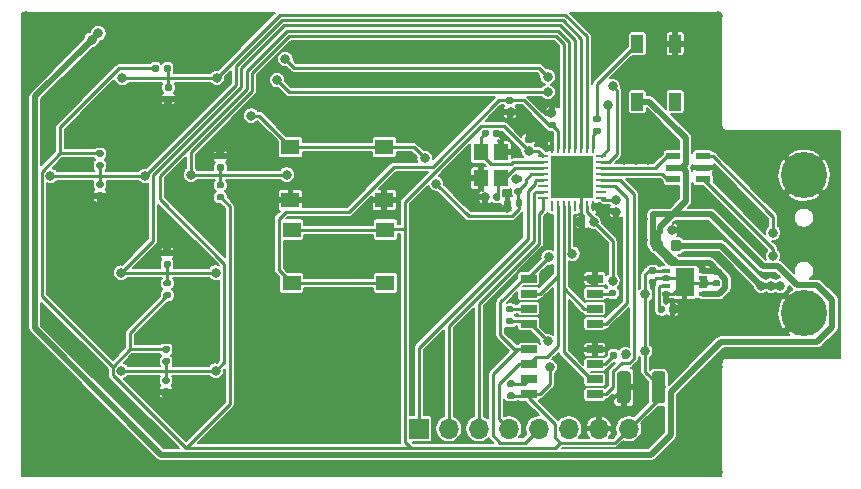
<source format=gtl>
%TF.GenerationSoftware,KiCad,Pcbnew,(5.1.12)-1*%
%TF.CreationDate,2023-03-06T18:53:53+01:00*%
%TF.ProjectId,C4V1,43345631-2e6b-4696-9361-645f70636258,rev?*%
%TF.SameCoordinates,Original*%
%TF.FileFunction,Copper,L1,Top*%
%TF.FilePolarity,Positive*%
%FSLAX46Y46*%
G04 Gerber Fmt 4.6, Leading zero omitted, Abs format (unit mm)*
G04 Created by KiCad (PCBNEW (5.1.12)-1) date 2023-03-06 18:53:53*
%MOMM*%
%LPD*%
G01*
G04 APERTURE LIST*
%TA.AperFunction,SMDPad,CuDef*%
%ADD10R,1.000000X1.500000*%
%TD*%
%TA.AperFunction,SMDPad,CuDef*%
%ADD11R,1.550000X1.300000*%
%TD*%
%TA.AperFunction,ComponentPad*%
%ADD12C,3.900000*%
%TD*%
%TA.AperFunction,SMDPad,CuDef*%
%ADD13R,1.200000X1.400000*%
%TD*%
%TA.AperFunction,SMDPad,CuDef*%
%ADD14R,1.550000X2.400000*%
%TD*%
%TA.AperFunction,SMDPad,CuDef*%
%ADD15R,0.650000X0.350000*%
%TD*%
%TA.AperFunction,SMDPad,CuDef*%
%ADD16R,1.350000X0.650000*%
%TD*%
%TA.AperFunction,SMDPad,CuDef*%
%ADD17R,3.600000X3.600000*%
%TD*%
%TA.AperFunction,SMDPad,CuDef*%
%ADD18R,0.250000X0.850000*%
%TD*%
%TA.AperFunction,SMDPad,CuDef*%
%ADD19R,0.850000X0.250000*%
%TD*%
%TA.AperFunction,SMDPad,CuDef*%
%ADD20R,1.200000X0.600000*%
%TD*%
%TA.AperFunction,ComponentPad*%
%ADD21O,1.700000X1.700000*%
%TD*%
%TA.AperFunction,ComponentPad*%
%ADD22R,1.700000X1.700000*%
%TD*%
%TA.AperFunction,ViaPad*%
%ADD23C,0.800000*%
%TD*%
%TA.AperFunction,Conductor*%
%ADD24C,0.250000*%
%TD*%
%TA.AperFunction,Conductor*%
%ADD25C,0.500000*%
%TD*%
%TA.AperFunction,Conductor*%
%ADD26C,0.200000*%
%TD*%
%TA.AperFunction,Conductor*%
%ADD27C,0.100000*%
%TD*%
G04 APERTURE END LIST*
D10*
X105510000Y-103910000D03*
X108710000Y-103910000D03*
X105510000Y-99010000D03*
X108710000Y-99010000D03*
D11*
X84175000Y-119250000D03*
X84175000Y-114750000D03*
X76225000Y-114750000D03*
X76225000Y-119250000D03*
X76125000Y-107750000D03*
X76125000Y-112250000D03*
X84075000Y-112250000D03*
X84075000Y-107750000D03*
%TA.AperFunction,SMDPad,CuDef*%
G36*
G01*
X94530000Y-104500000D02*
X94870000Y-104500000D01*
G75*
G02*
X95010000Y-104640000I0J-140000D01*
G01*
X95010000Y-104920000D01*
G75*
G02*
X94870000Y-105060000I-140000J0D01*
G01*
X94530000Y-105060000D01*
G75*
G02*
X94390000Y-104920000I0J140000D01*
G01*
X94390000Y-104640000D01*
G75*
G02*
X94530000Y-104500000I140000J0D01*
G01*
G37*
%TD.AperFunction*%
%TA.AperFunction,SMDPad,CuDef*%
G36*
G01*
X94530000Y-103540000D02*
X94870000Y-103540000D01*
G75*
G02*
X95010000Y-103680000I0J-140000D01*
G01*
X95010000Y-103960000D01*
G75*
G02*
X94870000Y-104100000I-140000J0D01*
G01*
X94530000Y-104100000D01*
G75*
G02*
X94390000Y-103960000I0J140000D01*
G01*
X94390000Y-103680000D01*
G75*
G02*
X94530000Y-103540000I140000J0D01*
G01*
G37*
%TD.AperFunction*%
%TA.AperFunction,SMDPad,CuDef*%
G36*
G01*
X65440000Y-101285000D02*
X65440000Y-100915000D01*
G75*
G02*
X65575000Y-100780000I135000J0D01*
G01*
X65845000Y-100780000D01*
G75*
G02*
X65980000Y-100915000I0J-135000D01*
G01*
X65980000Y-101285000D01*
G75*
G02*
X65845000Y-101420000I-135000J0D01*
G01*
X65575000Y-101420000D01*
G75*
G02*
X65440000Y-101285000I0J135000D01*
G01*
G37*
%TD.AperFunction*%
%TA.AperFunction,SMDPad,CuDef*%
G36*
G01*
X64420000Y-101285000D02*
X64420000Y-100915000D01*
G75*
G02*
X64555000Y-100780000I135000J0D01*
G01*
X64825000Y-100780000D01*
G75*
G02*
X64960000Y-100915000I0J-135000D01*
G01*
X64960000Y-101285000D01*
G75*
G02*
X64825000Y-101420000I-135000J0D01*
G01*
X64555000Y-101420000D01*
G75*
G02*
X64420000Y-101285000I0J135000D01*
G01*
G37*
%TD.AperFunction*%
%TA.AperFunction,SMDPad,CuDef*%
G36*
G01*
X65885000Y-119560000D02*
X65515000Y-119560000D01*
G75*
G02*
X65380000Y-119425000I0J135000D01*
G01*
X65380000Y-119155000D01*
G75*
G02*
X65515000Y-119020000I135000J0D01*
G01*
X65885000Y-119020000D01*
G75*
G02*
X66020000Y-119155000I0J-135000D01*
G01*
X66020000Y-119425000D01*
G75*
G02*
X65885000Y-119560000I-135000J0D01*
G01*
G37*
%TD.AperFunction*%
%TA.AperFunction,SMDPad,CuDef*%
G36*
G01*
X65885000Y-120580000D02*
X65515000Y-120580000D01*
G75*
G02*
X65380000Y-120445000I0J135000D01*
G01*
X65380000Y-120175000D01*
G75*
G02*
X65515000Y-120040000I135000J0D01*
G01*
X65885000Y-120040000D01*
G75*
G02*
X66020000Y-120175000I0J-135000D01*
G01*
X66020000Y-120445000D01*
G75*
G02*
X65885000Y-120580000I-135000J0D01*
G01*
G37*
%TD.AperFunction*%
%TA.AperFunction,SMDPad,CuDef*%
G36*
G01*
X59815000Y-109050000D02*
X60185000Y-109050000D01*
G75*
G02*
X60320000Y-109185000I0J-135000D01*
G01*
X60320000Y-109455000D01*
G75*
G02*
X60185000Y-109590000I-135000J0D01*
G01*
X59815000Y-109590000D01*
G75*
G02*
X59680000Y-109455000I0J135000D01*
G01*
X59680000Y-109185000D01*
G75*
G02*
X59815000Y-109050000I135000J0D01*
G01*
G37*
%TD.AperFunction*%
%TA.AperFunction,SMDPad,CuDef*%
G36*
G01*
X59815000Y-108030000D02*
X60185000Y-108030000D01*
G75*
G02*
X60320000Y-108165000I0J-135000D01*
G01*
X60320000Y-108435000D01*
G75*
G02*
X60185000Y-108570000I-135000J0D01*
G01*
X59815000Y-108570000D01*
G75*
G02*
X59680000Y-108435000I0J135000D01*
G01*
X59680000Y-108165000D01*
G75*
G02*
X59815000Y-108030000I135000J0D01*
G01*
G37*
%TD.AperFunction*%
%TA.AperFunction,SMDPad,CuDef*%
G36*
G01*
X70385000Y-111260000D02*
X70015000Y-111260000D01*
G75*
G02*
X69880000Y-111125000I0J135000D01*
G01*
X69880000Y-110855000D01*
G75*
G02*
X70015000Y-110720000I135000J0D01*
G01*
X70385000Y-110720000D01*
G75*
G02*
X70520000Y-110855000I0J-135000D01*
G01*
X70520000Y-111125000D01*
G75*
G02*
X70385000Y-111260000I-135000J0D01*
G01*
G37*
%TD.AperFunction*%
%TA.AperFunction,SMDPad,CuDef*%
G36*
G01*
X70385000Y-112280000D02*
X70015000Y-112280000D01*
G75*
G02*
X69880000Y-112145000I0J135000D01*
G01*
X69880000Y-111875000D01*
G75*
G02*
X70015000Y-111740000I135000J0D01*
G01*
X70385000Y-111740000D01*
G75*
G02*
X70520000Y-111875000I0J-135000D01*
G01*
X70520000Y-112145000D01*
G75*
G02*
X70385000Y-112280000I-135000J0D01*
G01*
G37*
%TD.AperFunction*%
%TA.AperFunction,SMDPad,CuDef*%
G36*
G01*
X65415000Y-125640000D02*
X65785000Y-125640000D01*
G75*
G02*
X65920000Y-125775000I0J-135000D01*
G01*
X65920000Y-126045000D01*
G75*
G02*
X65785000Y-126180000I-135000J0D01*
G01*
X65415000Y-126180000D01*
G75*
G02*
X65280000Y-126045000I0J135000D01*
G01*
X65280000Y-125775000D01*
G75*
G02*
X65415000Y-125640000I135000J0D01*
G01*
G37*
%TD.AperFunction*%
%TA.AperFunction,SMDPad,CuDef*%
G36*
G01*
X65415000Y-124620000D02*
X65785000Y-124620000D01*
G75*
G02*
X65920000Y-124755000I0J-135000D01*
G01*
X65920000Y-125025000D01*
G75*
G02*
X65785000Y-125160000I-135000J0D01*
G01*
X65415000Y-125160000D01*
G75*
G02*
X65280000Y-125025000I0J135000D01*
G01*
X65280000Y-124755000D01*
G75*
G02*
X65415000Y-124620000I135000J0D01*
G01*
G37*
%TD.AperFunction*%
%TA.AperFunction,SMDPad,CuDef*%
G36*
G01*
X101915000Y-106140000D02*
X102285000Y-106140000D01*
G75*
G02*
X102420000Y-106275000I0J-135000D01*
G01*
X102420000Y-106545000D01*
G75*
G02*
X102285000Y-106680000I-135000J0D01*
G01*
X101915000Y-106680000D01*
G75*
G02*
X101780000Y-106545000I0J135000D01*
G01*
X101780000Y-106275000D01*
G75*
G02*
X101915000Y-106140000I135000J0D01*
G01*
G37*
%TD.AperFunction*%
%TA.AperFunction,SMDPad,CuDef*%
G36*
G01*
X101915000Y-105120000D02*
X102285000Y-105120000D01*
G75*
G02*
X102420000Y-105255000I0J-135000D01*
G01*
X102420000Y-105525000D01*
G75*
G02*
X102285000Y-105660000I-135000J0D01*
G01*
X101915000Y-105660000D01*
G75*
G02*
X101780000Y-105525000I0J135000D01*
G01*
X101780000Y-105255000D01*
G75*
G02*
X101915000Y-105120000I135000J0D01*
G01*
G37*
%TD.AperFunction*%
%TA.AperFunction,SMDPad,CuDef*%
G36*
G01*
X65630000Y-103400000D02*
X65970000Y-103400000D01*
G75*
G02*
X66110000Y-103540000I0J-140000D01*
G01*
X66110000Y-103820000D01*
G75*
G02*
X65970000Y-103960000I-140000J0D01*
G01*
X65630000Y-103960000D01*
G75*
G02*
X65490000Y-103820000I0J140000D01*
G01*
X65490000Y-103540000D01*
G75*
G02*
X65630000Y-103400000I140000J0D01*
G01*
G37*
%TD.AperFunction*%
%TA.AperFunction,SMDPad,CuDef*%
G36*
G01*
X65630000Y-102440000D02*
X65970000Y-102440000D01*
G75*
G02*
X66110000Y-102580000I0J-140000D01*
G01*
X66110000Y-102860000D01*
G75*
G02*
X65970000Y-103000000I-140000J0D01*
G01*
X65630000Y-103000000D01*
G75*
G02*
X65490000Y-102860000I0J140000D01*
G01*
X65490000Y-102580000D01*
G75*
G02*
X65630000Y-102440000I140000J0D01*
G01*
G37*
%TD.AperFunction*%
%TA.AperFunction,SMDPad,CuDef*%
G36*
G01*
X65870000Y-117000000D02*
X65530000Y-117000000D01*
G75*
G02*
X65390000Y-116860000I0J140000D01*
G01*
X65390000Y-116580000D01*
G75*
G02*
X65530000Y-116440000I140000J0D01*
G01*
X65870000Y-116440000D01*
G75*
G02*
X66010000Y-116580000I0J-140000D01*
G01*
X66010000Y-116860000D01*
G75*
G02*
X65870000Y-117000000I-140000J0D01*
G01*
G37*
%TD.AperFunction*%
%TA.AperFunction,SMDPad,CuDef*%
G36*
G01*
X65870000Y-117960000D02*
X65530000Y-117960000D01*
G75*
G02*
X65390000Y-117820000I0J140000D01*
G01*
X65390000Y-117540000D01*
G75*
G02*
X65530000Y-117400000I140000J0D01*
G01*
X65870000Y-117400000D01*
G75*
G02*
X66010000Y-117540000I0J-140000D01*
G01*
X66010000Y-117820000D01*
G75*
G02*
X65870000Y-117960000I-140000J0D01*
G01*
G37*
%TD.AperFunction*%
%TA.AperFunction,SMDPad,CuDef*%
G36*
G01*
X59830000Y-111600000D02*
X60170000Y-111600000D01*
G75*
G02*
X60310000Y-111740000I0J-140000D01*
G01*
X60310000Y-112020000D01*
G75*
G02*
X60170000Y-112160000I-140000J0D01*
G01*
X59830000Y-112160000D01*
G75*
G02*
X59690000Y-112020000I0J140000D01*
G01*
X59690000Y-111740000D01*
G75*
G02*
X59830000Y-111600000I140000J0D01*
G01*
G37*
%TD.AperFunction*%
%TA.AperFunction,SMDPad,CuDef*%
G36*
G01*
X59830000Y-110640000D02*
X60170000Y-110640000D01*
G75*
G02*
X60310000Y-110780000I0J-140000D01*
G01*
X60310000Y-111060000D01*
G75*
G02*
X60170000Y-111200000I-140000J0D01*
G01*
X59830000Y-111200000D01*
G75*
G02*
X59690000Y-111060000I0J140000D01*
G01*
X59690000Y-110780000D01*
G75*
G02*
X59830000Y-110640000I140000J0D01*
G01*
G37*
%TD.AperFunction*%
%TA.AperFunction,SMDPad,CuDef*%
G36*
G01*
X70370000Y-108800000D02*
X70030000Y-108800000D01*
G75*
G02*
X69890000Y-108660000I0J140000D01*
G01*
X69890000Y-108380000D01*
G75*
G02*
X70030000Y-108240000I140000J0D01*
G01*
X70370000Y-108240000D01*
G75*
G02*
X70510000Y-108380000I0J-140000D01*
G01*
X70510000Y-108660000D01*
G75*
G02*
X70370000Y-108800000I-140000J0D01*
G01*
G37*
%TD.AperFunction*%
%TA.AperFunction,SMDPad,CuDef*%
G36*
G01*
X70370000Y-109760000D02*
X70030000Y-109760000D01*
G75*
G02*
X69890000Y-109620000I0J140000D01*
G01*
X69890000Y-109340000D01*
G75*
G02*
X70030000Y-109200000I140000J0D01*
G01*
X70370000Y-109200000D01*
G75*
G02*
X70510000Y-109340000I0J-140000D01*
G01*
X70510000Y-109620000D01*
G75*
G02*
X70370000Y-109760000I-140000J0D01*
G01*
G37*
%TD.AperFunction*%
%TA.AperFunction,SMDPad,CuDef*%
G36*
G01*
X65430000Y-128200000D02*
X65770000Y-128200000D01*
G75*
G02*
X65910000Y-128340000I0J-140000D01*
G01*
X65910000Y-128620000D01*
G75*
G02*
X65770000Y-128760000I-140000J0D01*
G01*
X65430000Y-128760000D01*
G75*
G02*
X65290000Y-128620000I0J140000D01*
G01*
X65290000Y-128340000D01*
G75*
G02*
X65430000Y-128200000I140000J0D01*
G01*
G37*
%TD.AperFunction*%
%TA.AperFunction,SMDPad,CuDef*%
G36*
G01*
X65430000Y-127240000D02*
X65770000Y-127240000D01*
G75*
G02*
X65910000Y-127380000I0J-140000D01*
G01*
X65910000Y-127660000D01*
G75*
G02*
X65770000Y-127800000I-140000J0D01*
G01*
X65430000Y-127800000D01*
G75*
G02*
X65290000Y-127660000I0J140000D01*
G01*
X65290000Y-127380000D01*
G75*
G02*
X65430000Y-127240000I140000J0D01*
G01*
G37*
%TD.AperFunction*%
D12*
X119600000Y-110150000D03*
X119600000Y-121850000D03*
%TA.AperFunction,SMDPad,CuDef*%
G36*
G01*
X104925000Y-126999999D02*
X104925000Y-129200001D01*
G75*
G02*
X104675001Y-129450000I-249999J0D01*
G01*
X104024999Y-129450000D01*
G75*
G02*
X103775000Y-129200001I0J249999D01*
G01*
X103775000Y-126999999D01*
G75*
G02*
X104024999Y-126750000I249999J0D01*
G01*
X104675001Y-126750000D01*
G75*
G02*
X104925000Y-126999999I0J-249999D01*
G01*
G37*
%TD.AperFunction*%
%TA.AperFunction,SMDPad,CuDef*%
G36*
G01*
X107875000Y-126999999D02*
X107875000Y-129200001D01*
G75*
G02*
X107625001Y-129450000I-249999J0D01*
G01*
X106974999Y-129450000D01*
G75*
G02*
X106725000Y-129200001I0J249999D01*
G01*
X106725000Y-126999999D01*
G75*
G02*
X106974999Y-126750000I249999J0D01*
G01*
X107625001Y-126750000D01*
G75*
G02*
X107875000Y-126999999I0J-249999D01*
G01*
G37*
%TD.AperFunction*%
D13*
X92250000Y-110400000D03*
X92250000Y-108200000D03*
X93950000Y-108200000D03*
X93950000Y-110400000D03*
D14*
X109500000Y-119200000D03*
D15*
X111050000Y-118225000D03*
X111050000Y-118875000D03*
X111050000Y-119525000D03*
X111050000Y-120175000D03*
X107950000Y-120175000D03*
X107950000Y-119525000D03*
X107950000Y-118875000D03*
X107950000Y-118225000D03*
%TA.AperFunction,SMDPad,CuDef*%
G36*
G01*
X98485000Y-105160000D02*
X98115000Y-105160000D01*
G75*
G02*
X97980000Y-105025000I0J135000D01*
G01*
X97980000Y-104755000D01*
G75*
G02*
X98115000Y-104620000I135000J0D01*
G01*
X98485000Y-104620000D01*
G75*
G02*
X98620000Y-104755000I0J-135000D01*
G01*
X98620000Y-105025000D01*
G75*
G02*
X98485000Y-105160000I-135000J0D01*
G01*
G37*
%TD.AperFunction*%
%TA.AperFunction,SMDPad,CuDef*%
G36*
G01*
X98485000Y-106180000D02*
X98115000Y-106180000D01*
G75*
G02*
X97980000Y-106045000I0J135000D01*
G01*
X97980000Y-105775000D01*
G75*
G02*
X98115000Y-105640000I135000J0D01*
G01*
X98485000Y-105640000D01*
G75*
G02*
X98620000Y-105775000I0J-135000D01*
G01*
X98620000Y-106045000D01*
G75*
G02*
X98485000Y-106180000I-135000J0D01*
G01*
G37*
%TD.AperFunction*%
%TA.AperFunction,SMDPad,CuDef*%
G36*
G01*
X95215000Y-111240000D02*
X95585000Y-111240000D01*
G75*
G02*
X95720000Y-111375000I0J-135000D01*
G01*
X95720000Y-111645000D01*
G75*
G02*
X95585000Y-111780000I-135000J0D01*
G01*
X95215000Y-111780000D01*
G75*
G02*
X95080000Y-111645000I0J135000D01*
G01*
X95080000Y-111375000D01*
G75*
G02*
X95215000Y-111240000I135000J0D01*
G01*
G37*
%TD.AperFunction*%
%TA.AperFunction,SMDPad,CuDef*%
G36*
G01*
X95215000Y-110220000D02*
X95585000Y-110220000D01*
G75*
G02*
X95720000Y-110355000I0J-135000D01*
G01*
X95720000Y-110625000D01*
G75*
G02*
X95585000Y-110760000I-135000J0D01*
G01*
X95215000Y-110760000D01*
G75*
G02*
X95080000Y-110625000I0J135000D01*
G01*
X95080000Y-110355000D01*
G75*
G02*
X95215000Y-110220000I135000J0D01*
G01*
G37*
%TD.AperFunction*%
%TA.AperFunction,SMDPad,CuDef*%
G36*
G01*
X94985000Y-128060000D02*
X94615000Y-128060000D01*
G75*
G02*
X94480000Y-127925000I0J135000D01*
G01*
X94480000Y-127655000D01*
G75*
G02*
X94615000Y-127520000I135000J0D01*
G01*
X94985000Y-127520000D01*
G75*
G02*
X95120000Y-127655000I0J-135000D01*
G01*
X95120000Y-127925000D01*
G75*
G02*
X94985000Y-128060000I-135000J0D01*
G01*
G37*
%TD.AperFunction*%
%TA.AperFunction,SMDPad,CuDef*%
G36*
G01*
X94985000Y-129080000D02*
X94615000Y-129080000D01*
G75*
G02*
X94480000Y-128945000I0J135000D01*
G01*
X94480000Y-128675000D01*
G75*
G02*
X94615000Y-128540000I135000J0D01*
G01*
X94985000Y-128540000D01*
G75*
G02*
X95120000Y-128675000I0J-135000D01*
G01*
X95120000Y-128945000D01*
G75*
G02*
X94985000Y-129080000I-135000J0D01*
G01*
G37*
%TD.AperFunction*%
%TA.AperFunction,SMDPad,CuDef*%
G36*
G01*
X103760000Y-125215000D02*
X103760000Y-125585000D01*
G75*
G02*
X103625000Y-125720000I-135000J0D01*
G01*
X103355000Y-125720000D01*
G75*
G02*
X103220000Y-125585000I0J135000D01*
G01*
X103220000Y-125215000D01*
G75*
G02*
X103355000Y-125080000I135000J0D01*
G01*
X103625000Y-125080000D01*
G75*
G02*
X103760000Y-125215000I0J-135000D01*
G01*
G37*
%TD.AperFunction*%
%TA.AperFunction,SMDPad,CuDef*%
G36*
G01*
X104780000Y-125215000D02*
X104780000Y-125585000D01*
G75*
G02*
X104645000Y-125720000I-135000J0D01*
G01*
X104375000Y-125720000D01*
G75*
G02*
X104240000Y-125585000I0J135000D01*
G01*
X104240000Y-125215000D01*
G75*
G02*
X104375000Y-125080000I135000J0D01*
G01*
X104645000Y-125080000D01*
G75*
G02*
X104780000Y-125215000I0J-135000D01*
G01*
G37*
%TD.AperFunction*%
%TA.AperFunction,SMDPad,CuDef*%
G36*
G01*
X94885000Y-121760000D02*
X94515000Y-121760000D01*
G75*
G02*
X94380000Y-121625000I0J135000D01*
G01*
X94380000Y-121355000D01*
G75*
G02*
X94515000Y-121220000I135000J0D01*
G01*
X94885000Y-121220000D01*
G75*
G02*
X95020000Y-121355000I0J-135000D01*
G01*
X95020000Y-121625000D01*
G75*
G02*
X94885000Y-121760000I-135000J0D01*
G01*
G37*
%TD.AperFunction*%
%TA.AperFunction,SMDPad,CuDef*%
G36*
G01*
X94885000Y-122780000D02*
X94515000Y-122780000D01*
G75*
G02*
X94380000Y-122645000I0J135000D01*
G01*
X94380000Y-122375000D01*
G75*
G02*
X94515000Y-122240000I135000J0D01*
G01*
X94885000Y-122240000D01*
G75*
G02*
X95020000Y-122375000I0J-135000D01*
G01*
X95020000Y-122645000D01*
G75*
G02*
X94885000Y-122780000I-135000J0D01*
G01*
G37*
%TD.AperFunction*%
%TA.AperFunction,SMDPad,CuDef*%
G36*
G01*
X103215000Y-119840000D02*
X103585000Y-119840000D01*
G75*
G02*
X103720000Y-119975000I0J-135000D01*
G01*
X103720000Y-120245000D01*
G75*
G02*
X103585000Y-120380000I-135000J0D01*
G01*
X103215000Y-120380000D01*
G75*
G02*
X103080000Y-120245000I0J135000D01*
G01*
X103080000Y-119975000D01*
G75*
G02*
X103215000Y-119840000I135000J0D01*
G01*
G37*
%TD.AperFunction*%
%TA.AperFunction,SMDPad,CuDef*%
G36*
G01*
X103215000Y-118820000D02*
X103585000Y-118820000D01*
G75*
G02*
X103720000Y-118955000I0J-135000D01*
G01*
X103720000Y-119225000D01*
G75*
G02*
X103585000Y-119360000I-135000J0D01*
G01*
X103215000Y-119360000D01*
G75*
G02*
X103080000Y-119225000I0J135000D01*
G01*
X103080000Y-118955000D01*
G75*
G02*
X103215000Y-118820000I135000J0D01*
G01*
G37*
%TD.AperFunction*%
D16*
X96300000Y-128705000D03*
X96300000Y-127435000D03*
X96300000Y-126165000D03*
X96300000Y-124895000D03*
X101900000Y-124895000D03*
X101900000Y-126165000D03*
X101900000Y-127435000D03*
X101900000Y-128705000D03*
X96300000Y-122705000D03*
X96300000Y-121435000D03*
X96300000Y-120165000D03*
X96300000Y-118895000D03*
X101900000Y-118895000D03*
X101900000Y-120165000D03*
X101900000Y-121435000D03*
X101900000Y-122705000D03*
%TA.AperFunction,SMDPad,CuDef*%
G36*
G01*
X96470000Y-107400000D02*
X96130000Y-107400000D01*
G75*
G02*
X95990000Y-107260000I0J140000D01*
G01*
X95990000Y-106980000D01*
G75*
G02*
X96130000Y-106840000I140000J0D01*
G01*
X96470000Y-106840000D01*
G75*
G02*
X96610000Y-106980000I0J-140000D01*
G01*
X96610000Y-107260000D01*
G75*
G02*
X96470000Y-107400000I-140000J0D01*
G01*
G37*
%TD.AperFunction*%
%TA.AperFunction,SMDPad,CuDef*%
G36*
G01*
X96470000Y-108360000D02*
X96130000Y-108360000D01*
G75*
G02*
X95990000Y-108220000I0J140000D01*
G01*
X95990000Y-107940000D01*
G75*
G02*
X96130000Y-107800000I140000J0D01*
G01*
X96470000Y-107800000D01*
G75*
G02*
X96610000Y-107940000I0J-140000D01*
G01*
X96610000Y-108220000D01*
G75*
G02*
X96470000Y-108360000I-140000J0D01*
G01*
G37*
%TD.AperFunction*%
%TA.AperFunction,SMDPad,CuDef*%
G36*
G01*
X101100000Y-113930000D02*
X101100000Y-114270000D01*
G75*
G02*
X100960000Y-114410000I-140000J0D01*
G01*
X100680000Y-114410000D01*
G75*
G02*
X100540000Y-114270000I0J140000D01*
G01*
X100540000Y-113930000D01*
G75*
G02*
X100680000Y-113790000I140000J0D01*
G01*
X100960000Y-113790000D01*
G75*
G02*
X101100000Y-113930000I0J-140000D01*
G01*
G37*
%TD.AperFunction*%
%TA.AperFunction,SMDPad,CuDef*%
G36*
G01*
X102060000Y-113930000D02*
X102060000Y-114270000D01*
G75*
G02*
X101920000Y-114410000I-140000J0D01*
G01*
X101640000Y-114410000D01*
G75*
G02*
X101500000Y-114270000I0J140000D01*
G01*
X101500000Y-113930000D01*
G75*
G02*
X101640000Y-113790000I140000J0D01*
G01*
X101920000Y-113790000D01*
G75*
G02*
X102060000Y-113930000I0J-140000D01*
G01*
G37*
%TD.AperFunction*%
%TA.AperFunction,SMDPad,CuDef*%
G36*
G01*
X103530000Y-112900000D02*
X103870000Y-112900000D01*
G75*
G02*
X104010000Y-113040000I0J-140000D01*
G01*
X104010000Y-113320000D01*
G75*
G02*
X103870000Y-113460000I-140000J0D01*
G01*
X103530000Y-113460000D01*
G75*
G02*
X103390000Y-113320000I0J140000D01*
G01*
X103390000Y-113040000D01*
G75*
G02*
X103530000Y-112900000I140000J0D01*
G01*
G37*
%TD.AperFunction*%
%TA.AperFunction,SMDPad,CuDef*%
G36*
G01*
X103530000Y-111940000D02*
X103870000Y-111940000D01*
G75*
G02*
X104010000Y-112080000I0J-140000D01*
G01*
X104010000Y-112360000D01*
G75*
G02*
X103870000Y-112500000I-140000J0D01*
G01*
X103530000Y-112500000D01*
G75*
G02*
X103390000Y-112360000I0J140000D01*
G01*
X103390000Y-112080000D01*
G75*
G02*
X103530000Y-111940000I140000J0D01*
G01*
G37*
%TD.AperFunction*%
%TA.AperFunction,SMDPad,CuDef*%
G36*
G01*
X94800000Y-112330000D02*
X94800000Y-112670000D01*
G75*
G02*
X94660000Y-112810000I-140000J0D01*
G01*
X94380000Y-112810000D01*
G75*
G02*
X94240000Y-112670000I0J140000D01*
G01*
X94240000Y-112330000D01*
G75*
G02*
X94380000Y-112190000I140000J0D01*
G01*
X94660000Y-112190000D01*
G75*
G02*
X94800000Y-112330000I0J-140000D01*
G01*
G37*
%TD.AperFunction*%
%TA.AperFunction,SMDPad,CuDef*%
G36*
G01*
X95760000Y-112330000D02*
X95760000Y-112670000D01*
G75*
G02*
X95620000Y-112810000I-140000J0D01*
G01*
X95340000Y-112810000D01*
G75*
G02*
X95200000Y-112670000I0J140000D01*
G01*
X95200000Y-112330000D01*
G75*
G02*
X95340000Y-112190000I140000J0D01*
G01*
X95620000Y-112190000D01*
G75*
G02*
X95760000Y-112330000I0J-140000D01*
G01*
G37*
%TD.AperFunction*%
%TA.AperFunction,SMDPad,CuDef*%
G36*
G01*
X108100000Y-114970000D02*
X108100000Y-114630000D01*
G75*
G02*
X108240000Y-114490000I140000J0D01*
G01*
X108520000Y-114490000D01*
G75*
G02*
X108660000Y-114630000I0J-140000D01*
G01*
X108660000Y-114970000D01*
G75*
G02*
X108520000Y-115110000I-140000J0D01*
G01*
X108240000Y-115110000D01*
G75*
G02*
X108100000Y-114970000I0J140000D01*
G01*
G37*
%TD.AperFunction*%
%TA.AperFunction,SMDPad,CuDef*%
G36*
G01*
X107140000Y-114970000D02*
X107140000Y-114630000D01*
G75*
G02*
X107280000Y-114490000I140000J0D01*
G01*
X107560000Y-114490000D01*
G75*
G02*
X107700000Y-114630000I0J-140000D01*
G01*
X107700000Y-114970000D01*
G75*
G02*
X107560000Y-115110000I-140000J0D01*
G01*
X107280000Y-115110000D01*
G75*
G02*
X107140000Y-114970000I0J140000D01*
G01*
G37*
%TD.AperFunction*%
%TA.AperFunction,SMDPad,CuDef*%
G36*
G01*
X93300000Y-112170000D02*
X93300000Y-111830000D01*
G75*
G02*
X93440000Y-111690000I140000J0D01*
G01*
X93720000Y-111690000D01*
G75*
G02*
X93860000Y-111830000I0J-140000D01*
G01*
X93860000Y-112170000D01*
G75*
G02*
X93720000Y-112310000I-140000J0D01*
G01*
X93440000Y-112310000D01*
G75*
G02*
X93300000Y-112170000I0J140000D01*
G01*
G37*
%TD.AperFunction*%
%TA.AperFunction,SMDPad,CuDef*%
G36*
G01*
X92340000Y-112170000D02*
X92340000Y-111830000D01*
G75*
G02*
X92480000Y-111690000I140000J0D01*
G01*
X92760000Y-111690000D01*
G75*
G02*
X92900000Y-111830000I0J-140000D01*
G01*
X92900000Y-112170000D01*
G75*
G02*
X92760000Y-112310000I-140000J0D01*
G01*
X92480000Y-112310000D01*
G75*
G02*
X92340000Y-112170000I0J140000D01*
G01*
G37*
%TD.AperFunction*%
%TA.AperFunction,SMDPad,CuDef*%
G36*
G01*
X92900000Y-106430000D02*
X92900000Y-106770000D01*
G75*
G02*
X92760000Y-106910000I-140000J0D01*
G01*
X92480000Y-106910000D01*
G75*
G02*
X92340000Y-106770000I0J140000D01*
G01*
X92340000Y-106430000D01*
G75*
G02*
X92480000Y-106290000I140000J0D01*
G01*
X92760000Y-106290000D01*
G75*
G02*
X92900000Y-106430000I0J-140000D01*
G01*
G37*
%TD.AperFunction*%
%TA.AperFunction,SMDPad,CuDef*%
G36*
G01*
X93860000Y-106430000D02*
X93860000Y-106770000D01*
G75*
G02*
X93720000Y-106910000I-140000J0D01*
G01*
X93440000Y-106910000D01*
G75*
G02*
X93300000Y-106770000I0J140000D01*
G01*
X93300000Y-106430000D01*
G75*
G02*
X93440000Y-106290000I140000J0D01*
G01*
X93720000Y-106290000D01*
G75*
G02*
X93860000Y-106430000I0J-140000D01*
G01*
G37*
%TD.AperFunction*%
%TA.AperFunction,SMDPad,CuDef*%
G36*
G01*
X112030000Y-119000000D02*
X112370000Y-119000000D01*
G75*
G02*
X112510000Y-119140000I0J-140000D01*
G01*
X112510000Y-119420000D01*
G75*
G02*
X112370000Y-119560000I-140000J0D01*
G01*
X112030000Y-119560000D01*
G75*
G02*
X111890000Y-119420000I0J140000D01*
G01*
X111890000Y-119140000D01*
G75*
G02*
X112030000Y-119000000I140000J0D01*
G01*
G37*
%TD.AperFunction*%
%TA.AperFunction,SMDPad,CuDef*%
G36*
G01*
X112030000Y-118040000D02*
X112370000Y-118040000D01*
G75*
G02*
X112510000Y-118180000I0J-140000D01*
G01*
X112510000Y-118460000D01*
G75*
G02*
X112370000Y-118600000I-140000J0D01*
G01*
X112030000Y-118600000D01*
G75*
G02*
X111890000Y-118460000I0J140000D01*
G01*
X111890000Y-118180000D01*
G75*
G02*
X112030000Y-118040000I140000J0D01*
G01*
G37*
%TD.AperFunction*%
%TA.AperFunction,SMDPad,CuDef*%
G36*
G01*
X108200000Y-121670000D02*
X108200000Y-121330000D01*
G75*
G02*
X108340000Y-121190000I140000J0D01*
G01*
X108620000Y-121190000D01*
G75*
G02*
X108760000Y-121330000I0J-140000D01*
G01*
X108760000Y-121670000D01*
G75*
G02*
X108620000Y-121810000I-140000J0D01*
G01*
X108340000Y-121810000D01*
G75*
G02*
X108200000Y-121670000I0J140000D01*
G01*
G37*
%TD.AperFunction*%
%TA.AperFunction,SMDPad,CuDef*%
G36*
G01*
X107240000Y-121670000D02*
X107240000Y-121330000D01*
G75*
G02*
X107380000Y-121190000I140000J0D01*
G01*
X107660000Y-121190000D01*
G75*
G02*
X107800000Y-121330000I0J-140000D01*
G01*
X107800000Y-121670000D01*
G75*
G02*
X107660000Y-121810000I-140000J0D01*
G01*
X107380000Y-121810000D01*
G75*
G02*
X107240000Y-121670000I0J140000D01*
G01*
G37*
%TD.AperFunction*%
%TA.AperFunction,SMDPad,CuDef*%
G36*
G01*
X106630000Y-118900000D02*
X106970000Y-118900000D01*
G75*
G02*
X107110000Y-119040000I0J-140000D01*
G01*
X107110000Y-119320000D01*
G75*
G02*
X106970000Y-119460000I-140000J0D01*
G01*
X106630000Y-119460000D01*
G75*
G02*
X106490000Y-119320000I0J140000D01*
G01*
X106490000Y-119040000D01*
G75*
G02*
X106630000Y-118900000I140000J0D01*
G01*
G37*
%TD.AperFunction*%
%TA.AperFunction,SMDPad,CuDef*%
G36*
G01*
X106630000Y-117940000D02*
X106970000Y-117940000D01*
G75*
G02*
X107110000Y-118080000I0J-140000D01*
G01*
X107110000Y-118360000D01*
G75*
G02*
X106970000Y-118500000I-140000J0D01*
G01*
X106630000Y-118500000D01*
G75*
G02*
X106490000Y-118360000I0J140000D01*
G01*
X106490000Y-118080000D01*
G75*
G02*
X106630000Y-117940000I140000J0D01*
G01*
G37*
%TD.AperFunction*%
D17*
X100000000Y-110300000D03*
D18*
X98250000Y-107850000D03*
X98750000Y-107850000D03*
X99250000Y-107850000D03*
X99750000Y-107850000D03*
X100250000Y-107850000D03*
X100750000Y-107850000D03*
X101250000Y-107850000D03*
X101750000Y-107850000D03*
D19*
X102450000Y-108550000D03*
X102450000Y-109050000D03*
X102450000Y-109550000D03*
X102450000Y-110050000D03*
X102450000Y-110550000D03*
X102450000Y-111050000D03*
X102450000Y-111550000D03*
X102450000Y-112050000D03*
D18*
X101750000Y-112750000D03*
X101250000Y-112750000D03*
X100750000Y-112750000D03*
X100250000Y-112750000D03*
X99750000Y-112750000D03*
X99250000Y-112750000D03*
X98750000Y-112750000D03*
X98250000Y-112750000D03*
D19*
X97550000Y-112050000D03*
X97550000Y-111550000D03*
X97550000Y-111050000D03*
X97550000Y-110550000D03*
X97550000Y-110050000D03*
X97550000Y-109550000D03*
X97550000Y-109050000D03*
X97550000Y-108550000D03*
D20*
X108550000Y-110450000D03*
X108550000Y-109500000D03*
X108550000Y-108550000D03*
X111050000Y-108550000D03*
X111050000Y-109500000D03*
X111050000Y-110450000D03*
D21*
X104780000Y-131600000D03*
X102240000Y-131600000D03*
X99700000Y-131600000D03*
X97160000Y-131600000D03*
X94620000Y-131600000D03*
X92080000Y-131600000D03*
X89540000Y-131600000D03*
D22*
X87000000Y-131600000D03*
%TA.AperFunction,SMDPad,CuDef*%
G36*
G01*
X108350000Y-116356250D02*
X108350000Y-115843750D01*
G75*
G02*
X108568750Y-115625000I218750J0D01*
G01*
X109006250Y-115625000D01*
G75*
G02*
X109225000Y-115843750I0J-218750D01*
G01*
X109225000Y-116356250D01*
G75*
G02*
X109006250Y-116575000I-218750J0D01*
G01*
X108568750Y-116575000D01*
G75*
G02*
X108350000Y-116356250I0J218750D01*
G01*
G37*
%TD.AperFunction*%
%TA.AperFunction,SMDPad,CuDef*%
G36*
G01*
X106775000Y-116356250D02*
X106775000Y-115843750D01*
G75*
G02*
X106993750Y-115625000I218750J0D01*
G01*
X107431250Y-115625000D01*
G75*
G02*
X107650000Y-115843750I0J-218750D01*
G01*
X107650000Y-116356250D01*
G75*
G02*
X107431250Y-116575000I-218750J0D01*
G01*
X106993750Y-116575000D01*
G75*
G02*
X106775000Y-116356250I0J218750D01*
G01*
G37*
%TD.AperFunction*%
D23*
X108710000Y-99020000D03*
X94770000Y-104830000D03*
X116000000Y-119500000D03*
X116800000Y-119500000D03*
X117000000Y-117000000D03*
X117000000Y-115000000D03*
X76200000Y-112100000D03*
X69800000Y-126700000D03*
X61800000Y-126700000D03*
X69800000Y-118400000D03*
X61800000Y-118400000D03*
X67700000Y-110100000D03*
X75800000Y-110100000D03*
X63800000Y-110200000D03*
X55800000Y-110200000D03*
X61900000Y-101900000D03*
X84100000Y-112300000D03*
X100000000Y-111500000D03*
X100000000Y-109100000D03*
X108700000Y-121500000D03*
X98200000Y-104900000D03*
X96500000Y-106900000D03*
X69900000Y-101900000D03*
X100500000Y-114100000D03*
X109500000Y-119800000D03*
X109500000Y-118500000D03*
X101700000Y-119000000D03*
X101900000Y-124900000D03*
X104500000Y-125300000D03*
X94100000Y-108400000D03*
X92200000Y-110600000D03*
X92600000Y-112000000D03*
X94500000Y-112900000D03*
X95200000Y-110500000D03*
X107500000Y-128100000D03*
X104400000Y-128100000D03*
X100000000Y-116800000D03*
X108400000Y-114800000D03*
X103700000Y-113300000D03*
X97600000Y-106700000D03*
X100000000Y-110300000D03*
X88400000Y-125900000D03*
X90800000Y-125200000D03*
X93400000Y-124400000D03*
X97900000Y-121600000D03*
X95200000Y-123700000D03*
X95700000Y-130100000D03*
X70200000Y-108100000D03*
X60600000Y-112200000D03*
X65700000Y-116200000D03*
X63600000Y-121100000D03*
X67600000Y-119400000D03*
X72800000Y-111100000D03*
X122200000Y-125200000D03*
X113300000Y-125300000D03*
X112300000Y-126400000D03*
X112300000Y-135300000D03*
X53700000Y-135300000D03*
X53700000Y-96700000D03*
X112300000Y-96700000D03*
X113200000Y-106800000D03*
X122300000Y-106700000D03*
X111120000Y-119280000D03*
X99700000Y-128500000D03*
X100900000Y-129900000D03*
X105900000Y-128400000D03*
X100300000Y-123900000D03*
X104100000Y-123600000D03*
X100300000Y-122400000D03*
X104300000Y-122400000D03*
X102100000Y-116500000D03*
X100300000Y-118800000D03*
X102500000Y-117700000D03*
X100600000Y-115500000D03*
X90300000Y-116900000D03*
X80200000Y-117800000D03*
X79700000Y-125800000D03*
X80000000Y-132000000D03*
X82700000Y-132400000D03*
X80400000Y-120200000D03*
X83600000Y-120600000D03*
X84500000Y-122500000D03*
X84700000Y-124600000D03*
X84700000Y-127300000D03*
X84700000Y-129900000D03*
X84600000Y-132100000D03*
X93440000Y-105220000D03*
X67450000Y-125820000D03*
X62900000Y-105800000D03*
X65800000Y-104200000D03*
X58300000Y-109200000D03*
X64100000Y-125900000D03*
X70000000Y-114700000D03*
X66700000Y-111800000D03*
X66100000Y-110500000D03*
X65700000Y-128800000D03*
X112200000Y-105500000D03*
X105320000Y-110780000D03*
X106310000Y-110780000D03*
X107300000Y-110800000D03*
X108130000Y-111370000D03*
X104360000Y-108820000D03*
X105370000Y-108820000D03*
X106370000Y-108820000D03*
X107130000Y-108150000D03*
X112390000Y-110330000D03*
X113140000Y-111020000D03*
X113830000Y-111760000D03*
X114530000Y-112490000D03*
X115240000Y-113200000D03*
X110910000Y-111360000D03*
X111640000Y-112070000D03*
X112350000Y-112800000D03*
X113060000Y-113500000D03*
X113770000Y-114210000D03*
X114490000Y-114940000D03*
X115230000Y-115680000D03*
X105950000Y-111960000D03*
X105960000Y-113860000D03*
X105960000Y-115670000D03*
X105990000Y-117540000D03*
X112550000Y-108120000D03*
X113260000Y-108840000D03*
X114000000Y-109590000D03*
X114660000Y-110270000D03*
X115420000Y-110980000D03*
X106890000Y-131190000D03*
X97890000Y-118450000D03*
X97900000Y-115800000D03*
X97900000Y-114800000D03*
X97900000Y-113800000D03*
X57740000Y-124520000D03*
X61890000Y-128910000D03*
X64760000Y-131940000D03*
X59860000Y-98120000D03*
X59305000Y-98675000D03*
X117600000Y-119500000D03*
X103700000Y-112220000D03*
X106164990Y-125035010D03*
X103400000Y-119090000D03*
X106164990Y-120235010D03*
X101790000Y-114110000D03*
X96300000Y-108080000D03*
X97900000Y-124200000D03*
X98100004Y-126400000D03*
X98000000Y-117100000D03*
X87500000Y-108700000D03*
X88450000Y-110850000D03*
X72800000Y-105100000D03*
X97900000Y-101800000D03*
X103400000Y-102600000D03*
X97900000Y-103100000D03*
X75000000Y-102100000D03*
X103000000Y-104200000D03*
X75700000Y-100300000D03*
D24*
X96245000Y-121490000D02*
X96300000Y-121435000D01*
X94700000Y-121490000D02*
X96245000Y-121490000D01*
X103345000Y-120165000D02*
X103400000Y-120110000D01*
X101900000Y-120165000D02*
X103345000Y-120165000D01*
X102500000Y-131340000D02*
X102240000Y-131600000D01*
X102180000Y-113180000D02*
X101750000Y-112750000D01*
X103700000Y-113180000D02*
X103700000Y-113180000D01*
X103700000Y-113180000D02*
X102180000Y-113180000D01*
X94500000Y-112520000D02*
X94520000Y-112500000D01*
X94500000Y-112900000D02*
X94500000Y-112520000D01*
X100750000Y-113550000D02*
X100750000Y-112750000D01*
X100750000Y-113930000D02*
X100750000Y-113550000D01*
X100700000Y-113900000D02*
X100500000Y-114100000D01*
X100820000Y-113900000D02*
X100700000Y-113900000D01*
X102240000Y-130210000D02*
X104350000Y-128100000D01*
X102240000Y-131600000D02*
X102240000Y-130210000D01*
X93950000Y-106970000D02*
X93580000Y-106600000D01*
X93950000Y-108200000D02*
X93950000Y-106970000D01*
X98250000Y-107350000D02*
X97600000Y-106700000D01*
X98250000Y-107850000D02*
X98250000Y-107350000D01*
X97400000Y-106900000D02*
X97600000Y-106700000D01*
X96500000Y-106900000D02*
X97400000Y-106900000D01*
X107105000Y-118875000D02*
X107950000Y-118875000D01*
X106800000Y-119180000D02*
X107105000Y-118875000D01*
X109175000Y-118875000D02*
X109500000Y-119200000D01*
X107950000Y-118875000D02*
X109175000Y-118875000D01*
X109580000Y-119280000D02*
X109500000Y-119200000D01*
X111050000Y-119250000D02*
X111020000Y-119280000D01*
X111050000Y-118875000D02*
X111050000Y-119250000D01*
X111020000Y-119280000D02*
X109580000Y-119280000D01*
X112200000Y-119280000D02*
X111120000Y-119280000D01*
X100000000Y-110300000D02*
X100000000Y-110300000D01*
X111050000Y-119310000D02*
X111020000Y-119280000D01*
X111050000Y-119525000D02*
X111050000Y-119310000D01*
X108525000Y-120175000D02*
X109500000Y-119200000D01*
X107950000Y-120175000D02*
X108525000Y-120175000D01*
X111120000Y-119280000D02*
X111020000Y-119280000D01*
X60280000Y-111880000D02*
X60600000Y-112200000D01*
X60000000Y-111880000D02*
X60280000Y-111880000D01*
X100750000Y-111050000D02*
X100000000Y-110300000D01*
X100750000Y-112750000D02*
X100750000Y-111050000D01*
X107422626Y-119525000D02*
X107950000Y-119525000D01*
X107299999Y-119647627D02*
X107422626Y-119525000D01*
X107299999Y-121279999D02*
X107299999Y-119647627D01*
X107520000Y-121500000D02*
X107299999Y-121279999D01*
X111900000Y-108550000D02*
X111050000Y-108550000D01*
X117000000Y-113650000D02*
X111900000Y-108550000D01*
X117000000Y-115000000D02*
X117000000Y-113650000D01*
X117000000Y-116400000D02*
X111050000Y-110450000D01*
X117000000Y-117000000D02*
X117000000Y-116400000D01*
X107014998Y-109550000D02*
X102450000Y-109550000D01*
X108014998Y-108550000D02*
X107014998Y-109550000D01*
X108550000Y-108550000D02*
X108014998Y-108550000D01*
D25*
X112289402Y-118225000D02*
X111050000Y-118225000D01*
X112960010Y-118895608D02*
X112289402Y-118225000D01*
X111050000Y-120175000D02*
X112449402Y-120175000D01*
X107212500Y-115007500D02*
X107420000Y-114800000D01*
X107212500Y-116100000D02*
X107212500Y-115007500D01*
X109600001Y-112309999D02*
X109600001Y-109789999D01*
X107420000Y-114490000D02*
X109600001Y-112309999D01*
X109600001Y-109789999D02*
X109310002Y-109500000D01*
X107420000Y-114800000D02*
X107420000Y-114490000D01*
X111050000Y-117964998D02*
X111050000Y-118225000D01*
X108816727Y-117549999D02*
X110635001Y-117549999D01*
X110635001Y-117549999D02*
X111050000Y-117964998D01*
X107366728Y-116100000D02*
X108816727Y-117549999D01*
X107212500Y-116100000D02*
X107366728Y-116100000D01*
X112960010Y-119664392D02*
X112960010Y-118895608D01*
X112449402Y-120175000D02*
X112960010Y-119664392D01*
X59860000Y-98120000D02*
X59860000Y-98120000D01*
X59305000Y-98675000D02*
X59860000Y-98120000D01*
X109310002Y-109500000D02*
X108550000Y-109500000D01*
X109600001Y-109210001D02*
X109310002Y-109500000D01*
X109600001Y-107000001D02*
X109600001Y-109210001D01*
X106510000Y-103910000D02*
X109600001Y-107000001D01*
X105510000Y-103910000D02*
X106510000Y-103910000D01*
X54499989Y-123119989D02*
X54499989Y-103480011D01*
X106639979Y-133800021D02*
X65180021Y-133800021D01*
X108325010Y-132114990D02*
X106639979Y-133800021D01*
X54499989Y-103480011D02*
X59305000Y-98675000D01*
X108325010Y-128532992D02*
X108325010Y-132114990D01*
X112608001Y-124250001D02*
X108325010Y-128532992D01*
X65180021Y-133800021D02*
X54499989Y-123119989D01*
X106810001Y-113451999D02*
X111743997Y-113451999D01*
X108364999Y-117549999D02*
X106810001Y-115995001D01*
X106810001Y-115995001D02*
X106810001Y-113451999D01*
X111743997Y-113451999D02*
X116141999Y-117850001D01*
X119007999Y-119449999D02*
X120752001Y-119449999D01*
X117408001Y-117850001D02*
X119007999Y-119449999D01*
X116141999Y-117850001D02*
X117408001Y-117850001D01*
X120752001Y-119449999D02*
X122000001Y-120697999D01*
X122000001Y-120697999D02*
X122000001Y-123002001D01*
X112960010Y-118895608D02*
X111614401Y-117549999D01*
X111614401Y-117549999D02*
X108364999Y-117549999D01*
X122000001Y-123002001D02*
X120752001Y-124250001D01*
X120752001Y-124250001D02*
X112608001Y-124250001D01*
D24*
X108024999Y-110450000D02*
X108550000Y-110450000D01*
X107624999Y-110050000D02*
X108024999Y-110450000D01*
X102450000Y-110050000D02*
X107624999Y-110050000D01*
X102725000Y-126165000D02*
X103490000Y-125400000D01*
X101900000Y-126165000D02*
X102725000Y-126165000D01*
D25*
X117600000Y-119500000D02*
X116000000Y-119500000D01*
X112600000Y-116100000D02*
X108787500Y-116100000D01*
X116000000Y-119500000D02*
X112600000Y-116100000D01*
D24*
X93089999Y-109225001D02*
X92250000Y-108385002D01*
X94810001Y-109225001D02*
X93089999Y-109225001D01*
X94985002Y-109050000D02*
X94810001Y-109225001D01*
X92250000Y-108385002D02*
X92250000Y-108200000D01*
X97550000Y-109050000D02*
X94985002Y-109050000D01*
X92250000Y-106970000D02*
X92620000Y-106600000D01*
X92250000Y-108200000D02*
X92250000Y-106970000D01*
X93680000Y-110670000D02*
X93950000Y-110400000D01*
X93680000Y-112000000D02*
X93680000Y-110670000D01*
X93950000Y-110400000D02*
X94271412Y-110400000D01*
X95121412Y-109550000D02*
X97550000Y-109550000D01*
X94271412Y-110400000D02*
X95121412Y-109550000D01*
X94800000Y-128810000D02*
X94800000Y-128810000D01*
X96300000Y-128705000D02*
X96300000Y-128705000D01*
X102620000Y-112220000D02*
X102450000Y-112050000D01*
X103700000Y-112220000D02*
X103700000Y-112220000D01*
X103700000Y-112220000D02*
X102620000Y-112220000D01*
X96300000Y-122705000D02*
X96300000Y-122705000D01*
X94700000Y-122510000D02*
X94700000Y-122510000D01*
X101250000Y-113260000D02*
X101250000Y-112750000D01*
X101780000Y-113790000D02*
X101250000Y-113260000D01*
X101780000Y-114100000D02*
X101780000Y-114100000D01*
X101780000Y-114100000D02*
X101780000Y-113790000D01*
X107300000Y-129080000D02*
X107300000Y-128100000D01*
X104780000Y-131600000D02*
X107300000Y-129080000D01*
X106805000Y-118225000D02*
X106800000Y-118220000D01*
X107950000Y-118225000D02*
X106805000Y-118225000D01*
X106164990Y-126764990D02*
X107500000Y-128100000D01*
X106164990Y-118545010D02*
X106164990Y-120235010D01*
X106490000Y-118220000D02*
X106164990Y-118545010D01*
X106800000Y-118220000D02*
X106490000Y-118220000D01*
X96292374Y-108080000D02*
X96300000Y-108080000D01*
X94177364Y-105964990D02*
X96292374Y-108080000D01*
X85824999Y-112427375D02*
X92287384Y-105964990D01*
X86340009Y-133225011D02*
X85824999Y-132710001D01*
X92287384Y-105964990D02*
X94177364Y-105964990D01*
X98545989Y-133225011D02*
X86340009Y-133225011D01*
X98971000Y-132800000D02*
X98545989Y-133225011D01*
X97080000Y-108080000D02*
X97550000Y-108550000D01*
X96300000Y-108080000D02*
X97080000Y-108080000D01*
X106164990Y-125035010D02*
X106164990Y-126764990D01*
X103400000Y-115720000D02*
X101790000Y-114110000D01*
X103400000Y-119090000D02*
X103400000Y-119090000D01*
X103400000Y-119090000D02*
X103400000Y-115720000D01*
X106164990Y-120235010D02*
X106164990Y-125035010D01*
X101790000Y-114110000D02*
X101780000Y-114100000D01*
X96300000Y-108080000D02*
X96300000Y-108080000D01*
X96210000Y-122510000D02*
X97900000Y-124200000D01*
X94700000Y-122510000D02*
X96210000Y-122510000D01*
X98971000Y-132800000D02*
X98500003Y-132329003D01*
X94800000Y-128810000D02*
X96855685Y-128810000D01*
X96300000Y-129000998D02*
X96300000Y-128705000D01*
X98500003Y-131201001D02*
X96300000Y-129000998D01*
X98500003Y-132329003D02*
X98500003Y-131201001D01*
X98100004Y-127829996D02*
X98100004Y-126400000D01*
X97225000Y-128705000D02*
X98100004Y-127829996D01*
X96300000Y-128705000D02*
X97225000Y-128705000D01*
X84249999Y-114675001D02*
X84175000Y-114750000D01*
X85824999Y-114675001D02*
X84249999Y-114675001D01*
X85824999Y-132710001D02*
X85824999Y-114675001D01*
X85824999Y-114675001D02*
X85824999Y-112427375D01*
X76225000Y-114750000D02*
X84175000Y-114750000D01*
X61074999Y-126351999D02*
X62536998Y-124890000D01*
X61074999Y-127048001D02*
X61074999Y-126351999D01*
X67252009Y-133225011D02*
X61074999Y-127048001D01*
X62536998Y-124890000D02*
X65600000Y-124890000D01*
X62536998Y-123473002D02*
X65700000Y-120310000D01*
X62536998Y-124890000D02*
X62536998Y-123473002D01*
X56626998Y-108300000D02*
X60000000Y-108300000D01*
X55074999Y-109851999D02*
X56626998Y-108300000D01*
X55074999Y-120351999D02*
X55074999Y-109851999D01*
X61074999Y-126351999D02*
X55074999Y-120351999D01*
X61626998Y-101100000D02*
X64690000Y-101100000D01*
X56626998Y-106100000D02*
X61626998Y-101100000D01*
X56626998Y-108300000D02*
X56626998Y-106100000D01*
X86340009Y-133225011D02*
X67252009Y-133225011D01*
X70975011Y-129502009D02*
X67252009Y-133225011D01*
X70975011Y-112785011D02*
X70975011Y-129502009D01*
X70200000Y-112010000D02*
X70975011Y-112785011D01*
X103580000Y-132800000D02*
X104780000Y-131600000D01*
X98971000Y-132800000D02*
X103580000Y-132800000D01*
X97225000Y-120165000D02*
X96300000Y-120165000D01*
X98750000Y-118640000D02*
X97225000Y-120165000D01*
X98750000Y-113450000D02*
X98750000Y-112750000D01*
X98750000Y-118640000D02*
X98750000Y-113450000D01*
X95454446Y-126165000D02*
X96300000Y-126165000D01*
X93770001Y-127849445D02*
X95454446Y-126165000D01*
X93770001Y-130750001D02*
X93770001Y-127849445D01*
X94620000Y-131600000D02*
X93770001Y-130750001D01*
X98750000Y-118640000D02*
X98750000Y-124640000D01*
X98750000Y-124640000D02*
X97815001Y-125574999D01*
X97815001Y-125574999D02*
X96890001Y-125574999D01*
X96890001Y-125574999D02*
X96300000Y-126165000D01*
X96300000Y-118895000D02*
X96300000Y-118800000D01*
X96300000Y-118800000D02*
X98000000Y-117100000D01*
X98000000Y-117100000D02*
X98000000Y-117100000D01*
X99750000Y-114450000D02*
X99750000Y-112750000D01*
X99750000Y-116550000D02*
X99750000Y-114450000D01*
X100000000Y-116800000D02*
X99750000Y-116550000D01*
X95375000Y-124895000D02*
X96300000Y-124895000D01*
X93255001Y-127014999D02*
X95375000Y-124895000D01*
X93255001Y-132164001D02*
X93255001Y-127014999D01*
X93866001Y-132775001D02*
X93255001Y-132164001D01*
X95984999Y-132775001D02*
X93866001Y-132775001D01*
X97160000Y-131600000D02*
X95984999Y-132775001D01*
X95895000Y-118895000D02*
X96300000Y-118895000D01*
X93910000Y-120880000D02*
X95895000Y-118895000D01*
X93910000Y-123710000D02*
X93910000Y-120880000D01*
X95095000Y-124895000D02*
X93910000Y-123710000D01*
X96300000Y-124895000D02*
X95095000Y-124895000D01*
X100975000Y-121435000D02*
X101900000Y-121435000D01*
X99250000Y-119710000D02*
X100975000Y-121435000D01*
X101584998Y-127435000D02*
X101900000Y-127435000D01*
X99250000Y-125100002D02*
X101584998Y-127435000D01*
X99250000Y-119710000D02*
X99250000Y-125100002D01*
X99250000Y-114750000D02*
X99250000Y-112750000D01*
X99250000Y-119710000D02*
X99250000Y-114750000D01*
X95945000Y-127790000D02*
X96300000Y-127435000D01*
X94800000Y-127790000D02*
X95945000Y-127790000D01*
X99250000Y-99095620D02*
X99250000Y-107850000D01*
X99299990Y-99045630D02*
X99250000Y-99095620D01*
X98604390Y-98350030D02*
X99299990Y-99045630D01*
X75995610Y-98350030D02*
X98604390Y-98350030D01*
X72868235Y-101477405D02*
X75995610Y-98350030D01*
X72868235Y-103040995D02*
X72868235Y-101477405D01*
X67700000Y-108209230D02*
X72868235Y-103040995D01*
X67700000Y-110100000D02*
X67700000Y-108209230D01*
X70200000Y-110990000D02*
X70200000Y-110100000D01*
X70200000Y-110100000D02*
X75800000Y-110100000D01*
X67700000Y-110100000D02*
X70200000Y-110100000D01*
X70200000Y-110100000D02*
X70200000Y-109480000D01*
X64525001Y-110111409D02*
X71968215Y-102668195D01*
X64525001Y-115674999D02*
X64525001Y-110111409D01*
X61800000Y-118400000D02*
X64525001Y-115674999D01*
X71968215Y-102668195D02*
X71968215Y-101104605D01*
X71968215Y-101104605D02*
X75622810Y-97450010D01*
X75622810Y-97450010D02*
X98977190Y-97450010D01*
X100250000Y-98722820D02*
X100250000Y-107850000D01*
X98977190Y-97450010D02*
X100250000Y-98722820D01*
X65700000Y-119290000D02*
X65700000Y-118500000D01*
X61800000Y-118400000D02*
X65600000Y-118400000D01*
X65700000Y-117680000D02*
X65700000Y-118300000D01*
X65800000Y-118400000D02*
X69800000Y-118400000D01*
X65600000Y-118400000D02*
X65800000Y-118400000D01*
X71518205Y-102481795D02*
X63800000Y-110200000D01*
X71518205Y-100918205D02*
X71518205Y-102481795D01*
X75436410Y-97000000D02*
X71518205Y-100918205D01*
X75436410Y-97000000D02*
X99163590Y-97000000D01*
X100750000Y-98586410D02*
X100750000Y-107850000D01*
X99163590Y-97000000D02*
X100750000Y-98586410D01*
X60000000Y-109320000D02*
X60000000Y-110100000D01*
X59900000Y-110200000D02*
X63800000Y-110200000D01*
X55800000Y-110200000D02*
X59900000Y-110200000D01*
X60000000Y-110920000D02*
X60000000Y-109320000D01*
X95400000Y-112420000D02*
X95480000Y-112500000D01*
X95400000Y-111510000D02*
X95400000Y-112420000D01*
X95400000Y-111460554D02*
X95400000Y-111510000D01*
X96045010Y-110518580D02*
X96045010Y-110815544D01*
X96045010Y-110815544D02*
X95400000Y-111460554D01*
X96513590Y-110050000D02*
X96045010Y-110518580D01*
X97550000Y-110050000D02*
X96513590Y-110050000D01*
X65800000Y-101010000D02*
X65800000Y-101900000D01*
X65800000Y-101900000D02*
X65800000Y-102720000D01*
X61900000Y-101900000D02*
X69900000Y-101900000D01*
X101250000Y-107850000D02*
X101250000Y-98450000D01*
X99349990Y-96549990D02*
X75250010Y-96549990D01*
X101200000Y-98400000D02*
X99349990Y-96549990D01*
X69900000Y-101900000D02*
X74950000Y-96850000D01*
X75250010Y-96549990D02*
X74950000Y-96850000D01*
X97174999Y-115934414D02*
X97174999Y-113451999D01*
X97550000Y-113076998D02*
X97550000Y-112050000D01*
X97174999Y-113451999D02*
X97550000Y-113076998D01*
X92080000Y-121029413D02*
X97174999Y-115934414D01*
X92080000Y-131600000D02*
X92080000Y-121029413D01*
X96724989Y-111700011D02*
X96875000Y-111550000D01*
X89540000Y-131600000D02*
X89540000Y-122871491D01*
X96875000Y-111550000D02*
X97550000Y-111550000D01*
X89540000Y-122871491D02*
X96724989Y-115686502D01*
X96724989Y-115686502D02*
X96724989Y-111700011D01*
X96200000Y-115575081D02*
X96200000Y-111500000D01*
X87000000Y-124775081D02*
X96200000Y-115575081D01*
X87000000Y-131600000D02*
X87000000Y-124775081D01*
X96200000Y-111500000D02*
X96799999Y-110900001D01*
X96799999Y-110900001D02*
X96799999Y-110664999D01*
X96799999Y-110664999D02*
X96914998Y-110550000D01*
X96914998Y-110550000D02*
X97550000Y-110550000D01*
X98800000Y-106410000D02*
X98300000Y-105910000D01*
X98800000Y-107800000D02*
X98800000Y-106410000D01*
X98750000Y-107850000D02*
X98800000Y-107800000D01*
X70525001Y-125974999D02*
X69800000Y-126700000D01*
X65100000Y-110172820D02*
X65100000Y-112200000D01*
X72418225Y-102854595D02*
X65100000Y-110172820D01*
X72418225Y-101291005D02*
X72418225Y-102854595D01*
X70525001Y-117625001D02*
X70525001Y-125974999D01*
X65100000Y-112200000D02*
X70525001Y-117625001D01*
X75809210Y-97900020D02*
X72418225Y-101291005D01*
X98790790Y-97900020D02*
X75809210Y-97900020D01*
X99750000Y-98859230D02*
X98790790Y-97900020D01*
X99750000Y-107850000D02*
X99750000Y-98859230D01*
X65600000Y-127520000D02*
X65600000Y-126700000D01*
X65600000Y-126700000D02*
X69800000Y-126700000D01*
X61800000Y-126700000D02*
X65600000Y-126700000D01*
X65600000Y-126700000D02*
X65600000Y-125910000D01*
X103603002Y-111050000D02*
X102450000Y-111050000D01*
X104600000Y-112046998D02*
X103603002Y-111050000D01*
X104600000Y-120930000D02*
X104600000Y-112046998D01*
X102825000Y-122705000D02*
X104600000Y-120930000D01*
X101900000Y-122705000D02*
X102825000Y-122705000D01*
X103449990Y-126761820D02*
X103449990Y-128080010D01*
X102825000Y-128705000D02*
X101900000Y-128705000D01*
X103449990Y-128080010D02*
X102825000Y-128705000D01*
X104166800Y-126045010D02*
X103449990Y-126761820D01*
X105200000Y-125673002D02*
X105200000Y-125680554D01*
X105225001Y-125648001D02*
X105200000Y-125673002D01*
X105225001Y-124951999D02*
X105225001Y-125648001D01*
X105200000Y-124926998D02*
X105225001Y-124951999D01*
X104835544Y-126045010D02*
X104166800Y-126045010D01*
X105200000Y-111736410D02*
X105200000Y-124926998D01*
X105200000Y-125680554D02*
X104835544Y-126045010D01*
X104013590Y-110550000D02*
X105200000Y-111736410D01*
X102450000Y-110550000D02*
X104013590Y-110550000D01*
X101750000Y-106760000D02*
X102100000Y-106410000D01*
X101750000Y-107850000D02*
X101750000Y-106760000D01*
X87500000Y-108700000D02*
X87500000Y-108700000D01*
X95480000Y-112993002D02*
X94848001Y-113625001D01*
X94848001Y-113625001D02*
X91225001Y-113625001D01*
X95480000Y-112500000D02*
X95480000Y-112993002D01*
X91225001Y-113625001D02*
X88450000Y-110850000D01*
X88450000Y-110850000D02*
X88400000Y-110800000D01*
X76125000Y-107750000D02*
X84075000Y-107750000D01*
X86550000Y-107750000D02*
X87500000Y-108700000D01*
X84075000Y-107750000D02*
X86550000Y-107750000D01*
X73475000Y-105100000D02*
X76125000Y-107750000D01*
X72800000Y-105100000D02*
X73475000Y-105100000D01*
X97150000Y-101050000D02*
X97900000Y-101800000D01*
X80550000Y-101050000D02*
X97150000Y-101050000D01*
X76000000Y-103100000D02*
X75000000Y-102100000D01*
X97900000Y-103100000D02*
X76000000Y-103100000D01*
X102450000Y-108550000D02*
X103000000Y-108000000D01*
X103000000Y-108000000D02*
X103000000Y-104200000D01*
X103799999Y-102999999D02*
X103400000Y-102600000D01*
X103085002Y-109050000D02*
X103799999Y-108335003D01*
X103799999Y-108335003D02*
X103799999Y-102999999D01*
X102450000Y-109050000D02*
X103085002Y-109050000D01*
X80550000Y-101050000D02*
X76450000Y-101050000D01*
X76450000Y-101050000D02*
X75700000Y-100300000D01*
X75700000Y-100300000D02*
X75700000Y-100300000D01*
X76225000Y-119250000D02*
X84175000Y-119250000D01*
X95870000Y-103800000D02*
X97980000Y-105910000D01*
X93800000Y-103800000D02*
X95870000Y-103800000D01*
X97980000Y-105910000D02*
X98300000Y-105910000D01*
X88174999Y-109425001D02*
X93800000Y-103800000D01*
X84889997Y-109425001D02*
X88174999Y-109425001D01*
X81089997Y-113225001D02*
X84889997Y-109425001D01*
X75124999Y-113839999D02*
X75124999Y-118149999D01*
X75739997Y-113225001D02*
X75124999Y-113839999D01*
X75124999Y-118149999D02*
X76225000Y-119250000D01*
X81089997Y-113225001D02*
X75739997Y-113225001D01*
X102100000Y-102420000D02*
X102100000Y-105390000D01*
X105510000Y-99010000D02*
X102100000Y-102420000D01*
D26*
X74664244Y-96534716D02*
X74664239Y-96534720D01*
X69993980Y-101204980D01*
X69968944Y-101200000D01*
X69831056Y-101200000D01*
X69695818Y-101226901D01*
X69568426Y-101279668D01*
X69453776Y-101356274D01*
X69356274Y-101453776D01*
X69342093Y-101475000D01*
X66235947Y-101475000D01*
X66248228Y-101452023D01*
X66273065Y-101370147D01*
X66281451Y-101285000D01*
X66281451Y-100915000D01*
X66273065Y-100829853D01*
X66248228Y-100747977D01*
X66207896Y-100672521D01*
X66153617Y-100606383D01*
X66087479Y-100552104D01*
X66012023Y-100511772D01*
X65930147Y-100486935D01*
X65845000Y-100478549D01*
X65575000Y-100478549D01*
X65489853Y-100486935D01*
X65407977Y-100511772D01*
X65332521Y-100552104D01*
X65266383Y-100606383D01*
X65212104Y-100672521D01*
X65200000Y-100695166D01*
X65187896Y-100672521D01*
X65133617Y-100606383D01*
X65067479Y-100552104D01*
X64992023Y-100511772D01*
X64910147Y-100486935D01*
X64825000Y-100478549D01*
X64555000Y-100478549D01*
X64469853Y-100486935D01*
X64387977Y-100511772D01*
X64312521Y-100552104D01*
X64246383Y-100606383D01*
X64192104Y-100672521D01*
X64190779Y-100675000D01*
X61647865Y-100675000D01*
X61626998Y-100672945D01*
X61606131Y-100675000D01*
X61606124Y-100675000D01*
X61551325Y-100680397D01*
X61543683Y-100681150D01*
X61463570Y-100705452D01*
X61438505Y-100718850D01*
X61389738Y-100744916D01*
X61325024Y-100798026D01*
X61311719Y-100814238D01*
X56341237Y-105784721D01*
X56325025Y-105798026D01*
X56271915Y-105862740D01*
X56245530Y-105912104D01*
X56232451Y-105936573D01*
X56208148Y-106016686D01*
X56199943Y-106100000D01*
X56201999Y-106120877D01*
X56201998Y-108123959D01*
X55049989Y-109275969D01*
X55049989Y-103707828D01*
X59385020Y-99372797D01*
X59509182Y-99348099D01*
X59636574Y-99295332D01*
X59751224Y-99218726D01*
X59848726Y-99121224D01*
X59925332Y-99006574D01*
X59978099Y-98879182D01*
X59992381Y-98807381D01*
X60064182Y-98793099D01*
X60191574Y-98740332D01*
X60306224Y-98663726D01*
X60403726Y-98566224D01*
X60480332Y-98451574D01*
X60533099Y-98324182D01*
X60560000Y-98188944D01*
X60560000Y-98051056D01*
X60533099Y-97915818D01*
X60480332Y-97788426D01*
X60403726Y-97673776D01*
X60306224Y-97576274D01*
X60191574Y-97499668D01*
X60064182Y-97446901D01*
X59928944Y-97420000D01*
X59791056Y-97420000D01*
X59655818Y-97446901D01*
X59528426Y-97499668D01*
X59413776Y-97576274D01*
X59316274Y-97673776D01*
X59239668Y-97788426D01*
X59186901Y-97915818D01*
X59172619Y-97987619D01*
X59100818Y-98001901D01*
X58973426Y-98054668D01*
X58858776Y-98131274D01*
X58761274Y-98228776D01*
X58684668Y-98343426D01*
X58631901Y-98470818D01*
X58607203Y-98594980D01*
X54130180Y-103072003D01*
X54109200Y-103089221D01*
X54091982Y-103110201D01*
X54091976Y-103110207D01*
X54040468Y-103172969D01*
X53992119Y-103263427D01*
X53989398Y-103268517D01*
X53957948Y-103372192D01*
X53950785Y-103444917D01*
X53947329Y-103480011D01*
X53949990Y-103507029D01*
X53949989Y-123092981D01*
X53947329Y-123119989D01*
X53949989Y-123146997D01*
X53949989Y-123147006D01*
X53957947Y-123227807D01*
X53989397Y-123331482D01*
X54040468Y-123427031D01*
X54109199Y-123510779D01*
X54130185Y-123528002D01*
X64772013Y-134169831D01*
X64789231Y-134190811D01*
X64810211Y-134208029D01*
X64810216Y-134208034D01*
X64872978Y-134259542D01*
X64924049Y-134286839D01*
X64968527Y-134310613D01*
X65072202Y-134342063D01*
X65153003Y-134350021D01*
X65153012Y-134350021D01*
X65180020Y-134352681D01*
X65207028Y-134350021D01*
X106612971Y-134350021D01*
X106639979Y-134352681D01*
X106666987Y-134350021D01*
X106666997Y-134350021D01*
X106747798Y-134342063D01*
X106851473Y-134310613D01*
X106947021Y-134259542D01*
X107030769Y-134190811D01*
X107047992Y-134169825D01*
X108694814Y-132523003D01*
X108715800Y-132505780D01*
X108748468Y-132465975D01*
X108784531Y-132422032D01*
X108835602Y-132326485D01*
X108867052Y-132222809D01*
X108870788Y-132184874D01*
X108875010Y-132142008D01*
X108875010Y-132142001D01*
X108877670Y-132114990D01*
X108875010Y-132087979D01*
X108875010Y-128760809D01*
X112835819Y-124800001D01*
X120724993Y-124800001D01*
X120752001Y-124802661D01*
X120779009Y-124800001D01*
X120779019Y-124800001D01*
X120859820Y-124792043D01*
X120963495Y-124760593D01*
X121059043Y-124709522D01*
X121142791Y-124640791D01*
X121160014Y-124619805D01*
X122369805Y-123410014D01*
X122390791Y-123392791D01*
X122459522Y-123309043D01*
X122510593Y-123213495D01*
X122542043Y-123109820D01*
X122550001Y-123029019D01*
X122550001Y-123029012D01*
X122552661Y-123002001D01*
X122550001Y-122974990D01*
X122550001Y-120725010D01*
X122552661Y-120697999D01*
X122550001Y-120670988D01*
X122550001Y-120670981D01*
X122542043Y-120590180D01*
X122510593Y-120486505D01*
X122459522Y-120390957D01*
X122390791Y-120307209D01*
X122369805Y-120289986D01*
X121160013Y-119080194D01*
X121142791Y-119059209D01*
X121059043Y-118990478D01*
X120963495Y-118939407D01*
X120859820Y-118907957D01*
X120779019Y-118899999D01*
X120779009Y-118899999D01*
X120752001Y-118897339D01*
X120724993Y-118899999D01*
X120152083Y-118899999D01*
X120260238Y-118791844D01*
X120353260Y-118652626D01*
X120417335Y-118497936D01*
X120450000Y-118333718D01*
X120450000Y-118166282D01*
X120417335Y-118002064D01*
X120353260Y-117847374D01*
X120260238Y-117708156D01*
X120141844Y-117589762D01*
X120002626Y-117496740D01*
X119847936Y-117432665D01*
X119683718Y-117400000D01*
X119516282Y-117400000D01*
X119352064Y-117432665D01*
X119197374Y-117496740D01*
X119058156Y-117589762D01*
X118939762Y-117708156D01*
X118846740Y-117847374D01*
X118782665Y-118002064D01*
X118750000Y-118166282D01*
X118750000Y-118333718D01*
X118769980Y-118434162D01*
X117816013Y-117480196D01*
X117798791Y-117459211D01*
X117759611Y-117427056D01*
X117715043Y-117390480D01*
X117619495Y-117339409D01*
X117615838Y-117338300D01*
X117620332Y-117331574D01*
X117673099Y-117204182D01*
X117700000Y-117068944D01*
X117700000Y-116931056D01*
X117673099Y-116795818D01*
X117620332Y-116668426D01*
X117543726Y-116553776D01*
X117446224Y-116456274D01*
X117425000Y-116442093D01*
X117425000Y-116420867D01*
X117427055Y-116400000D01*
X117425000Y-116379133D01*
X117425000Y-116379126D01*
X117418850Y-116316686D01*
X117394548Y-116236573D01*
X117394548Y-116236572D01*
X117378471Y-116206494D01*
X117355084Y-116162740D01*
X117321530Y-116121855D01*
X117315280Y-116114239D01*
X117315279Y-116114238D01*
X117301974Y-116098026D01*
X117285762Y-116084721D01*
X116893588Y-115692547D01*
X116931056Y-115700000D01*
X117068944Y-115700000D01*
X117204182Y-115673099D01*
X117331574Y-115620332D01*
X117446224Y-115543726D01*
X117543726Y-115446224D01*
X117620332Y-115331574D01*
X117673099Y-115204182D01*
X117700000Y-115068944D01*
X117700000Y-114931056D01*
X117673099Y-114795818D01*
X117620332Y-114668426D01*
X117543726Y-114553776D01*
X117446224Y-114456274D01*
X117425000Y-114442093D01*
X117425000Y-113670866D01*
X117425451Y-113666282D01*
X118750000Y-113666282D01*
X118750000Y-113833718D01*
X118782665Y-113997936D01*
X118846740Y-114152626D01*
X118939762Y-114291844D01*
X119058156Y-114410238D01*
X119197374Y-114503260D01*
X119352064Y-114567335D01*
X119516282Y-114600000D01*
X119683718Y-114600000D01*
X119847936Y-114567335D01*
X120002626Y-114503260D01*
X120141844Y-114410238D01*
X120260238Y-114291844D01*
X120353260Y-114152626D01*
X120417335Y-113997936D01*
X120450000Y-113833718D01*
X120450000Y-113666282D01*
X120417335Y-113502064D01*
X120353260Y-113347374D01*
X120260238Y-113208156D01*
X120141844Y-113089762D01*
X120002626Y-112996740D01*
X119847936Y-112932665D01*
X119683718Y-112900000D01*
X119516282Y-112900000D01*
X119352064Y-112932665D01*
X119197374Y-112996740D01*
X119058156Y-113089762D01*
X118939762Y-113208156D01*
X118846740Y-113347374D01*
X118782665Y-113502064D01*
X118750000Y-113666282D01*
X117425451Y-113666282D01*
X117427055Y-113649999D01*
X117425000Y-113629132D01*
X117425000Y-113629126D01*
X117418850Y-113566686D01*
X117416767Y-113559817D01*
X117401885Y-113510761D01*
X117394548Y-113486573D01*
X117355084Y-113412740D01*
X117301974Y-113348026D01*
X117285762Y-113334721D01*
X115751750Y-111800709D01*
X118167080Y-111800709D01*
X118398759Y-112065366D01*
X118795510Y-112262914D01*
X119223177Y-112379263D01*
X119665325Y-112409943D01*
X120104963Y-112353775D01*
X120525195Y-112212916D01*
X120801241Y-112065366D01*
X121032920Y-111800709D01*
X119600000Y-110367789D01*
X118167080Y-111800709D01*
X115751750Y-111800709D01*
X114166366Y-110215325D01*
X117340057Y-110215325D01*
X117396225Y-110654963D01*
X117537084Y-111075195D01*
X117684634Y-111351241D01*
X117949291Y-111582920D01*
X119382211Y-110150000D01*
X119817789Y-110150000D01*
X121250709Y-111582920D01*
X121515366Y-111351241D01*
X121712914Y-110954490D01*
X121829263Y-110526823D01*
X121859943Y-110084675D01*
X121803775Y-109645037D01*
X121662916Y-109224805D01*
X121515366Y-108948759D01*
X121250709Y-108717080D01*
X119817789Y-110150000D01*
X119382211Y-110150000D01*
X117949291Y-108717080D01*
X117684634Y-108948759D01*
X117487086Y-109345510D01*
X117370737Y-109773177D01*
X117340057Y-110215325D01*
X114166366Y-110215325D01*
X112450332Y-108499291D01*
X118167080Y-108499291D01*
X119600000Y-109932211D01*
X121032920Y-108499291D01*
X120801241Y-108234634D01*
X120404490Y-108037086D01*
X119976823Y-107920737D01*
X119534675Y-107890057D01*
X119095037Y-107946225D01*
X118674805Y-108087084D01*
X118398759Y-108234634D01*
X118167080Y-108499291D01*
X112450332Y-108499291D01*
X112215284Y-108264244D01*
X112201974Y-108248026D01*
X112137260Y-108194916D01*
X112063427Y-108155452D01*
X111983314Y-108131150D01*
X111923489Y-108125258D01*
X111900647Y-108082523D01*
X111863158Y-108036842D01*
X111817477Y-107999353D01*
X111765360Y-107971496D01*
X111708810Y-107954341D01*
X111650000Y-107948549D01*
X110450000Y-107948549D01*
X110391190Y-107954341D01*
X110334640Y-107971496D01*
X110282523Y-107999353D01*
X110236842Y-108036842D01*
X110199353Y-108082523D01*
X110171496Y-108134640D01*
X110154341Y-108191190D01*
X110150001Y-108235257D01*
X110150001Y-107027008D01*
X110152661Y-107000000D01*
X110150001Y-106972992D01*
X110150001Y-106972983D01*
X110142043Y-106892182D01*
X110110593Y-106788507D01*
X110059522Y-106692959D01*
X110039060Y-106668026D01*
X110008014Y-106630196D01*
X110008009Y-106630191D01*
X109990791Y-106609211D01*
X109969811Y-106591993D01*
X108339268Y-104961451D01*
X109210000Y-104961451D01*
X109268810Y-104955659D01*
X109325360Y-104938504D01*
X109377477Y-104910647D01*
X109423158Y-104873158D01*
X109460647Y-104827477D01*
X109488504Y-104775360D01*
X109505659Y-104718810D01*
X109511451Y-104660000D01*
X109511451Y-103160000D01*
X109505659Y-103101190D01*
X109488504Y-103044640D01*
X109460647Y-102992523D01*
X109423158Y-102946842D01*
X109377477Y-102909353D01*
X109325360Y-102881496D01*
X109268810Y-102864341D01*
X109210000Y-102858549D01*
X108210000Y-102858549D01*
X108151190Y-102864341D01*
X108094640Y-102881496D01*
X108042523Y-102909353D01*
X107996842Y-102946842D01*
X107959353Y-102992523D01*
X107931496Y-103044640D01*
X107914341Y-103101190D01*
X107908549Y-103160000D01*
X107908549Y-104530732D01*
X106918013Y-103540196D01*
X106900790Y-103519210D01*
X106817042Y-103450479D01*
X106721494Y-103399408D01*
X106617819Y-103367958D01*
X106537018Y-103360000D01*
X106537008Y-103360000D01*
X106510000Y-103357340D01*
X106482992Y-103360000D01*
X106311451Y-103360000D01*
X106311451Y-103160000D01*
X106305659Y-103101190D01*
X106288504Y-103044640D01*
X106260647Y-102992523D01*
X106223158Y-102946842D01*
X106177477Y-102909353D01*
X106125360Y-102881496D01*
X106068810Y-102864341D01*
X106010000Y-102858549D01*
X105010000Y-102858549D01*
X104951190Y-102864341D01*
X104894640Y-102881496D01*
X104842523Y-102909353D01*
X104796842Y-102946842D01*
X104759353Y-102992523D01*
X104731496Y-103044640D01*
X104714341Y-103101190D01*
X104708549Y-103160000D01*
X104708549Y-104660000D01*
X104714341Y-104718810D01*
X104731496Y-104775360D01*
X104759353Y-104827477D01*
X104796842Y-104873158D01*
X104842523Y-104910647D01*
X104894640Y-104938504D01*
X104951190Y-104955659D01*
X105010000Y-104961451D01*
X106010000Y-104961451D01*
X106068810Y-104955659D01*
X106125360Y-104938504D01*
X106177477Y-104910647D01*
X106223158Y-104873158D01*
X106260647Y-104827477D01*
X106288504Y-104775360D01*
X106305659Y-104718810D01*
X106311451Y-104660000D01*
X106311451Y-104489268D01*
X109050001Y-107227819D01*
X109050001Y-107948549D01*
X107950000Y-107948549D01*
X107891190Y-107954341D01*
X107834640Y-107971496D01*
X107782523Y-107999353D01*
X107736842Y-108036842D01*
X107699353Y-108082523D01*
X107671496Y-108134640D01*
X107654341Y-108191190D01*
X107648549Y-108250000D01*
X107648549Y-108315409D01*
X106838958Y-109125000D01*
X103611042Y-109125000D01*
X104085762Y-108650281D01*
X104101973Y-108636977D01*
X104118627Y-108616685D01*
X104155082Y-108572264D01*
X104155083Y-108572263D01*
X104194547Y-108498430D01*
X104213788Y-108435000D01*
X104218849Y-108418318D01*
X104220653Y-108400000D01*
X104224999Y-108355877D01*
X104224999Y-108355871D01*
X104227054Y-108335004D01*
X104224999Y-108314137D01*
X104224999Y-103020865D01*
X104227054Y-102999998D01*
X104224999Y-102979131D01*
X104224999Y-102979125D01*
X104218849Y-102916685D01*
X104215443Y-102905455D01*
X104208760Y-102883427D01*
X104194547Y-102836572D01*
X104155083Y-102762739D01*
X104101973Y-102698025D01*
X104095304Y-102692552D01*
X104100000Y-102668944D01*
X104100000Y-102531056D01*
X104073099Y-102395818D01*
X104020332Y-102268426D01*
X103943726Y-102153776D01*
X103846224Y-102056274D01*
X103731574Y-101979668D01*
X103604182Y-101926901D01*
X103468944Y-101900000D01*
X103331056Y-101900000D01*
X103195818Y-101926901D01*
X103192952Y-101928088D01*
X105059590Y-100061451D01*
X106010000Y-100061451D01*
X106068810Y-100055659D01*
X106125360Y-100038504D01*
X106177477Y-100010647D01*
X106223158Y-99973158D01*
X106260647Y-99927477D01*
X106288504Y-99875360D01*
X106305659Y-99818810D01*
X106311451Y-99760000D01*
X107908548Y-99760000D01*
X107914340Y-99818810D01*
X107931495Y-99875361D01*
X107959352Y-99927478D01*
X107996841Y-99973159D01*
X108042522Y-100010648D01*
X108094639Y-100038505D01*
X108151190Y-100055660D01*
X108210000Y-100061452D01*
X108481000Y-100060000D01*
X108556000Y-99985000D01*
X108556000Y-99164000D01*
X108864000Y-99164000D01*
X108864000Y-99985000D01*
X108939000Y-100060000D01*
X109210000Y-100061452D01*
X109268810Y-100055660D01*
X109325361Y-100038505D01*
X109377478Y-100010648D01*
X109423159Y-99973159D01*
X109460648Y-99927478D01*
X109488505Y-99875361D01*
X109505660Y-99818810D01*
X109511452Y-99760000D01*
X109510000Y-99239000D01*
X109435000Y-99164000D01*
X108864000Y-99164000D01*
X108556000Y-99164000D01*
X107985000Y-99164000D01*
X107910000Y-99239000D01*
X107908548Y-99760000D01*
X106311451Y-99760000D01*
X106311451Y-98260000D01*
X107908548Y-98260000D01*
X107910000Y-98781000D01*
X107985000Y-98856000D01*
X108556000Y-98856000D01*
X108556000Y-98035000D01*
X108864000Y-98035000D01*
X108864000Y-98856000D01*
X109435000Y-98856000D01*
X109510000Y-98781000D01*
X109511452Y-98260000D01*
X109505660Y-98201190D01*
X109488505Y-98144639D01*
X109460648Y-98092522D01*
X109423159Y-98046841D01*
X109377478Y-98009352D01*
X109325361Y-97981495D01*
X109268810Y-97964340D01*
X109210000Y-97958548D01*
X108939000Y-97960000D01*
X108864000Y-98035000D01*
X108556000Y-98035000D01*
X108481000Y-97960000D01*
X108210000Y-97958548D01*
X108151190Y-97964340D01*
X108094639Y-97981495D01*
X108042522Y-98009352D01*
X107996841Y-98046841D01*
X107959352Y-98092522D01*
X107931495Y-98144639D01*
X107914340Y-98201190D01*
X107908548Y-98260000D01*
X106311451Y-98260000D01*
X106305659Y-98201190D01*
X106288504Y-98144640D01*
X106260647Y-98092523D01*
X106223158Y-98046842D01*
X106177477Y-98009353D01*
X106125360Y-97981496D01*
X106068810Y-97964341D01*
X106010000Y-97958549D01*
X105010000Y-97958549D01*
X104951190Y-97964341D01*
X104894640Y-97981496D01*
X104842523Y-98009353D01*
X104796842Y-98046842D01*
X104759353Y-98092523D01*
X104731496Y-98144640D01*
X104714341Y-98201190D01*
X104708549Y-98260000D01*
X104708549Y-99210410D01*
X101814243Y-102104717D01*
X101798026Y-102118026D01*
X101744916Y-102182741D01*
X101705452Y-102256574D01*
X101701857Y-102268426D01*
X101681740Y-102334743D01*
X101681150Y-102336687D01*
X101675000Y-102399127D01*
X101675000Y-98429126D01*
X101668850Y-98366686D01*
X101644548Y-98286573D01*
X101605084Y-98212740D01*
X101551974Y-98148026D01*
X101524512Y-98125488D01*
X101515280Y-98114239D01*
X99776040Y-96375000D01*
X112625001Y-96375000D01*
X112625000Y-105981581D01*
X112623186Y-106000000D01*
X112630426Y-106073513D01*
X112651869Y-106144200D01*
X112686691Y-106209347D01*
X112717241Y-106246573D01*
X112733552Y-106266448D01*
X112790653Y-106313309D01*
X112855800Y-106348131D01*
X112926487Y-106369574D01*
X113000000Y-106376814D01*
X113018419Y-106375000D01*
X122625001Y-106375000D01*
X122625000Y-125625000D01*
X113018419Y-125625000D01*
X113000000Y-125623186D01*
X112981581Y-125625000D01*
X112926487Y-125630426D01*
X112855800Y-125651869D01*
X112790653Y-125686691D01*
X112733552Y-125733552D01*
X112686691Y-125790653D01*
X112651869Y-125855800D01*
X112630426Y-125926487D01*
X112623186Y-126000000D01*
X112625001Y-126018429D01*
X112625000Y-135625000D01*
X53375000Y-135625000D01*
X53375000Y-96375000D01*
X74823959Y-96375000D01*
X74664244Y-96534716D01*
%TA.AperFunction,Conductor*%
D27*
G36*
X74664244Y-96534716D02*
G01*
X74664239Y-96534720D01*
X69993980Y-101204980D01*
X69968944Y-101200000D01*
X69831056Y-101200000D01*
X69695818Y-101226901D01*
X69568426Y-101279668D01*
X69453776Y-101356274D01*
X69356274Y-101453776D01*
X69342093Y-101475000D01*
X66235947Y-101475000D01*
X66248228Y-101452023D01*
X66273065Y-101370147D01*
X66281451Y-101285000D01*
X66281451Y-100915000D01*
X66273065Y-100829853D01*
X66248228Y-100747977D01*
X66207896Y-100672521D01*
X66153617Y-100606383D01*
X66087479Y-100552104D01*
X66012023Y-100511772D01*
X65930147Y-100486935D01*
X65845000Y-100478549D01*
X65575000Y-100478549D01*
X65489853Y-100486935D01*
X65407977Y-100511772D01*
X65332521Y-100552104D01*
X65266383Y-100606383D01*
X65212104Y-100672521D01*
X65200000Y-100695166D01*
X65187896Y-100672521D01*
X65133617Y-100606383D01*
X65067479Y-100552104D01*
X64992023Y-100511772D01*
X64910147Y-100486935D01*
X64825000Y-100478549D01*
X64555000Y-100478549D01*
X64469853Y-100486935D01*
X64387977Y-100511772D01*
X64312521Y-100552104D01*
X64246383Y-100606383D01*
X64192104Y-100672521D01*
X64190779Y-100675000D01*
X61647865Y-100675000D01*
X61626998Y-100672945D01*
X61606131Y-100675000D01*
X61606124Y-100675000D01*
X61551325Y-100680397D01*
X61543683Y-100681150D01*
X61463570Y-100705452D01*
X61438505Y-100718850D01*
X61389738Y-100744916D01*
X61325024Y-100798026D01*
X61311719Y-100814238D01*
X56341237Y-105784721D01*
X56325025Y-105798026D01*
X56271915Y-105862740D01*
X56245530Y-105912104D01*
X56232451Y-105936573D01*
X56208148Y-106016686D01*
X56199943Y-106100000D01*
X56201999Y-106120877D01*
X56201998Y-108123959D01*
X55049989Y-109275969D01*
X55049989Y-103707828D01*
X59385020Y-99372797D01*
X59509182Y-99348099D01*
X59636574Y-99295332D01*
X59751224Y-99218726D01*
X59848726Y-99121224D01*
X59925332Y-99006574D01*
X59978099Y-98879182D01*
X59992381Y-98807381D01*
X60064182Y-98793099D01*
X60191574Y-98740332D01*
X60306224Y-98663726D01*
X60403726Y-98566224D01*
X60480332Y-98451574D01*
X60533099Y-98324182D01*
X60560000Y-98188944D01*
X60560000Y-98051056D01*
X60533099Y-97915818D01*
X60480332Y-97788426D01*
X60403726Y-97673776D01*
X60306224Y-97576274D01*
X60191574Y-97499668D01*
X60064182Y-97446901D01*
X59928944Y-97420000D01*
X59791056Y-97420000D01*
X59655818Y-97446901D01*
X59528426Y-97499668D01*
X59413776Y-97576274D01*
X59316274Y-97673776D01*
X59239668Y-97788426D01*
X59186901Y-97915818D01*
X59172619Y-97987619D01*
X59100818Y-98001901D01*
X58973426Y-98054668D01*
X58858776Y-98131274D01*
X58761274Y-98228776D01*
X58684668Y-98343426D01*
X58631901Y-98470818D01*
X58607203Y-98594980D01*
X54130180Y-103072003D01*
X54109200Y-103089221D01*
X54091982Y-103110201D01*
X54091976Y-103110207D01*
X54040468Y-103172969D01*
X53992119Y-103263427D01*
X53989398Y-103268517D01*
X53957948Y-103372192D01*
X53950785Y-103444917D01*
X53947329Y-103480011D01*
X53949990Y-103507029D01*
X53949989Y-123092981D01*
X53947329Y-123119989D01*
X53949989Y-123146997D01*
X53949989Y-123147006D01*
X53957947Y-123227807D01*
X53989397Y-123331482D01*
X54040468Y-123427031D01*
X54109199Y-123510779D01*
X54130185Y-123528002D01*
X64772013Y-134169831D01*
X64789231Y-134190811D01*
X64810211Y-134208029D01*
X64810216Y-134208034D01*
X64872978Y-134259542D01*
X64924049Y-134286839D01*
X64968527Y-134310613D01*
X65072202Y-134342063D01*
X65153003Y-134350021D01*
X65153012Y-134350021D01*
X65180020Y-134352681D01*
X65207028Y-134350021D01*
X106612971Y-134350021D01*
X106639979Y-134352681D01*
X106666987Y-134350021D01*
X106666997Y-134350021D01*
X106747798Y-134342063D01*
X106851473Y-134310613D01*
X106947021Y-134259542D01*
X107030769Y-134190811D01*
X107047992Y-134169825D01*
X108694814Y-132523003D01*
X108715800Y-132505780D01*
X108748468Y-132465975D01*
X108784531Y-132422032D01*
X108835602Y-132326485D01*
X108867052Y-132222809D01*
X108870788Y-132184874D01*
X108875010Y-132142008D01*
X108875010Y-132142001D01*
X108877670Y-132114990D01*
X108875010Y-132087979D01*
X108875010Y-128760809D01*
X112835819Y-124800001D01*
X120724993Y-124800001D01*
X120752001Y-124802661D01*
X120779009Y-124800001D01*
X120779019Y-124800001D01*
X120859820Y-124792043D01*
X120963495Y-124760593D01*
X121059043Y-124709522D01*
X121142791Y-124640791D01*
X121160014Y-124619805D01*
X122369805Y-123410014D01*
X122390791Y-123392791D01*
X122459522Y-123309043D01*
X122510593Y-123213495D01*
X122542043Y-123109820D01*
X122550001Y-123029019D01*
X122550001Y-123029012D01*
X122552661Y-123002001D01*
X122550001Y-122974990D01*
X122550001Y-120725010D01*
X122552661Y-120697999D01*
X122550001Y-120670988D01*
X122550001Y-120670981D01*
X122542043Y-120590180D01*
X122510593Y-120486505D01*
X122459522Y-120390957D01*
X122390791Y-120307209D01*
X122369805Y-120289986D01*
X121160013Y-119080194D01*
X121142791Y-119059209D01*
X121059043Y-118990478D01*
X120963495Y-118939407D01*
X120859820Y-118907957D01*
X120779019Y-118899999D01*
X120779009Y-118899999D01*
X120752001Y-118897339D01*
X120724993Y-118899999D01*
X120152083Y-118899999D01*
X120260238Y-118791844D01*
X120353260Y-118652626D01*
X120417335Y-118497936D01*
X120450000Y-118333718D01*
X120450000Y-118166282D01*
X120417335Y-118002064D01*
X120353260Y-117847374D01*
X120260238Y-117708156D01*
X120141844Y-117589762D01*
X120002626Y-117496740D01*
X119847936Y-117432665D01*
X119683718Y-117400000D01*
X119516282Y-117400000D01*
X119352064Y-117432665D01*
X119197374Y-117496740D01*
X119058156Y-117589762D01*
X118939762Y-117708156D01*
X118846740Y-117847374D01*
X118782665Y-118002064D01*
X118750000Y-118166282D01*
X118750000Y-118333718D01*
X118769980Y-118434162D01*
X117816013Y-117480196D01*
X117798791Y-117459211D01*
X117759611Y-117427056D01*
X117715043Y-117390480D01*
X117619495Y-117339409D01*
X117615838Y-117338300D01*
X117620332Y-117331574D01*
X117673099Y-117204182D01*
X117700000Y-117068944D01*
X117700000Y-116931056D01*
X117673099Y-116795818D01*
X117620332Y-116668426D01*
X117543726Y-116553776D01*
X117446224Y-116456274D01*
X117425000Y-116442093D01*
X117425000Y-116420867D01*
X117427055Y-116400000D01*
X117425000Y-116379133D01*
X117425000Y-116379126D01*
X117418850Y-116316686D01*
X117394548Y-116236573D01*
X117394548Y-116236572D01*
X117378471Y-116206494D01*
X117355084Y-116162740D01*
X117321530Y-116121855D01*
X117315280Y-116114239D01*
X117315279Y-116114238D01*
X117301974Y-116098026D01*
X117285762Y-116084721D01*
X116893588Y-115692547D01*
X116931056Y-115700000D01*
X117068944Y-115700000D01*
X117204182Y-115673099D01*
X117331574Y-115620332D01*
X117446224Y-115543726D01*
X117543726Y-115446224D01*
X117620332Y-115331574D01*
X117673099Y-115204182D01*
X117700000Y-115068944D01*
X117700000Y-114931056D01*
X117673099Y-114795818D01*
X117620332Y-114668426D01*
X117543726Y-114553776D01*
X117446224Y-114456274D01*
X117425000Y-114442093D01*
X117425000Y-113670866D01*
X117425451Y-113666282D01*
X118750000Y-113666282D01*
X118750000Y-113833718D01*
X118782665Y-113997936D01*
X118846740Y-114152626D01*
X118939762Y-114291844D01*
X119058156Y-114410238D01*
X119197374Y-114503260D01*
X119352064Y-114567335D01*
X119516282Y-114600000D01*
X119683718Y-114600000D01*
X119847936Y-114567335D01*
X120002626Y-114503260D01*
X120141844Y-114410238D01*
X120260238Y-114291844D01*
X120353260Y-114152626D01*
X120417335Y-113997936D01*
X120450000Y-113833718D01*
X120450000Y-113666282D01*
X120417335Y-113502064D01*
X120353260Y-113347374D01*
X120260238Y-113208156D01*
X120141844Y-113089762D01*
X120002626Y-112996740D01*
X119847936Y-112932665D01*
X119683718Y-112900000D01*
X119516282Y-112900000D01*
X119352064Y-112932665D01*
X119197374Y-112996740D01*
X119058156Y-113089762D01*
X118939762Y-113208156D01*
X118846740Y-113347374D01*
X118782665Y-113502064D01*
X118750000Y-113666282D01*
X117425451Y-113666282D01*
X117427055Y-113649999D01*
X117425000Y-113629132D01*
X117425000Y-113629126D01*
X117418850Y-113566686D01*
X117416767Y-113559817D01*
X117401885Y-113510761D01*
X117394548Y-113486573D01*
X117355084Y-113412740D01*
X117301974Y-113348026D01*
X117285762Y-113334721D01*
X115751750Y-111800709D01*
X118167080Y-111800709D01*
X118398759Y-112065366D01*
X118795510Y-112262914D01*
X119223177Y-112379263D01*
X119665325Y-112409943D01*
X120104963Y-112353775D01*
X120525195Y-112212916D01*
X120801241Y-112065366D01*
X121032920Y-111800709D01*
X119600000Y-110367789D01*
X118167080Y-111800709D01*
X115751750Y-111800709D01*
X114166366Y-110215325D01*
X117340057Y-110215325D01*
X117396225Y-110654963D01*
X117537084Y-111075195D01*
X117684634Y-111351241D01*
X117949291Y-111582920D01*
X119382211Y-110150000D01*
X119817789Y-110150000D01*
X121250709Y-111582920D01*
X121515366Y-111351241D01*
X121712914Y-110954490D01*
X121829263Y-110526823D01*
X121859943Y-110084675D01*
X121803775Y-109645037D01*
X121662916Y-109224805D01*
X121515366Y-108948759D01*
X121250709Y-108717080D01*
X119817789Y-110150000D01*
X119382211Y-110150000D01*
X117949291Y-108717080D01*
X117684634Y-108948759D01*
X117487086Y-109345510D01*
X117370737Y-109773177D01*
X117340057Y-110215325D01*
X114166366Y-110215325D01*
X112450332Y-108499291D01*
X118167080Y-108499291D01*
X119600000Y-109932211D01*
X121032920Y-108499291D01*
X120801241Y-108234634D01*
X120404490Y-108037086D01*
X119976823Y-107920737D01*
X119534675Y-107890057D01*
X119095037Y-107946225D01*
X118674805Y-108087084D01*
X118398759Y-108234634D01*
X118167080Y-108499291D01*
X112450332Y-108499291D01*
X112215284Y-108264244D01*
X112201974Y-108248026D01*
X112137260Y-108194916D01*
X112063427Y-108155452D01*
X111983314Y-108131150D01*
X111923489Y-108125258D01*
X111900647Y-108082523D01*
X111863158Y-108036842D01*
X111817477Y-107999353D01*
X111765360Y-107971496D01*
X111708810Y-107954341D01*
X111650000Y-107948549D01*
X110450000Y-107948549D01*
X110391190Y-107954341D01*
X110334640Y-107971496D01*
X110282523Y-107999353D01*
X110236842Y-108036842D01*
X110199353Y-108082523D01*
X110171496Y-108134640D01*
X110154341Y-108191190D01*
X110150001Y-108235257D01*
X110150001Y-107027008D01*
X110152661Y-107000000D01*
X110150001Y-106972992D01*
X110150001Y-106972983D01*
X110142043Y-106892182D01*
X110110593Y-106788507D01*
X110059522Y-106692959D01*
X110039060Y-106668026D01*
X110008014Y-106630196D01*
X110008009Y-106630191D01*
X109990791Y-106609211D01*
X109969811Y-106591993D01*
X108339268Y-104961451D01*
X109210000Y-104961451D01*
X109268810Y-104955659D01*
X109325360Y-104938504D01*
X109377477Y-104910647D01*
X109423158Y-104873158D01*
X109460647Y-104827477D01*
X109488504Y-104775360D01*
X109505659Y-104718810D01*
X109511451Y-104660000D01*
X109511451Y-103160000D01*
X109505659Y-103101190D01*
X109488504Y-103044640D01*
X109460647Y-102992523D01*
X109423158Y-102946842D01*
X109377477Y-102909353D01*
X109325360Y-102881496D01*
X109268810Y-102864341D01*
X109210000Y-102858549D01*
X108210000Y-102858549D01*
X108151190Y-102864341D01*
X108094640Y-102881496D01*
X108042523Y-102909353D01*
X107996842Y-102946842D01*
X107959353Y-102992523D01*
X107931496Y-103044640D01*
X107914341Y-103101190D01*
X107908549Y-103160000D01*
X107908549Y-104530732D01*
X106918013Y-103540196D01*
X106900790Y-103519210D01*
X106817042Y-103450479D01*
X106721494Y-103399408D01*
X106617819Y-103367958D01*
X106537018Y-103360000D01*
X106537008Y-103360000D01*
X106510000Y-103357340D01*
X106482992Y-103360000D01*
X106311451Y-103360000D01*
X106311451Y-103160000D01*
X106305659Y-103101190D01*
X106288504Y-103044640D01*
X106260647Y-102992523D01*
X106223158Y-102946842D01*
X106177477Y-102909353D01*
X106125360Y-102881496D01*
X106068810Y-102864341D01*
X106010000Y-102858549D01*
X105010000Y-102858549D01*
X104951190Y-102864341D01*
X104894640Y-102881496D01*
X104842523Y-102909353D01*
X104796842Y-102946842D01*
X104759353Y-102992523D01*
X104731496Y-103044640D01*
X104714341Y-103101190D01*
X104708549Y-103160000D01*
X104708549Y-104660000D01*
X104714341Y-104718810D01*
X104731496Y-104775360D01*
X104759353Y-104827477D01*
X104796842Y-104873158D01*
X104842523Y-104910647D01*
X104894640Y-104938504D01*
X104951190Y-104955659D01*
X105010000Y-104961451D01*
X106010000Y-104961451D01*
X106068810Y-104955659D01*
X106125360Y-104938504D01*
X106177477Y-104910647D01*
X106223158Y-104873158D01*
X106260647Y-104827477D01*
X106288504Y-104775360D01*
X106305659Y-104718810D01*
X106311451Y-104660000D01*
X106311451Y-104489268D01*
X109050001Y-107227819D01*
X109050001Y-107948549D01*
X107950000Y-107948549D01*
X107891190Y-107954341D01*
X107834640Y-107971496D01*
X107782523Y-107999353D01*
X107736842Y-108036842D01*
X107699353Y-108082523D01*
X107671496Y-108134640D01*
X107654341Y-108191190D01*
X107648549Y-108250000D01*
X107648549Y-108315409D01*
X106838958Y-109125000D01*
X103611042Y-109125000D01*
X104085762Y-108650281D01*
X104101973Y-108636977D01*
X104118627Y-108616685D01*
X104155082Y-108572264D01*
X104155083Y-108572263D01*
X104194547Y-108498430D01*
X104213788Y-108435000D01*
X104218849Y-108418318D01*
X104220653Y-108400000D01*
X104224999Y-108355877D01*
X104224999Y-108355871D01*
X104227054Y-108335004D01*
X104224999Y-108314137D01*
X104224999Y-103020865D01*
X104227054Y-102999998D01*
X104224999Y-102979131D01*
X104224999Y-102979125D01*
X104218849Y-102916685D01*
X104215443Y-102905455D01*
X104208760Y-102883427D01*
X104194547Y-102836572D01*
X104155083Y-102762739D01*
X104101973Y-102698025D01*
X104095304Y-102692552D01*
X104100000Y-102668944D01*
X104100000Y-102531056D01*
X104073099Y-102395818D01*
X104020332Y-102268426D01*
X103943726Y-102153776D01*
X103846224Y-102056274D01*
X103731574Y-101979668D01*
X103604182Y-101926901D01*
X103468944Y-101900000D01*
X103331056Y-101900000D01*
X103195818Y-101926901D01*
X103192952Y-101928088D01*
X105059590Y-100061451D01*
X106010000Y-100061451D01*
X106068810Y-100055659D01*
X106125360Y-100038504D01*
X106177477Y-100010647D01*
X106223158Y-99973158D01*
X106260647Y-99927477D01*
X106288504Y-99875360D01*
X106305659Y-99818810D01*
X106311451Y-99760000D01*
X107908548Y-99760000D01*
X107914340Y-99818810D01*
X107931495Y-99875361D01*
X107959352Y-99927478D01*
X107996841Y-99973159D01*
X108042522Y-100010648D01*
X108094639Y-100038505D01*
X108151190Y-100055660D01*
X108210000Y-100061452D01*
X108481000Y-100060000D01*
X108556000Y-99985000D01*
X108556000Y-99164000D01*
X108864000Y-99164000D01*
X108864000Y-99985000D01*
X108939000Y-100060000D01*
X109210000Y-100061452D01*
X109268810Y-100055660D01*
X109325361Y-100038505D01*
X109377478Y-100010648D01*
X109423159Y-99973159D01*
X109460648Y-99927478D01*
X109488505Y-99875361D01*
X109505660Y-99818810D01*
X109511452Y-99760000D01*
X109510000Y-99239000D01*
X109435000Y-99164000D01*
X108864000Y-99164000D01*
X108556000Y-99164000D01*
X107985000Y-99164000D01*
X107910000Y-99239000D01*
X107908548Y-99760000D01*
X106311451Y-99760000D01*
X106311451Y-98260000D01*
X107908548Y-98260000D01*
X107910000Y-98781000D01*
X107985000Y-98856000D01*
X108556000Y-98856000D01*
X108556000Y-98035000D01*
X108864000Y-98035000D01*
X108864000Y-98856000D01*
X109435000Y-98856000D01*
X109510000Y-98781000D01*
X109511452Y-98260000D01*
X109505660Y-98201190D01*
X109488505Y-98144639D01*
X109460648Y-98092522D01*
X109423159Y-98046841D01*
X109377478Y-98009352D01*
X109325361Y-97981495D01*
X109268810Y-97964340D01*
X109210000Y-97958548D01*
X108939000Y-97960000D01*
X108864000Y-98035000D01*
X108556000Y-98035000D01*
X108481000Y-97960000D01*
X108210000Y-97958548D01*
X108151190Y-97964340D01*
X108094639Y-97981495D01*
X108042522Y-98009352D01*
X107996841Y-98046841D01*
X107959352Y-98092522D01*
X107931495Y-98144639D01*
X107914340Y-98201190D01*
X107908548Y-98260000D01*
X106311451Y-98260000D01*
X106305659Y-98201190D01*
X106288504Y-98144640D01*
X106260647Y-98092523D01*
X106223158Y-98046842D01*
X106177477Y-98009353D01*
X106125360Y-97981496D01*
X106068810Y-97964341D01*
X106010000Y-97958549D01*
X105010000Y-97958549D01*
X104951190Y-97964341D01*
X104894640Y-97981496D01*
X104842523Y-98009353D01*
X104796842Y-98046842D01*
X104759353Y-98092523D01*
X104731496Y-98144640D01*
X104714341Y-98201190D01*
X104708549Y-98260000D01*
X104708549Y-99210410D01*
X101814243Y-102104717D01*
X101798026Y-102118026D01*
X101744916Y-102182741D01*
X101705452Y-102256574D01*
X101701857Y-102268426D01*
X101681740Y-102334743D01*
X101681150Y-102336687D01*
X101675000Y-102399127D01*
X101675000Y-98429126D01*
X101668850Y-98366686D01*
X101644548Y-98286573D01*
X101605084Y-98212740D01*
X101551974Y-98148026D01*
X101524512Y-98125488D01*
X101515280Y-98114239D01*
X99776040Y-96375000D01*
X112625001Y-96375000D01*
X112625000Y-105981581D01*
X112623186Y-106000000D01*
X112630426Y-106073513D01*
X112651869Y-106144200D01*
X112686691Y-106209347D01*
X112717241Y-106246573D01*
X112733552Y-106266448D01*
X112790653Y-106313309D01*
X112855800Y-106348131D01*
X112926487Y-106369574D01*
X113000000Y-106376814D01*
X113018419Y-106375000D01*
X122625001Y-106375000D01*
X122625000Y-125625000D01*
X113018419Y-125625000D01*
X113000000Y-125623186D01*
X112981581Y-125625000D01*
X112926487Y-125630426D01*
X112855800Y-125651869D01*
X112790653Y-125686691D01*
X112733552Y-125733552D01*
X112686691Y-125790653D01*
X112651869Y-125855800D01*
X112630426Y-125926487D01*
X112623186Y-126000000D01*
X112625001Y-126018429D01*
X112625000Y-135625000D01*
X53375000Y-135625000D01*
X53375000Y-96375000D01*
X74823959Y-96375000D01*
X74664244Y-96534716D01*
G37*
%TD.AperFunction*%
D26*
X60650000Y-126528041D02*
X60649999Y-127027134D01*
X60647944Y-127048001D01*
X60649999Y-127068868D01*
X60649999Y-127068874D01*
X60651087Y-127079916D01*
X60655730Y-127127055D01*
X60656149Y-127131314D01*
X60680451Y-127211427D01*
X60719915Y-127285260D01*
X60773025Y-127349975D01*
X60789243Y-127363285D01*
X66675978Y-133250021D01*
X65407839Y-133250021D01*
X55049989Y-122892172D01*
X55049989Y-120928029D01*
X60650000Y-126528041D01*
%TA.AperFunction,Conductor*%
D27*
G36*
X60650000Y-126528041D02*
G01*
X60649999Y-127027134D01*
X60647944Y-127048001D01*
X60649999Y-127068868D01*
X60649999Y-127068874D01*
X60651087Y-127079916D01*
X60655730Y-127127055D01*
X60656149Y-127131314D01*
X60680451Y-127211427D01*
X60719915Y-127285260D01*
X60773025Y-127349975D01*
X60789243Y-127363285D01*
X66675978Y-133250021D01*
X65407839Y-133250021D01*
X55049989Y-122892172D01*
X55049989Y-120928029D01*
X60650000Y-126528041D01*
G37*
%TD.AperFunction*%
D26*
X107775011Y-131887172D02*
X106412162Y-133250021D01*
X99122020Y-133250021D01*
X99147041Y-133225000D01*
X103559133Y-133225000D01*
X103580000Y-133227055D01*
X103600867Y-133225000D01*
X103600874Y-133225000D01*
X103663314Y-133218850D01*
X103743427Y-133194548D01*
X103817260Y-133155084D01*
X103881974Y-133101974D01*
X103895283Y-133085757D01*
X104324828Y-132656212D01*
X104444557Y-132705806D01*
X104666735Y-132750000D01*
X104893265Y-132750000D01*
X105115443Y-132705806D01*
X105324729Y-132619116D01*
X105513082Y-132493263D01*
X105673263Y-132333082D01*
X105799116Y-132144729D01*
X105885806Y-131935443D01*
X105930000Y-131713265D01*
X105930000Y-131486735D01*
X105885806Y-131264557D01*
X105836212Y-131144828D01*
X107229590Y-129751451D01*
X107625001Y-129751451D01*
X107732584Y-129740855D01*
X107775010Y-129727985D01*
X107775011Y-131887172D01*
%TA.AperFunction,Conductor*%
D27*
G36*
X107775011Y-131887172D02*
G01*
X106412162Y-133250021D01*
X99122020Y-133250021D01*
X99147041Y-133225000D01*
X103559133Y-133225000D01*
X103580000Y-133227055D01*
X103600867Y-133225000D01*
X103600874Y-133225000D01*
X103663314Y-133218850D01*
X103743427Y-133194548D01*
X103817260Y-133155084D01*
X103881974Y-133101974D01*
X103895283Y-133085757D01*
X104324828Y-132656212D01*
X104444557Y-132705806D01*
X104666735Y-132750000D01*
X104893265Y-132750000D01*
X105115443Y-132705806D01*
X105324729Y-132619116D01*
X105513082Y-132493263D01*
X105673263Y-132333082D01*
X105799116Y-132144729D01*
X105885806Y-131935443D01*
X105930000Y-131713265D01*
X105930000Y-131486735D01*
X105885806Y-131264557D01*
X105836212Y-131144828D01*
X107229590Y-129751451D01*
X107625001Y-129751451D01*
X107732584Y-129740855D01*
X107775010Y-129727985D01*
X107775011Y-131887172D01*
G37*
%TD.AperFunction*%
D26*
X98825000Y-99171681D02*
X98825001Y-104400146D01*
X98787478Y-104369352D01*
X98735361Y-104341495D01*
X98678810Y-104324340D01*
X98620000Y-104318548D01*
X98529000Y-104320000D01*
X98454000Y-104395000D01*
X98454000Y-104736000D01*
X98474000Y-104736000D01*
X98474000Y-105044000D01*
X98454000Y-105044000D01*
X98454000Y-105064000D01*
X98146000Y-105064000D01*
X98146000Y-105044000D01*
X97755000Y-105044000D01*
X97735020Y-105063980D01*
X97291040Y-104620000D01*
X97678548Y-104620000D01*
X97680000Y-104661000D01*
X97755000Y-104736000D01*
X98146000Y-104736000D01*
X98146000Y-104395000D01*
X98071000Y-104320000D01*
X97980000Y-104318548D01*
X97921190Y-104324340D01*
X97864639Y-104341495D01*
X97812522Y-104369352D01*
X97766841Y-104406841D01*
X97729352Y-104452522D01*
X97701495Y-104504639D01*
X97684340Y-104561190D01*
X97678548Y-104620000D01*
X97291040Y-104620000D01*
X96196040Y-103525000D01*
X97342093Y-103525000D01*
X97356274Y-103546224D01*
X97453776Y-103643726D01*
X97568426Y-103720332D01*
X97695818Y-103773099D01*
X97831056Y-103800000D01*
X97968944Y-103800000D01*
X98104182Y-103773099D01*
X98231574Y-103720332D01*
X98346224Y-103643726D01*
X98443726Y-103546224D01*
X98520332Y-103431574D01*
X98573099Y-103304182D01*
X98600000Y-103168944D01*
X98600000Y-103031056D01*
X98573099Y-102895818D01*
X98520332Y-102768426D01*
X98443726Y-102653776D01*
X98346224Y-102556274D01*
X98231574Y-102479668D01*
X98159948Y-102450000D01*
X98231574Y-102420332D01*
X98346224Y-102343726D01*
X98443726Y-102246224D01*
X98520332Y-102131574D01*
X98573099Y-102004182D01*
X98600000Y-101868944D01*
X98600000Y-101731056D01*
X98573099Y-101595818D01*
X98520332Y-101468426D01*
X98443726Y-101353776D01*
X98346224Y-101256274D01*
X98231574Y-101179668D01*
X98104182Y-101126901D01*
X97968944Y-101100000D01*
X97831056Y-101100000D01*
X97806020Y-101104980D01*
X97465283Y-100764243D01*
X97451974Y-100748026D01*
X97387260Y-100694916D01*
X97313427Y-100655452D01*
X97233314Y-100631150D01*
X97170874Y-100625000D01*
X97170867Y-100625000D01*
X97150000Y-100622945D01*
X97129133Y-100625000D01*
X76626041Y-100625000D01*
X76395020Y-100393980D01*
X76400000Y-100368944D01*
X76400000Y-100231056D01*
X76373099Y-100095818D01*
X76320332Y-99968426D01*
X76243726Y-99853776D01*
X76146224Y-99756274D01*
X76031574Y-99679668D01*
X75904182Y-99626901D01*
X75768944Y-99600000D01*
X75631056Y-99600000D01*
X75495818Y-99626901D01*
X75368426Y-99679668D01*
X75253776Y-99756274D01*
X75156274Y-99853776D01*
X75079668Y-99968426D01*
X75026901Y-100095818D01*
X75000000Y-100231056D01*
X75000000Y-100368944D01*
X75026901Y-100504182D01*
X75079668Y-100631574D01*
X75156274Y-100746224D01*
X75253776Y-100843726D01*
X75368426Y-100920332D01*
X75495818Y-100973099D01*
X75631056Y-101000000D01*
X75768944Y-101000000D01*
X75793980Y-100995020D01*
X76134719Y-101335760D01*
X76148026Y-101351974D01*
X76212740Y-101405084D01*
X76286573Y-101444548D01*
X76321306Y-101455084D01*
X76366685Y-101468850D01*
X76375098Y-101469679D01*
X76429126Y-101475000D01*
X76429132Y-101475000D01*
X76449999Y-101477055D01*
X76470866Y-101475000D01*
X96973960Y-101475000D01*
X97204980Y-101706020D01*
X97200000Y-101731056D01*
X97200000Y-101868944D01*
X97226901Y-102004182D01*
X97279668Y-102131574D01*
X97356274Y-102246224D01*
X97453776Y-102343726D01*
X97568426Y-102420332D01*
X97640052Y-102450000D01*
X97568426Y-102479668D01*
X97453776Y-102556274D01*
X97356274Y-102653776D01*
X97342093Y-102675000D01*
X76176040Y-102675000D01*
X75695020Y-102193980D01*
X75700000Y-102168944D01*
X75700000Y-102031056D01*
X75673099Y-101895818D01*
X75620332Y-101768426D01*
X75543726Y-101653776D01*
X75446224Y-101556274D01*
X75331574Y-101479668D01*
X75204182Y-101426901D01*
X75068944Y-101400000D01*
X74931056Y-101400000D01*
X74795818Y-101426901D01*
X74668426Y-101479668D01*
X74553776Y-101556274D01*
X74456274Y-101653776D01*
X74379668Y-101768426D01*
X74326901Y-101895818D01*
X74300000Y-102031056D01*
X74300000Y-102168944D01*
X74326901Y-102304182D01*
X74379668Y-102431574D01*
X74456274Y-102546224D01*
X74553776Y-102643726D01*
X74668426Y-102720332D01*
X74795818Y-102773099D01*
X74931056Y-102800000D01*
X75068944Y-102800000D01*
X75093980Y-102795020D01*
X75684716Y-103385756D01*
X75698026Y-103401974D01*
X75762740Y-103455084D01*
X75809376Y-103480011D01*
X75836573Y-103494548D01*
X75916686Y-103518850D01*
X76000000Y-103527056D01*
X76020874Y-103525000D01*
X93473959Y-103525000D01*
X88192547Y-108806413D01*
X88200000Y-108768944D01*
X88200000Y-108631056D01*
X88173099Y-108495818D01*
X88120332Y-108368426D01*
X88043726Y-108253776D01*
X87946224Y-108156274D01*
X87831574Y-108079668D01*
X87704182Y-108026901D01*
X87568944Y-108000000D01*
X87431056Y-108000000D01*
X87406021Y-108004980D01*
X86865283Y-107464243D01*
X86851974Y-107448026D01*
X86787260Y-107394916D01*
X86713427Y-107355452D01*
X86633314Y-107331150D01*
X86570874Y-107325000D01*
X86570867Y-107325000D01*
X86550000Y-107322945D01*
X86529133Y-107325000D01*
X85151451Y-107325000D01*
X85151451Y-107100000D01*
X85145659Y-107041190D01*
X85128504Y-106984640D01*
X85100647Y-106932523D01*
X85063158Y-106886842D01*
X85017477Y-106849353D01*
X84965360Y-106821496D01*
X84908810Y-106804341D01*
X84850000Y-106798549D01*
X83300000Y-106798549D01*
X83241190Y-106804341D01*
X83184640Y-106821496D01*
X83132523Y-106849353D01*
X83086842Y-106886842D01*
X83049353Y-106932523D01*
X83021496Y-106984640D01*
X83004341Y-107041190D01*
X82998549Y-107100000D01*
X82998549Y-107325000D01*
X77201451Y-107325000D01*
X77201451Y-107100000D01*
X77195659Y-107041190D01*
X77178504Y-106984640D01*
X77150647Y-106932523D01*
X77113158Y-106886842D01*
X77067477Y-106849353D01*
X77015360Y-106821496D01*
X76958810Y-106804341D01*
X76900000Y-106798549D01*
X75774590Y-106798549D01*
X73790283Y-104814243D01*
X73776974Y-104798026D01*
X73712260Y-104744916D01*
X73638427Y-104705452D01*
X73558314Y-104681150D01*
X73495874Y-104675000D01*
X73495867Y-104675000D01*
X73475000Y-104672945D01*
X73454133Y-104675000D01*
X73357907Y-104675000D01*
X73343726Y-104653776D01*
X73246224Y-104556274D01*
X73131574Y-104479668D01*
X73004182Y-104426901D01*
X72868944Y-104400000D01*
X72731056Y-104400000D01*
X72595818Y-104426901D01*
X72468426Y-104479668D01*
X72353776Y-104556274D01*
X72256274Y-104653776D01*
X72179668Y-104768426D01*
X72126901Y-104895818D01*
X72100000Y-105031056D01*
X72100000Y-105168944D01*
X72126901Y-105304182D01*
X72179668Y-105431574D01*
X72256274Y-105546224D01*
X72353776Y-105643726D01*
X72468426Y-105720332D01*
X72595818Y-105773099D01*
X72731056Y-105800000D01*
X72868944Y-105800000D01*
X73004182Y-105773099D01*
X73131574Y-105720332D01*
X73246224Y-105643726D01*
X73331955Y-105557995D01*
X75048549Y-107274590D01*
X75048549Y-108400000D01*
X75054341Y-108458810D01*
X75071496Y-108515360D01*
X75099353Y-108567477D01*
X75136842Y-108613158D01*
X75182523Y-108650647D01*
X75234640Y-108678504D01*
X75291190Y-108695659D01*
X75350000Y-108701451D01*
X76900000Y-108701451D01*
X76958810Y-108695659D01*
X77015360Y-108678504D01*
X77067477Y-108650647D01*
X77113158Y-108613158D01*
X77150647Y-108567477D01*
X77178504Y-108515360D01*
X77195659Y-108458810D01*
X77201451Y-108400000D01*
X77201451Y-108175000D01*
X82998549Y-108175000D01*
X82998549Y-108400000D01*
X83004341Y-108458810D01*
X83021496Y-108515360D01*
X83049353Y-108567477D01*
X83086842Y-108613158D01*
X83132523Y-108650647D01*
X83184640Y-108678504D01*
X83241190Y-108695659D01*
X83300000Y-108701451D01*
X84850000Y-108701451D01*
X84908810Y-108695659D01*
X84965360Y-108678504D01*
X85017477Y-108650647D01*
X85063158Y-108613158D01*
X85100647Y-108567477D01*
X85128504Y-108515360D01*
X85145659Y-108458810D01*
X85151451Y-108400000D01*
X85151451Y-108175000D01*
X86373960Y-108175000D01*
X86804980Y-108606021D01*
X86800000Y-108631056D01*
X86800000Y-108768944D01*
X86826901Y-108904182D01*
X86866590Y-109000001D01*
X84910871Y-109000001D01*
X84889997Y-108997945D01*
X84869123Y-109000001D01*
X84806683Y-109006151D01*
X84726570Y-109030453D01*
X84652737Y-109069917D01*
X84588023Y-109123027D01*
X84574713Y-109139245D01*
X80913957Y-112800001D01*
X77201107Y-112800001D01*
X77200000Y-112479000D01*
X77125000Y-112404000D01*
X76279000Y-112404000D01*
X76279000Y-112424000D01*
X75971000Y-112424000D01*
X75971000Y-112404000D01*
X75125000Y-112404000D01*
X75050000Y-112479000D01*
X75048548Y-112900000D01*
X75054340Y-112958810D01*
X75071495Y-113015361D01*
X75099352Y-113067478D01*
X75136841Y-113113159D01*
X75182522Y-113150648D01*
X75202586Y-113161372D01*
X74839243Y-113524715D01*
X74823025Y-113538025D01*
X74769915Y-113602740D01*
X74730451Y-113676573D01*
X74718657Y-113715453D01*
X74706686Y-113754917D01*
X74706149Y-113756686D01*
X74699999Y-113819126D01*
X74699999Y-113819132D01*
X74697944Y-113839999D01*
X74699999Y-113860866D01*
X74700000Y-118129122D01*
X74697944Y-118149999D01*
X74706149Y-118233313D01*
X74728901Y-118308314D01*
X74730452Y-118313426D01*
X74769916Y-118387259D01*
X74784847Y-118405452D01*
X74807064Y-118432523D01*
X74823026Y-118451973D01*
X74839238Y-118465278D01*
X75148549Y-118774589D01*
X75148549Y-119900000D01*
X75154341Y-119958810D01*
X75171496Y-120015360D01*
X75199353Y-120067477D01*
X75236842Y-120113158D01*
X75282523Y-120150647D01*
X75334640Y-120178504D01*
X75391190Y-120195659D01*
X75450000Y-120201451D01*
X77000000Y-120201451D01*
X77058810Y-120195659D01*
X77115360Y-120178504D01*
X77167477Y-120150647D01*
X77213158Y-120113158D01*
X77250647Y-120067477D01*
X77278504Y-120015360D01*
X77295659Y-119958810D01*
X77301451Y-119900000D01*
X77301451Y-119675000D01*
X83098549Y-119675000D01*
X83098549Y-119900000D01*
X83104341Y-119958810D01*
X83121496Y-120015360D01*
X83149353Y-120067477D01*
X83186842Y-120113158D01*
X83232523Y-120150647D01*
X83284640Y-120178504D01*
X83341190Y-120195659D01*
X83400000Y-120201451D01*
X84950000Y-120201451D01*
X85008810Y-120195659D01*
X85065360Y-120178504D01*
X85117477Y-120150647D01*
X85163158Y-120113158D01*
X85200647Y-120067477D01*
X85228504Y-120015360D01*
X85245659Y-119958810D01*
X85251451Y-119900000D01*
X85251451Y-118600000D01*
X85245659Y-118541190D01*
X85228504Y-118484640D01*
X85200647Y-118432523D01*
X85163158Y-118386842D01*
X85117477Y-118349353D01*
X85065360Y-118321496D01*
X85008810Y-118304341D01*
X84950000Y-118298549D01*
X83400000Y-118298549D01*
X83341190Y-118304341D01*
X83284640Y-118321496D01*
X83232523Y-118349353D01*
X83186842Y-118386842D01*
X83149353Y-118432523D01*
X83121496Y-118484640D01*
X83104341Y-118541190D01*
X83098549Y-118600000D01*
X83098549Y-118825000D01*
X77301451Y-118825000D01*
X77301451Y-118600000D01*
X77295659Y-118541190D01*
X77278504Y-118484640D01*
X77250647Y-118432523D01*
X77213158Y-118386842D01*
X77167477Y-118349353D01*
X77115360Y-118321496D01*
X77058810Y-118304341D01*
X77000000Y-118298549D01*
X75874589Y-118298549D01*
X75549999Y-117973959D01*
X75549999Y-115701451D01*
X77000000Y-115701451D01*
X77058810Y-115695659D01*
X77115360Y-115678504D01*
X77167477Y-115650647D01*
X77213158Y-115613158D01*
X77250647Y-115567477D01*
X77278504Y-115515360D01*
X77295659Y-115458810D01*
X77301451Y-115400000D01*
X77301451Y-115175000D01*
X83098549Y-115175000D01*
X83098549Y-115400000D01*
X83104341Y-115458810D01*
X83121496Y-115515360D01*
X83149353Y-115567477D01*
X83186842Y-115613158D01*
X83232523Y-115650647D01*
X83284640Y-115678504D01*
X83341190Y-115695659D01*
X83400000Y-115701451D01*
X84950000Y-115701451D01*
X85008810Y-115695659D01*
X85065360Y-115678504D01*
X85117477Y-115650647D01*
X85163158Y-115613158D01*
X85200647Y-115567477D01*
X85228504Y-115515360D01*
X85245659Y-115458810D01*
X85251451Y-115400000D01*
X85251451Y-115100001D01*
X85400000Y-115100001D01*
X85399999Y-132689134D01*
X85397944Y-132710001D01*
X85399999Y-132730868D01*
X85399999Y-132730874D01*
X85401883Y-132750000D01*
X85406149Y-132793315D01*
X85408180Y-132800011D01*
X68278049Y-132800011D01*
X71260773Y-129817288D01*
X71276985Y-129803983D01*
X71330095Y-129739269D01*
X71369559Y-129665436D01*
X71393861Y-129585323D01*
X71400011Y-129522883D01*
X71400011Y-129522876D01*
X71402066Y-129502009D01*
X71400011Y-129481142D01*
X71400011Y-112805877D01*
X71402066Y-112785010D01*
X71400011Y-112764143D01*
X71400011Y-112764137D01*
X71393861Y-112701697D01*
X71389355Y-112686841D01*
X71384246Y-112670000D01*
X71369559Y-112621584D01*
X71330095Y-112547751D01*
X71276985Y-112483037D01*
X71260774Y-112469733D01*
X70821451Y-112030411D01*
X70821451Y-111875000D01*
X70813065Y-111789853D01*
X70788228Y-111707977D01*
X70747896Y-111632521D01*
X70721207Y-111600000D01*
X75048548Y-111600000D01*
X75050000Y-112021000D01*
X75125000Y-112096000D01*
X75971000Y-112096000D01*
X75971000Y-111375000D01*
X76279000Y-111375000D01*
X76279000Y-112096000D01*
X77125000Y-112096000D01*
X77200000Y-112021000D01*
X77201452Y-111600000D01*
X77195660Y-111541190D01*
X77178505Y-111484639D01*
X77150648Y-111432522D01*
X77113159Y-111386841D01*
X77067478Y-111349352D01*
X77015361Y-111321495D01*
X76958810Y-111304340D01*
X76900000Y-111298548D01*
X76354000Y-111300000D01*
X76279000Y-111375000D01*
X75971000Y-111375000D01*
X75896000Y-111300000D01*
X75350000Y-111298548D01*
X75291190Y-111304340D01*
X75234639Y-111321495D01*
X75182522Y-111349352D01*
X75136841Y-111386841D01*
X75099352Y-111432522D01*
X75071495Y-111484639D01*
X75054340Y-111541190D01*
X75048548Y-111600000D01*
X70721207Y-111600000D01*
X70693617Y-111566383D01*
X70627479Y-111512104D01*
X70604834Y-111500000D01*
X70627479Y-111487896D01*
X70693617Y-111433617D01*
X70747896Y-111367479D01*
X70788228Y-111292023D01*
X70813065Y-111210147D01*
X70821451Y-111125000D01*
X70821451Y-110855000D01*
X70813065Y-110769853D01*
X70788228Y-110687977D01*
X70747896Y-110612521D01*
X70693617Y-110546383D01*
X70667562Y-110525000D01*
X75242093Y-110525000D01*
X75256274Y-110546224D01*
X75353776Y-110643726D01*
X75468426Y-110720332D01*
X75595818Y-110773099D01*
X75731056Y-110800000D01*
X75868944Y-110800000D01*
X76004182Y-110773099D01*
X76131574Y-110720332D01*
X76246224Y-110643726D01*
X76343726Y-110546224D01*
X76420332Y-110431574D01*
X76473099Y-110304182D01*
X76500000Y-110168944D01*
X76500000Y-110031056D01*
X76473099Y-109895818D01*
X76420332Y-109768426D01*
X76343726Y-109653776D01*
X76246224Y-109556274D01*
X76131574Y-109479668D01*
X76004182Y-109426901D01*
X75868944Y-109400000D01*
X75731056Y-109400000D01*
X75595818Y-109426901D01*
X75468426Y-109479668D01*
X75353776Y-109556274D01*
X75256274Y-109653776D01*
X75242093Y-109675000D01*
X70806034Y-109675000D01*
X70811451Y-109620000D01*
X70811451Y-109340000D01*
X70802969Y-109253877D01*
X70777848Y-109171064D01*
X70737053Y-109094743D01*
X70691453Y-109039179D01*
X70723159Y-109013159D01*
X70760648Y-108967478D01*
X70788505Y-108915361D01*
X70805660Y-108858810D01*
X70811452Y-108800000D01*
X70810000Y-108749000D01*
X70735000Y-108674000D01*
X70354000Y-108674000D01*
X70354000Y-108694000D01*
X70046000Y-108694000D01*
X70046000Y-108674000D01*
X69665000Y-108674000D01*
X69590000Y-108749000D01*
X69588548Y-108800000D01*
X69594340Y-108858810D01*
X69611495Y-108915361D01*
X69639352Y-108967478D01*
X69676841Y-109013159D01*
X69708547Y-109039179D01*
X69662947Y-109094743D01*
X69622152Y-109171064D01*
X69597031Y-109253877D01*
X69588549Y-109340000D01*
X69588549Y-109620000D01*
X69593966Y-109675000D01*
X68257907Y-109675000D01*
X68243726Y-109653776D01*
X68146224Y-109556274D01*
X68125000Y-109542093D01*
X68125000Y-108385270D01*
X68270270Y-108240000D01*
X69588548Y-108240000D01*
X69590000Y-108291000D01*
X69665000Y-108366000D01*
X70046000Y-108366000D01*
X70046000Y-108015000D01*
X70354000Y-108015000D01*
X70354000Y-108366000D01*
X70735000Y-108366000D01*
X70810000Y-108291000D01*
X70811452Y-108240000D01*
X70805660Y-108181190D01*
X70788505Y-108124639D01*
X70760648Y-108072522D01*
X70723159Y-108026841D01*
X70677478Y-107989352D01*
X70625361Y-107961495D01*
X70568810Y-107944340D01*
X70510000Y-107938548D01*
X70429000Y-107940000D01*
X70354000Y-108015000D01*
X70046000Y-108015000D01*
X69971000Y-107940000D01*
X69890000Y-107938548D01*
X69831190Y-107944340D01*
X69774639Y-107961495D01*
X69722522Y-107989352D01*
X69676841Y-108026841D01*
X69639352Y-108072522D01*
X69611495Y-108124639D01*
X69594340Y-108181190D01*
X69588548Y-108240000D01*
X68270270Y-108240000D01*
X73153998Y-103356273D01*
X73170209Y-103342969D01*
X73223319Y-103278255D01*
X73262783Y-103204422D01*
X73287085Y-103124309D01*
X73293235Y-103061869D01*
X73293235Y-103061863D01*
X73295290Y-103040996D01*
X73293235Y-103020129D01*
X73293235Y-101653445D01*
X76171651Y-98775030D01*
X98428350Y-98775030D01*
X98825000Y-99171681D01*
%TA.AperFunction,Conductor*%
D27*
G36*
X98825000Y-99171681D02*
G01*
X98825001Y-104400146D01*
X98787478Y-104369352D01*
X98735361Y-104341495D01*
X98678810Y-104324340D01*
X98620000Y-104318548D01*
X98529000Y-104320000D01*
X98454000Y-104395000D01*
X98454000Y-104736000D01*
X98474000Y-104736000D01*
X98474000Y-105044000D01*
X98454000Y-105044000D01*
X98454000Y-105064000D01*
X98146000Y-105064000D01*
X98146000Y-105044000D01*
X97755000Y-105044000D01*
X97735020Y-105063980D01*
X97291040Y-104620000D01*
X97678548Y-104620000D01*
X97680000Y-104661000D01*
X97755000Y-104736000D01*
X98146000Y-104736000D01*
X98146000Y-104395000D01*
X98071000Y-104320000D01*
X97980000Y-104318548D01*
X97921190Y-104324340D01*
X97864639Y-104341495D01*
X97812522Y-104369352D01*
X97766841Y-104406841D01*
X97729352Y-104452522D01*
X97701495Y-104504639D01*
X97684340Y-104561190D01*
X97678548Y-104620000D01*
X97291040Y-104620000D01*
X96196040Y-103525000D01*
X97342093Y-103525000D01*
X97356274Y-103546224D01*
X97453776Y-103643726D01*
X97568426Y-103720332D01*
X97695818Y-103773099D01*
X97831056Y-103800000D01*
X97968944Y-103800000D01*
X98104182Y-103773099D01*
X98231574Y-103720332D01*
X98346224Y-103643726D01*
X98443726Y-103546224D01*
X98520332Y-103431574D01*
X98573099Y-103304182D01*
X98600000Y-103168944D01*
X98600000Y-103031056D01*
X98573099Y-102895818D01*
X98520332Y-102768426D01*
X98443726Y-102653776D01*
X98346224Y-102556274D01*
X98231574Y-102479668D01*
X98159948Y-102450000D01*
X98231574Y-102420332D01*
X98346224Y-102343726D01*
X98443726Y-102246224D01*
X98520332Y-102131574D01*
X98573099Y-102004182D01*
X98600000Y-101868944D01*
X98600000Y-101731056D01*
X98573099Y-101595818D01*
X98520332Y-101468426D01*
X98443726Y-101353776D01*
X98346224Y-101256274D01*
X98231574Y-101179668D01*
X98104182Y-101126901D01*
X97968944Y-101100000D01*
X97831056Y-101100000D01*
X97806020Y-101104980D01*
X97465283Y-100764243D01*
X97451974Y-100748026D01*
X97387260Y-100694916D01*
X97313427Y-100655452D01*
X97233314Y-100631150D01*
X97170874Y-100625000D01*
X97170867Y-100625000D01*
X97150000Y-100622945D01*
X97129133Y-100625000D01*
X76626041Y-100625000D01*
X76395020Y-100393980D01*
X76400000Y-100368944D01*
X76400000Y-100231056D01*
X76373099Y-100095818D01*
X76320332Y-99968426D01*
X76243726Y-99853776D01*
X76146224Y-99756274D01*
X76031574Y-99679668D01*
X75904182Y-99626901D01*
X75768944Y-99600000D01*
X75631056Y-99600000D01*
X75495818Y-99626901D01*
X75368426Y-99679668D01*
X75253776Y-99756274D01*
X75156274Y-99853776D01*
X75079668Y-99968426D01*
X75026901Y-100095818D01*
X75000000Y-100231056D01*
X75000000Y-100368944D01*
X75026901Y-100504182D01*
X75079668Y-100631574D01*
X75156274Y-100746224D01*
X75253776Y-100843726D01*
X75368426Y-100920332D01*
X75495818Y-100973099D01*
X75631056Y-101000000D01*
X75768944Y-101000000D01*
X75793980Y-100995020D01*
X76134719Y-101335760D01*
X76148026Y-101351974D01*
X76212740Y-101405084D01*
X76286573Y-101444548D01*
X76321306Y-101455084D01*
X76366685Y-101468850D01*
X76375098Y-101469679D01*
X76429126Y-101475000D01*
X76429132Y-101475000D01*
X76449999Y-101477055D01*
X76470866Y-101475000D01*
X96973960Y-101475000D01*
X97204980Y-101706020D01*
X97200000Y-101731056D01*
X97200000Y-101868944D01*
X97226901Y-102004182D01*
X97279668Y-102131574D01*
X97356274Y-102246224D01*
X97453776Y-102343726D01*
X97568426Y-102420332D01*
X97640052Y-102450000D01*
X97568426Y-102479668D01*
X97453776Y-102556274D01*
X97356274Y-102653776D01*
X97342093Y-102675000D01*
X76176040Y-102675000D01*
X75695020Y-102193980D01*
X75700000Y-102168944D01*
X75700000Y-102031056D01*
X75673099Y-101895818D01*
X75620332Y-101768426D01*
X75543726Y-101653776D01*
X75446224Y-101556274D01*
X75331574Y-101479668D01*
X75204182Y-101426901D01*
X75068944Y-101400000D01*
X74931056Y-101400000D01*
X74795818Y-101426901D01*
X74668426Y-101479668D01*
X74553776Y-101556274D01*
X74456274Y-101653776D01*
X74379668Y-101768426D01*
X74326901Y-101895818D01*
X74300000Y-102031056D01*
X74300000Y-102168944D01*
X74326901Y-102304182D01*
X74379668Y-102431574D01*
X74456274Y-102546224D01*
X74553776Y-102643726D01*
X74668426Y-102720332D01*
X74795818Y-102773099D01*
X74931056Y-102800000D01*
X75068944Y-102800000D01*
X75093980Y-102795020D01*
X75684716Y-103385756D01*
X75698026Y-103401974D01*
X75762740Y-103455084D01*
X75809376Y-103480011D01*
X75836573Y-103494548D01*
X75916686Y-103518850D01*
X76000000Y-103527056D01*
X76020874Y-103525000D01*
X93473959Y-103525000D01*
X88192547Y-108806413D01*
X88200000Y-108768944D01*
X88200000Y-108631056D01*
X88173099Y-108495818D01*
X88120332Y-108368426D01*
X88043726Y-108253776D01*
X87946224Y-108156274D01*
X87831574Y-108079668D01*
X87704182Y-108026901D01*
X87568944Y-108000000D01*
X87431056Y-108000000D01*
X87406021Y-108004980D01*
X86865283Y-107464243D01*
X86851974Y-107448026D01*
X86787260Y-107394916D01*
X86713427Y-107355452D01*
X86633314Y-107331150D01*
X86570874Y-107325000D01*
X86570867Y-107325000D01*
X86550000Y-107322945D01*
X86529133Y-107325000D01*
X85151451Y-107325000D01*
X85151451Y-107100000D01*
X85145659Y-107041190D01*
X85128504Y-106984640D01*
X85100647Y-106932523D01*
X85063158Y-106886842D01*
X85017477Y-106849353D01*
X84965360Y-106821496D01*
X84908810Y-106804341D01*
X84850000Y-106798549D01*
X83300000Y-106798549D01*
X83241190Y-106804341D01*
X83184640Y-106821496D01*
X83132523Y-106849353D01*
X83086842Y-106886842D01*
X83049353Y-106932523D01*
X83021496Y-106984640D01*
X83004341Y-107041190D01*
X82998549Y-107100000D01*
X82998549Y-107325000D01*
X77201451Y-107325000D01*
X77201451Y-107100000D01*
X77195659Y-107041190D01*
X77178504Y-106984640D01*
X77150647Y-106932523D01*
X77113158Y-106886842D01*
X77067477Y-106849353D01*
X77015360Y-106821496D01*
X76958810Y-106804341D01*
X76900000Y-106798549D01*
X75774590Y-106798549D01*
X73790283Y-104814243D01*
X73776974Y-104798026D01*
X73712260Y-104744916D01*
X73638427Y-104705452D01*
X73558314Y-104681150D01*
X73495874Y-104675000D01*
X73495867Y-104675000D01*
X73475000Y-104672945D01*
X73454133Y-104675000D01*
X73357907Y-104675000D01*
X73343726Y-104653776D01*
X73246224Y-104556274D01*
X73131574Y-104479668D01*
X73004182Y-104426901D01*
X72868944Y-104400000D01*
X72731056Y-104400000D01*
X72595818Y-104426901D01*
X72468426Y-104479668D01*
X72353776Y-104556274D01*
X72256274Y-104653776D01*
X72179668Y-104768426D01*
X72126901Y-104895818D01*
X72100000Y-105031056D01*
X72100000Y-105168944D01*
X72126901Y-105304182D01*
X72179668Y-105431574D01*
X72256274Y-105546224D01*
X72353776Y-105643726D01*
X72468426Y-105720332D01*
X72595818Y-105773099D01*
X72731056Y-105800000D01*
X72868944Y-105800000D01*
X73004182Y-105773099D01*
X73131574Y-105720332D01*
X73246224Y-105643726D01*
X73331955Y-105557995D01*
X75048549Y-107274590D01*
X75048549Y-108400000D01*
X75054341Y-108458810D01*
X75071496Y-108515360D01*
X75099353Y-108567477D01*
X75136842Y-108613158D01*
X75182523Y-108650647D01*
X75234640Y-108678504D01*
X75291190Y-108695659D01*
X75350000Y-108701451D01*
X76900000Y-108701451D01*
X76958810Y-108695659D01*
X77015360Y-108678504D01*
X77067477Y-108650647D01*
X77113158Y-108613158D01*
X77150647Y-108567477D01*
X77178504Y-108515360D01*
X77195659Y-108458810D01*
X77201451Y-108400000D01*
X77201451Y-108175000D01*
X82998549Y-108175000D01*
X82998549Y-108400000D01*
X83004341Y-108458810D01*
X83021496Y-108515360D01*
X83049353Y-108567477D01*
X83086842Y-108613158D01*
X83132523Y-108650647D01*
X83184640Y-108678504D01*
X83241190Y-108695659D01*
X83300000Y-108701451D01*
X84850000Y-108701451D01*
X84908810Y-108695659D01*
X84965360Y-108678504D01*
X85017477Y-108650647D01*
X85063158Y-108613158D01*
X85100647Y-108567477D01*
X85128504Y-108515360D01*
X85145659Y-108458810D01*
X85151451Y-108400000D01*
X85151451Y-108175000D01*
X86373960Y-108175000D01*
X86804980Y-108606021D01*
X86800000Y-108631056D01*
X86800000Y-108768944D01*
X86826901Y-108904182D01*
X86866590Y-109000001D01*
X84910871Y-109000001D01*
X84889997Y-108997945D01*
X84869123Y-109000001D01*
X84806683Y-109006151D01*
X84726570Y-109030453D01*
X84652737Y-109069917D01*
X84588023Y-109123027D01*
X84574713Y-109139245D01*
X80913957Y-112800001D01*
X77201107Y-112800001D01*
X77200000Y-112479000D01*
X77125000Y-112404000D01*
X76279000Y-112404000D01*
X76279000Y-112424000D01*
X75971000Y-112424000D01*
X75971000Y-112404000D01*
X75125000Y-112404000D01*
X75050000Y-112479000D01*
X75048548Y-112900000D01*
X75054340Y-112958810D01*
X75071495Y-113015361D01*
X75099352Y-113067478D01*
X75136841Y-113113159D01*
X75182522Y-113150648D01*
X75202586Y-113161372D01*
X74839243Y-113524715D01*
X74823025Y-113538025D01*
X74769915Y-113602740D01*
X74730451Y-113676573D01*
X74718657Y-113715453D01*
X74706686Y-113754917D01*
X74706149Y-113756686D01*
X74699999Y-113819126D01*
X74699999Y-113819132D01*
X74697944Y-113839999D01*
X74699999Y-113860866D01*
X74700000Y-118129122D01*
X74697944Y-118149999D01*
X74706149Y-118233313D01*
X74728901Y-118308314D01*
X74730452Y-118313426D01*
X74769916Y-118387259D01*
X74784847Y-118405452D01*
X74807064Y-118432523D01*
X74823026Y-118451973D01*
X74839238Y-118465278D01*
X75148549Y-118774589D01*
X75148549Y-119900000D01*
X75154341Y-119958810D01*
X75171496Y-120015360D01*
X75199353Y-120067477D01*
X75236842Y-120113158D01*
X75282523Y-120150647D01*
X75334640Y-120178504D01*
X75391190Y-120195659D01*
X75450000Y-120201451D01*
X77000000Y-120201451D01*
X77058810Y-120195659D01*
X77115360Y-120178504D01*
X77167477Y-120150647D01*
X77213158Y-120113158D01*
X77250647Y-120067477D01*
X77278504Y-120015360D01*
X77295659Y-119958810D01*
X77301451Y-119900000D01*
X77301451Y-119675000D01*
X83098549Y-119675000D01*
X83098549Y-119900000D01*
X83104341Y-119958810D01*
X83121496Y-120015360D01*
X83149353Y-120067477D01*
X83186842Y-120113158D01*
X83232523Y-120150647D01*
X83284640Y-120178504D01*
X83341190Y-120195659D01*
X83400000Y-120201451D01*
X84950000Y-120201451D01*
X85008810Y-120195659D01*
X85065360Y-120178504D01*
X85117477Y-120150647D01*
X85163158Y-120113158D01*
X85200647Y-120067477D01*
X85228504Y-120015360D01*
X85245659Y-119958810D01*
X85251451Y-119900000D01*
X85251451Y-118600000D01*
X85245659Y-118541190D01*
X85228504Y-118484640D01*
X85200647Y-118432523D01*
X85163158Y-118386842D01*
X85117477Y-118349353D01*
X85065360Y-118321496D01*
X85008810Y-118304341D01*
X84950000Y-118298549D01*
X83400000Y-118298549D01*
X83341190Y-118304341D01*
X83284640Y-118321496D01*
X83232523Y-118349353D01*
X83186842Y-118386842D01*
X83149353Y-118432523D01*
X83121496Y-118484640D01*
X83104341Y-118541190D01*
X83098549Y-118600000D01*
X83098549Y-118825000D01*
X77301451Y-118825000D01*
X77301451Y-118600000D01*
X77295659Y-118541190D01*
X77278504Y-118484640D01*
X77250647Y-118432523D01*
X77213158Y-118386842D01*
X77167477Y-118349353D01*
X77115360Y-118321496D01*
X77058810Y-118304341D01*
X77000000Y-118298549D01*
X75874589Y-118298549D01*
X75549999Y-117973959D01*
X75549999Y-115701451D01*
X77000000Y-115701451D01*
X77058810Y-115695659D01*
X77115360Y-115678504D01*
X77167477Y-115650647D01*
X77213158Y-115613158D01*
X77250647Y-115567477D01*
X77278504Y-115515360D01*
X77295659Y-115458810D01*
X77301451Y-115400000D01*
X77301451Y-115175000D01*
X83098549Y-115175000D01*
X83098549Y-115400000D01*
X83104341Y-115458810D01*
X83121496Y-115515360D01*
X83149353Y-115567477D01*
X83186842Y-115613158D01*
X83232523Y-115650647D01*
X83284640Y-115678504D01*
X83341190Y-115695659D01*
X83400000Y-115701451D01*
X84950000Y-115701451D01*
X85008810Y-115695659D01*
X85065360Y-115678504D01*
X85117477Y-115650647D01*
X85163158Y-115613158D01*
X85200647Y-115567477D01*
X85228504Y-115515360D01*
X85245659Y-115458810D01*
X85251451Y-115400000D01*
X85251451Y-115100001D01*
X85400000Y-115100001D01*
X85399999Y-132689134D01*
X85397944Y-132710001D01*
X85399999Y-132730868D01*
X85399999Y-132730874D01*
X85401883Y-132750000D01*
X85406149Y-132793315D01*
X85408180Y-132800011D01*
X68278049Y-132800011D01*
X71260773Y-129817288D01*
X71276985Y-129803983D01*
X71330095Y-129739269D01*
X71369559Y-129665436D01*
X71393861Y-129585323D01*
X71400011Y-129522883D01*
X71400011Y-129522876D01*
X71402066Y-129502009D01*
X71400011Y-129481142D01*
X71400011Y-112805877D01*
X71402066Y-112785010D01*
X71400011Y-112764143D01*
X71400011Y-112764137D01*
X71393861Y-112701697D01*
X71389355Y-112686841D01*
X71384246Y-112670000D01*
X71369559Y-112621584D01*
X71330095Y-112547751D01*
X71276985Y-112483037D01*
X71260774Y-112469733D01*
X70821451Y-112030411D01*
X70821451Y-111875000D01*
X70813065Y-111789853D01*
X70788228Y-111707977D01*
X70747896Y-111632521D01*
X70721207Y-111600000D01*
X75048548Y-111600000D01*
X75050000Y-112021000D01*
X75125000Y-112096000D01*
X75971000Y-112096000D01*
X75971000Y-111375000D01*
X76279000Y-111375000D01*
X76279000Y-112096000D01*
X77125000Y-112096000D01*
X77200000Y-112021000D01*
X77201452Y-111600000D01*
X77195660Y-111541190D01*
X77178505Y-111484639D01*
X77150648Y-111432522D01*
X77113159Y-111386841D01*
X77067478Y-111349352D01*
X77015361Y-111321495D01*
X76958810Y-111304340D01*
X76900000Y-111298548D01*
X76354000Y-111300000D01*
X76279000Y-111375000D01*
X75971000Y-111375000D01*
X75896000Y-111300000D01*
X75350000Y-111298548D01*
X75291190Y-111304340D01*
X75234639Y-111321495D01*
X75182522Y-111349352D01*
X75136841Y-111386841D01*
X75099352Y-111432522D01*
X75071495Y-111484639D01*
X75054340Y-111541190D01*
X75048548Y-111600000D01*
X70721207Y-111600000D01*
X70693617Y-111566383D01*
X70627479Y-111512104D01*
X70604834Y-111500000D01*
X70627479Y-111487896D01*
X70693617Y-111433617D01*
X70747896Y-111367479D01*
X70788228Y-111292023D01*
X70813065Y-111210147D01*
X70821451Y-111125000D01*
X70821451Y-110855000D01*
X70813065Y-110769853D01*
X70788228Y-110687977D01*
X70747896Y-110612521D01*
X70693617Y-110546383D01*
X70667562Y-110525000D01*
X75242093Y-110525000D01*
X75256274Y-110546224D01*
X75353776Y-110643726D01*
X75468426Y-110720332D01*
X75595818Y-110773099D01*
X75731056Y-110800000D01*
X75868944Y-110800000D01*
X76004182Y-110773099D01*
X76131574Y-110720332D01*
X76246224Y-110643726D01*
X76343726Y-110546224D01*
X76420332Y-110431574D01*
X76473099Y-110304182D01*
X76500000Y-110168944D01*
X76500000Y-110031056D01*
X76473099Y-109895818D01*
X76420332Y-109768426D01*
X76343726Y-109653776D01*
X76246224Y-109556274D01*
X76131574Y-109479668D01*
X76004182Y-109426901D01*
X75868944Y-109400000D01*
X75731056Y-109400000D01*
X75595818Y-109426901D01*
X75468426Y-109479668D01*
X75353776Y-109556274D01*
X75256274Y-109653776D01*
X75242093Y-109675000D01*
X70806034Y-109675000D01*
X70811451Y-109620000D01*
X70811451Y-109340000D01*
X70802969Y-109253877D01*
X70777848Y-109171064D01*
X70737053Y-109094743D01*
X70691453Y-109039179D01*
X70723159Y-109013159D01*
X70760648Y-108967478D01*
X70788505Y-108915361D01*
X70805660Y-108858810D01*
X70811452Y-108800000D01*
X70810000Y-108749000D01*
X70735000Y-108674000D01*
X70354000Y-108674000D01*
X70354000Y-108694000D01*
X70046000Y-108694000D01*
X70046000Y-108674000D01*
X69665000Y-108674000D01*
X69590000Y-108749000D01*
X69588548Y-108800000D01*
X69594340Y-108858810D01*
X69611495Y-108915361D01*
X69639352Y-108967478D01*
X69676841Y-109013159D01*
X69708547Y-109039179D01*
X69662947Y-109094743D01*
X69622152Y-109171064D01*
X69597031Y-109253877D01*
X69588549Y-109340000D01*
X69588549Y-109620000D01*
X69593966Y-109675000D01*
X68257907Y-109675000D01*
X68243726Y-109653776D01*
X68146224Y-109556274D01*
X68125000Y-109542093D01*
X68125000Y-108385270D01*
X68270270Y-108240000D01*
X69588548Y-108240000D01*
X69590000Y-108291000D01*
X69665000Y-108366000D01*
X70046000Y-108366000D01*
X70046000Y-108015000D01*
X70354000Y-108015000D01*
X70354000Y-108366000D01*
X70735000Y-108366000D01*
X70810000Y-108291000D01*
X70811452Y-108240000D01*
X70805660Y-108181190D01*
X70788505Y-108124639D01*
X70760648Y-108072522D01*
X70723159Y-108026841D01*
X70677478Y-107989352D01*
X70625361Y-107961495D01*
X70568810Y-107944340D01*
X70510000Y-107938548D01*
X70429000Y-107940000D01*
X70354000Y-108015000D01*
X70046000Y-108015000D01*
X69971000Y-107940000D01*
X69890000Y-107938548D01*
X69831190Y-107944340D01*
X69774639Y-107961495D01*
X69722522Y-107989352D01*
X69676841Y-108026841D01*
X69639352Y-108072522D01*
X69611495Y-108124639D01*
X69594340Y-108181190D01*
X69588548Y-108240000D01*
X68270270Y-108240000D01*
X73153998Y-103356273D01*
X73170209Y-103342969D01*
X73223319Y-103278255D01*
X73262783Y-103204422D01*
X73287085Y-103124309D01*
X73293235Y-103061869D01*
X73293235Y-103061863D01*
X73295290Y-103040996D01*
X73293235Y-103020129D01*
X73293235Y-101653445D01*
X76171651Y-98775030D01*
X98428350Y-98775030D01*
X98825000Y-99171681D01*
G37*
%TD.AperFunction*%
D26*
X91655000Y-130531290D02*
X91535271Y-130580884D01*
X91346918Y-130706737D01*
X91186737Y-130866918D01*
X91060884Y-131055271D01*
X90974194Y-131264557D01*
X90930000Y-131486735D01*
X90930000Y-131713265D01*
X90974194Y-131935443D01*
X91060884Y-132144729D01*
X91186737Y-132333082D01*
X91346918Y-132493263D01*
X91535271Y-132619116D01*
X91744557Y-132705806D01*
X91966735Y-132750000D01*
X92193265Y-132750000D01*
X92415443Y-132705806D01*
X92624729Y-132619116D01*
X92813082Y-132493263D01*
X92902246Y-132404099D01*
X92953027Y-132465975D01*
X92969244Y-132479284D01*
X93289970Y-132800011D01*
X86516050Y-132800011D01*
X86467490Y-132751451D01*
X87850000Y-132751451D01*
X87908810Y-132745659D01*
X87965360Y-132728504D01*
X88017477Y-132700647D01*
X88063158Y-132663158D01*
X88100647Y-132617477D01*
X88128504Y-132565360D01*
X88145659Y-132508810D01*
X88151451Y-132450000D01*
X88151451Y-130750000D01*
X88145659Y-130691190D01*
X88128504Y-130634640D01*
X88100647Y-130582523D01*
X88063158Y-130536842D01*
X88017477Y-130499353D01*
X87965360Y-130471496D01*
X87908810Y-130454341D01*
X87850000Y-130448549D01*
X87425000Y-130448549D01*
X87425000Y-124951121D01*
X89115001Y-123261120D01*
X89115000Y-130531290D01*
X88995271Y-130580884D01*
X88806918Y-130706737D01*
X88646737Y-130866918D01*
X88520884Y-131055271D01*
X88434194Y-131264557D01*
X88390000Y-131486735D01*
X88390000Y-131713265D01*
X88434194Y-131935443D01*
X88520884Y-132144729D01*
X88646737Y-132333082D01*
X88806918Y-132493263D01*
X88995271Y-132619116D01*
X89204557Y-132705806D01*
X89426735Y-132750000D01*
X89653265Y-132750000D01*
X89875443Y-132705806D01*
X90084729Y-132619116D01*
X90273082Y-132493263D01*
X90433263Y-132333082D01*
X90559116Y-132144729D01*
X90645806Y-131935443D01*
X90690000Y-131713265D01*
X90690000Y-131486735D01*
X90645806Y-131264557D01*
X90559116Y-131055271D01*
X90433263Y-130866918D01*
X90273082Y-130706737D01*
X90084729Y-130580884D01*
X89965000Y-130531290D01*
X89965000Y-123047531D01*
X91655001Y-121357530D01*
X91655000Y-130531290D01*
%TA.AperFunction,Conductor*%
D27*
G36*
X91655000Y-130531290D02*
G01*
X91535271Y-130580884D01*
X91346918Y-130706737D01*
X91186737Y-130866918D01*
X91060884Y-131055271D01*
X90974194Y-131264557D01*
X90930000Y-131486735D01*
X90930000Y-131713265D01*
X90974194Y-131935443D01*
X91060884Y-132144729D01*
X91186737Y-132333082D01*
X91346918Y-132493263D01*
X91535271Y-132619116D01*
X91744557Y-132705806D01*
X91966735Y-132750000D01*
X92193265Y-132750000D01*
X92415443Y-132705806D01*
X92624729Y-132619116D01*
X92813082Y-132493263D01*
X92902246Y-132404099D01*
X92953027Y-132465975D01*
X92969244Y-132479284D01*
X93289970Y-132800011D01*
X86516050Y-132800011D01*
X86467490Y-132751451D01*
X87850000Y-132751451D01*
X87908810Y-132745659D01*
X87965360Y-132728504D01*
X88017477Y-132700647D01*
X88063158Y-132663158D01*
X88100647Y-132617477D01*
X88128504Y-132565360D01*
X88145659Y-132508810D01*
X88151451Y-132450000D01*
X88151451Y-130750000D01*
X88145659Y-130691190D01*
X88128504Y-130634640D01*
X88100647Y-130582523D01*
X88063158Y-130536842D01*
X88017477Y-130499353D01*
X87965360Y-130471496D01*
X87908810Y-130454341D01*
X87850000Y-130448549D01*
X87425000Y-130448549D01*
X87425000Y-124951121D01*
X89115001Y-123261120D01*
X89115000Y-130531290D01*
X88995271Y-130580884D01*
X88806918Y-130706737D01*
X88646737Y-130866918D01*
X88520884Y-131055271D01*
X88434194Y-131264557D01*
X88390000Y-131486735D01*
X88390000Y-131713265D01*
X88434194Y-131935443D01*
X88520884Y-132144729D01*
X88646737Y-132333082D01*
X88806918Y-132493263D01*
X88995271Y-132619116D01*
X89204557Y-132705806D01*
X89426735Y-132750000D01*
X89653265Y-132750000D01*
X89875443Y-132705806D01*
X90084729Y-132619116D01*
X90273082Y-132493263D01*
X90433263Y-132333082D01*
X90559116Y-132144729D01*
X90645806Y-131935443D01*
X90690000Y-131713265D01*
X90690000Y-131486735D01*
X90645806Y-131264557D01*
X90559116Y-131055271D01*
X90433263Y-130866918D01*
X90273082Y-130706737D01*
X90084729Y-130580884D01*
X89965000Y-130531290D01*
X89965000Y-123047531D01*
X91655001Y-121357530D01*
X91655000Y-130531290D01*
G37*
%TD.AperFunction*%
D26*
X70550012Y-129325967D02*
X67252009Y-132623970D01*
X63388039Y-128760000D01*
X64988548Y-128760000D01*
X64994340Y-128818810D01*
X65011495Y-128875361D01*
X65039352Y-128927478D01*
X65076841Y-128973159D01*
X65122522Y-129010648D01*
X65174639Y-129038505D01*
X65231190Y-129055660D01*
X65290000Y-129061452D01*
X65371000Y-129060000D01*
X65446000Y-128985000D01*
X65446000Y-128634000D01*
X65754000Y-128634000D01*
X65754000Y-128985000D01*
X65829000Y-129060000D01*
X65910000Y-129061452D01*
X65968810Y-129055660D01*
X66025361Y-129038505D01*
X66077478Y-129010648D01*
X66123159Y-128973159D01*
X66160648Y-128927478D01*
X66188505Y-128875361D01*
X66205660Y-128818810D01*
X66211452Y-128760000D01*
X66210000Y-128709000D01*
X66135000Y-128634000D01*
X65754000Y-128634000D01*
X65446000Y-128634000D01*
X65065000Y-128634000D01*
X64990000Y-128709000D01*
X64988548Y-128760000D01*
X63388039Y-128760000D01*
X62001642Y-127373604D01*
X62004182Y-127373099D01*
X62131574Y-127320332D01*
X62246224Y-127243726D01*
X62343726Y-127146224D01*
X62357907Y-127125000D01*
X65070943Y-127125000D01*
X65062947Y-127134743D01*
X65022152Y-127211064D01*
X64997031Y-127293877D01*
X64988549Y-127380000D01*
X64988549Y-127660000D01*
X64997031Y-127746123D01*
X65022152Y-127828936D01*
X65062947Y-127905257D01*
X65108547Y-127960821D01*
X65076841Y-127986841D01*
X65039352Y-128032522D01*
X65011495Y-128084639D01*
X64994340Y-128141190D01*
X64988548Y-128200000D01*
X64990000Y-128251000D01*
X65065000Y-128326000D01*
X65446000Y-128326000D01*
X65446000Y-128306000D01*
X65754000Y-128306000D01*
X65754000Y-128326000D01*
X66135000Y-128326000D01*
X66210000Y-128251000D01*
X66211452Y-128200000D01*
X66205660Y-128141190D01*
X66188505Y-128084639D01*
X66160648Y-128032522D01*
X66123159Y-127986841D01*
X66091453Y-127960821D01*
X66137053Y-127905257D01*
X66177848Y-127828936D01*
X66202969Y-127746123D01*
X66211451Y-127660000D01*
X66211451Y-127380000D01*
X66202969Y-127293877D01*
X66177848Y-127211064D01*
X66137053Y-127134743D01*
X66129057Y-127125000D01*
X69242093Y-127125000D01*
X69256274Y-127146224D01*
X69353776Y-127243726D01*
X69468426Y-127320332D01*
X69595818Y-127373099D01*
X69731056Y-127400000D01*
X69868944Y-127400000D01*
X70004182Y-127373099D01*
X70131574Y-127320332D01*
X70246224Y-127243726D01*
X70343726Y-127146224D01*
X70420332Y-127031574D01*
X70473099Y-126904182D01*
X70500000Y-126768944D01*
X70500000Y-126631056D01*
X70495020Y-126606021D01*
X70550012Y-126551029D01*
X70550012Y-129325967D01*
%TA.AperFunction,Conductor*%
D27*
G36*
X70550012Y-129325967D02*
G01*
X67252009Y-132623970D01*
X63388039Y-128760000D01*
X64988548Y-128760000D01*
X64994340Y-128818810D01*
X65011495Y-128875361D01*
X65039352Y-128927478D01*
X65076841Y-128973159D01*
X65122522Y-129010648D01*
X65174639Y-129038505D01*
X65231190Y-129055660D01*
X65290000Y-129061452D01*
X65371000Y-129060000D01*
X65446000Y-128985000D01*
X65446000Y-128634000D01*
X65754000Y-128634000D01*
X65754000Y-128985000D01*
X65829000Y-129060000D01*
X65910000Y-129061452D01*
X65968810Y-129055660D01*
X66025361Y-129038505D01*
X66077478Y-129010648D01*
X66123159Y-128973159D01*
X66160648Y-128927478D01*
X66188505Y-128875361D01*
X66205660Y-128818810D01*
X66211452Y-128760000D01*
X66210000Y-128709000D01*
X66135000Y-128634000D01*
X65754000Y-128634000D01*
X65446000Y-128634000D01*
X65065000Y-128634000D01*
X64990000Y-128709000D01*
X64988548Y-128760000D01*
X63388039Y-128760000D01*
X62001642Y-127373604D01*
X62004182Y-127373099D01*
X62131574Y-127320332D01*
X62246224Y-127243726D01*
X62343726Y-127146224D01*
X62357907Y-127125000D01*
X65070943Y-127125000D01*
X65062947Y-127134743D01*
X65022152Y-127211064D01*
X64997031Y-127293877D01*
X64988549Y-127380000D01*
X64988549Y-127660000D01*
X64997031Y-127746123D01*
X65022152Y-127828936D01*
X65062947Y-127905257D01*
X65108547Y-127960821D01*
X65076841Y-127986841D01*
X65039352Y-128032522D01*
X65011495Y-128084639D01*
X64994340Y-128141190D01*
X64988548Y-128200000D01*
X64990000Y-128251000D01*
X65065000Y-128326000D01*
X65446000Y-128326000D01*
X65446000Y-128306000D01*
X65754000Y-128306000D01*
X65754000Y-128326000D01*
X66135000Y-128326000D01*
X66210000Y-128251000D01*
X66211452Y-128200000D01*
X66205660Y-128141190D01*
X66188505Y-128084639D01*
X66160648Y-128032522D01*
X66123159Y-127986841D01*
X66091453Y-127960821D01*
X66137053Y-127905257D01*
X66177848Y-127828936D01*
X66202969Y-127746123D01*
X66211451Y-127660000D01*
X66211451Y-127380000D01*
X66202969Y-127293877D01*
X66177848Y-127211064D01*
X66137053Y-127134743D01*
X66129057Y-127125000D01*
X69242093Y-127125000D01*
X69256274Y-127146224D01*
X69353776Y-127243726D01*
X69468426Y-127320332D01*
X69595818Y-127373099D01*
X69731056Y-127400000D01*
X69868944Y-127400000D01*
X70004182Y-127373099D01*
X70131574Y-127320332D01*
X70246224Y-127243726D01*
X70343726Y-127146224D01*
X70420332Y-127031574D01*
X70473099Y-126904182D01*
X70500000Y-126768944D01*
X70500000Y-126631056D01*
X70495020Y-126606021D01*
X70550012Y-126551029D01*
X70550012Y-129325967D01*
G37*
%TD.AperFunction*%
D26*
X98831150Y-125183316D02*
X98852639Y-125254152D01*
X98855453Y-125263429D01*
X98894917Y-125337262D01*
X98948027Y-125401976D01*
X98964239Y-125415281D01*
X100923549Y-127374592D01*
X100923549Y-127760000D01*
X100929341Y-127818810D01*
X100946496Y-127875360D01*
X100974353Y-127927477D01*
X101011842Y-127973158D01*
X101057523Y-128010647D01*
X101109640Y-128038504D01*
X101166190Y-128055659D01*
X101225000Y-128061451D01*
X102575000Y-128061451D01*
X102633810Y-128055659D01*
X102690360Y-128038504D01*
X102742477Y-128010647D01*
X102788158Y-127973158D01*
X102825647Y-127927477D01*
X102853504Y-127875360D01*
X102870659Y-127818810D01*
X102876451Y-127760000D01*
X102876451Y-127110000D01*
X102870659Y-127051190D01*
X102853504Y-126994640D01*
X102825647Y-126942523D01*
X102788158Y-126896842D01*
X102742477Y-126859353D01*
X102690360Y-126831496D01*
X102633810Y-126814341D01*
X102575000Y-126808549D01*
X101559588Y-126808549D01*
X101542490Y-126791451D01*
X102575000Y-126791451D01*
X102633810Y-126785659D01*
X102690360Y-126768504D01*
X102742477Y-126740647D01*
X102788158Y-126703158D01*
X102825647Y-126657477D01*
X102853504Y-126605360D01*
X102865271Y-126566572D01*
X102888427Y-126559548D01*
X102962260Y-126520084D01*
X103026974Y-126466974D01*
X103040283Y-126450757D01*
X103469590Y-126021451D01*
X103589318Y-126021451D01*
X103164233Y-126446537D01*
X103148016Y-126459846D01*
X103094906Y-126524561D01*
X103055442Y-126598394D01*
X103031140Y-126678507D01*
X103024990Y-126740947D01*
X103024990Y-126740953D01*
X103022935Y-126761820D01*
X103024990Y-126782687D01*
X103024991Y-127903968D01*
X102773855Y-128155104D01*
X102742477Y-128129353D01*
X102690360Y-128101496D01*
X102633810Y-128084341D01*
X102575000Y-128078549D01*
X101225000Y-128078549D01*
X101166190Y-128084341D01*
X101109640Y-128101496D01*
X101057523Y-128129353D01*
X101011842Y-128166842D01*
X100974353Y-128212523D01*
X100946496Y-128264640D01*
X100929341Y-128321190D01*
X100923549Y-128380000D01*
X100923549Y-129030000D01*
X100929341Y-129088810D01*
X100946496Y-129145360D01*
X100974353Y-129197477D01*
X101011842Y-129243158D01*
X101057523Y-129280647D01*
X101109640Y-129308504D01*
X101166190Y-129325659D01*
X101225000Y-129331451D01*
X102575000Y-129331451D01*
X102633810Y-129325659D01*
X102690360Y-129308504D01*
X102742477Y-129280647D01*
X102788158Y-129243158D01*
X102825647Y-129197477D01*
X102853504Y-129145360D01*
X102858542Y-129128752D01*
X102908314Y-129123850D01*
X102988427Y-129099548D01*
X103062260Y-129060084D01*
X103126974Y-129006974D01*
X103140283Y-128990757D01*
X103474576Y-128656465D01*
X103473548Y-129450000D01*
X103479340Y-129508810D01*
X103496495Y-129565361D01*
X103524352Y-129617478D01*
X103561841Y-129663159D01*
X103607522Y-129700648D01*
X103659639Y-129728505D01*
X103716190Y-129745660D01*
X103775000Y-129751452D01*
X104121000Y-129750000D01*
X104196000Y-129675000D01*
X104196000Y-128254000D01*
X104504000Y-128254000D01*
X104504000Y-129675000D01*
X104579000Y-129750000D01*
X104925000Y-129751452D01*
X104983810Y-129745660D01*
X105040361Y-129728505D01*
X105092478Y-129700648D01*
X105138159Y-129663159D01*
X105175648Y-129617478D01*
X105203505Y-129565361D01*
X105220660Y-129508810D01*
X105226452Y-129450000D01*
X105225000Y-128329000D01*
X105150000Y-128254000D01*
X104504000Y-128254000D01*
X104196000Y-128254000D01*
X104176000Y-128254000D01*
X104176000Y-127946000D01*
X104196000Y-127946000D01*
X104196000Y-127926000D01*
X104504000Y-127926000D01*
X104504000Y-127946000D01*
X105150000Y-127946000D01*
X105225000Y-127871000D01*
X105226452Y-126750000D01*
X105220660Y-126691190D01*
X105203505Y-126634639D01*
X105175648Y-126582522D01*
X105138159Y-126536841D01*
X105092478Y-126499352D01*
X105040361Y-126471495D01*
X104983810Y-126454340D01*
X104958469Y-126451844D01*
X104998971Y-126439558D01*
X105072804Y-126400094D01*
X105137518Y-126346984D01*
X105150828Y-126330766D01*
X105485756Y-125995838D01*
X105501974Y-125982528D01*
X105555084Y-125917813D01*
X105558285Y-125911824D01*
X105580085Y-125885261D01*
X105619549Y-125811428D01*
X105643851Y-125731315D01*
X105650001Y-125668875D01*
X105650001Y-125668867D01*
X105652056Y-125648001D01*
X105650001Y-125627134D01*
X105650001Y-125509971D01*
X105718766Y-125578736D01*
X105739990Y-125592918D01*
X105739991Y-126744114D01*
X105737935Y-126764990D01*
X105746140Y-126848304D01*
X105763091Y-126904182D01*
X105770443Y-126928417D01*
X105809907Y-127002250D01*
X105863017Y-127066964D01*
X105879229Y-127080269D01*
X106423549Y-127624589D01*
X106423549Y-129200001D01*
X106434145Y-129307584D01*
X106442810Y-129336149D01*
X105235172Y-130543788D01*
X105115443Y-130494194D01*
X104893265Y-130450000D01*
X104666735Y-130450000D01*
X104444557Y-130494194D01*
X104235271Y-130580884D01*
X104046918Y-130706737D01*
X103886737Y-130866918D01*
X103760884Y-131055271D01*
X103674194Y-131264557D01*
X103630000Y-131486735D01*
X103630000Y-131713265D01*
X103674194Y-131935443D01*
X103723788Y-132055172D01*
X103403960Y-132375000D01*
X103083320Y-132375000D01*
X103131247Y-132326772D01*
X103255908Y-132138934D01*
X103341528Y-131930385D01*
X103304650Y-131754000D01*
X102394000Y-131754000D01*
X102394000Y-131774000D01*
X102086000Y-131774000D01*
X102086000Y-131754000D01*
X101175350Y-131754000D01*
X101138472Y-131930385D01*
X101224092Y-132138934D01*
X101348753Y-132326772D01*
X101396680Y-132375000D01*
X100551345Y-132375000D01*
X100593263Y-132333082D01*
X100719116Y-132144729D01*
X100805806Y-131935443D01*
X100850000Y-131713265D01*
X100850000Y-131486735D01*
X100806813Y-131269615D01*
X101138472Y-131269615D01*
X101175350Y-131446000D01*
X102086000Y-131446000D01*
X102086000Y-130536088D01*
X102394000Y-130536088D01*
X102394000Y-131446000D01*
X103304650Y-131446000D01*
X103341528Y-131269615D01*
X103255908Y-131061066D01*
X103131247Y-130873228D01*
X102972336Y-130713319D01*
X102785281Y-130587485D01*
X102577272Y-130500561D01*
X102570383Y-130498480D01*
X102394000Y-130536088D01*
X102086000Y-130536088D01*
X101909617Y-130498480D01*
X101902728Y-130500561D01*
X101694719Y-130587485D01*
X101507664Y-130713319D01*
X101348753Y-130873228D01*
X101224092Y-131061066D01*
X101138472Y-131269615D01*
X100806813Y-131269615D01*
X100805806Y-131264557D01*
X100719116Y-131055271D01*
X100593263Y-130866918D01*
X100433082Y-130706737D01*
X100244729Y-130580884D01*
X100035443Y-130494194D01*
X99813265Y-130450000D01*
X99586735Y-130450000D01*
X99364557Y-130494194D01*
X99155271Y-130580884D01*
X98966918Y-130706737D01*
X98806737Y-130866918D01*
X98791195Y-130890178D01*
X98785765Y-130885722D01*
X97163465Y-129263423D01*
X97188158Y-129243158D01*
X97225647Y-129197477D01*
X97253504Y-129145360D01*
X97258542Y-129128752D01*
X97308314Y-129123850D01*
X97388427Y-129099548D01*
X97462260Y-129060084D01*
X97526974Y-129006974D01*
X97540284Y-128990756D01*
X98385762Y-128145278D01*
X98401978Y-128131970D01*
X98455088Y-128067256D01*
X98494552Y-127993423D01*
X98518854Y-127913310D01*
X98524105Y-127860000D01*
X98527060Y-127829996D01*
X98525004Y-127809122D01*
X98525004Y-126957907D01*
X98546228Y-126943726D01*
X98643730Y-126846224D01*
X98720336Y-126731574D01*
X98773103Y-126604182D01*
X98800004Y-126468944D01*
X98800004Y-126331056D01*
X98773103Y-126195818D01*
X98720336Y-126068426D01*
X98643730Y-125953776D01*
X98546228Y-125856274D01*
X98431578Y-125779668D01*
X98304186Y-125726901D01*
X98270783Y-125720257D01*
X98829050Y-125161991D01*
X98831150Y-125183316D01*
%TA.AperFunction,Conductor*%
D27*
G36*
X98831150Y-125183316D02*
G01*
X98852639Y-125254152D01*
X98855453Y-125263429D01*
X98894917Y-125337262D01*
X98948027Y-125401976D01*
X98964239Y-125415281D01*
X100923549Y-127374592D01*
X100923549Y-127760000D01*
X100929341Y-127818810D01*
X100946496Y-127875360D01*
X100974353Y-127927477D01*
X101011842Y-127973158D01*
X101057523Y-128010647D01*
X101109640Y-128038504D01*
X101166190Y-128055659D01*
X101225000Y-128061451D01*
X102575000Y-128061451D01*
X102633810Y-128055659D01*
X102690360Y-128038504D01*
X102742477Y-128010647D01*
X102788158Y-127973158D01*
X102825647Y-127927477D01*
X102853504Y-127875360D01*
X102870659Y-127818810D01*
X102876451Y-127760000D01*
X102876451Y-127110000D01*
X102870659Y-127051190D01*
X102853504Y-126994640D01*
X102825647Y-126942523D01*
X102788158Y-126896842D01*
X102742477Y-126859353D01*
X102690360Y-126831496D01*
X102633810Y-126814341D01*
X102575000Y-126808549D01*
X101559588Y-126808549D01*
X101542490Y-126791451D01*
X102575000Y-126791451D01*
X102633810Y-126785659D01*
X102690360Y-126768504D01*
X102742477Y-126740647D01*
X102788158Y-126703158D01*
X102825647Y-126657477D01*
X102853504Y-126605360D01*
X102865271Y-126566572D01*
X102888427Y-126559548D01*
X102962260Y-126520084D01*
X103026974Y-126466974D01*
X103040283Y-126450757D01*
X103469590Y-126021451D01*
X103589318Y-126021451D01*
X103164233Y-126446537D01*
X103148016Y-126459846D01*
X103094906Y-126524561D01*
X103055442Y-126598394D01*
X103031140Y-126678507D01*
X103024990Y-126740947D01*
X103024990Y-126740953D01*
X103022935Y-126761820D01*
X103024990Y-126782687D01*
X103024991Y-127903968D01*
X102773855Y-128155104D01*
X102742477Y-128129353D01*
X102690360Y-128101496D01*
X102633810Y-128084341D01*
X102575000Y-128078549D01*
X101225000Y-128078549D01*
X101166190Y-128084341D01*
X101109640Y-128101496D01*
X101057523Y-128129353D01*
X101011842Y-128166842D01*
X100974353Y-128212523D01*
X100946496Y-128264640D01*
X100929341Y-128321190D01*
X100923549Y-128380000D01*
X100923549Y-129030000D01*
X100929341Y-129088810D01*
X100946496Y-129145360D01*
X100974353Y-129197477D01*
X101011842Y-129243158D01*
X101057523Y-129280647D01*
X101109640Y-129308504D01*
X101166190Y-129325659D01*
X101225000Y-129331451D01*
X102575000Y-129331451D01*
X102633810Y-129325659D01*
X102690360Y-129308504D01*
X102742477Y-129280647D01*
X102788158Y-129243158D01*
X102825647Y-129197477D01*
X102853504Y-129145360D01*
X102858542Y-129128752D01*
X102908314Y-129123850D01*
X102988427Y-129099548D01*
X103062260Y-129060084D01*
X103126974Y-129006974D01*
X103140283Y-128990757D01*
X103474576Y-128656465D01*
X103473548Y-129450000D01*
X103479340Y-129508810D01*
X103496495Y-129565361D01*
X103524352Y-129617478D01*
X103561841Y-129663159D01*
X103607522Y-129700648D01*
X103659639Y-129728505D01*
X103716190Y-129745660D01*
X103775000Y-129751452D01*
X104121000Y-129750000D01*
X104196000Y-129675000D01*
X104196000Y-128254000D01*
X104504000Y-128254000D01*
X104504000Y-129675000D01*
X104579000Y-129750000D01*
X104925000Y-129751452D01*
X104983810Y-129745660D01*
X105040361Y-129728505D01*
X105092478Y-129700648D01*
X105138159Y-129663159D01*
X105175648Y-129617478D01*
X105203505Y-129565361D01*
X105220660Y-129508810D01*
X105226452Y-129450000D01*
X105225000Y-128329000D01*
X105150000Y-128254000D01*
X104504000Y-128254000D01*
X104196000Y-128254000D01*
X104176000Y-128254000D01*
X104176000Y-127946000D01*
X104196000Y-127946000D01*
X104196000Y-127926000D01*
X104504000Y-127926000D01*
X104504000Y-127946000D01*
X105150000Y-127946000D01*
X105225000Y-127871000D01*
X105226452Y-126750000D01*
X105220660Y-126691190D01*
X105203505Y-126634639D01*
X105175648Y-126582522D01*
X105138159Y-126536841D01*
X105092478Y-126499352D01*
X105040361Y-126471495D01*
X104983810Y-126454340D01*
X104958469Y-126451844D01*
X104998971Y-126439558D01*
X105072804Y-126400094D01*
X105137518Y-126346984D01*
X105150828Y-126330766D01*
X105485756Y-125995838D01*
X105501974Y-125982528D01*
X105555084Y-125917813D01*
X105558285Y-125911824D01*
X105580085Y-125885261D01*
X105619549Y-125811428D01*
X105643851Y-125731315D01*
X105650001Y-125668875D01*
X105650001Y-125668867D01*
X105652056Y-125648001D01*
X105650001Y-125627134D01*
X105650001Y-125509971D01*
X105718766Y-125578736D01*
X105739990Y-125592918D01*
X105739991Y-126744114D01*
X105737935Y-126764990D01*
X105746140Y-126848304D01*
X105763091Y-126904182D01*
X105770443Y-126928417D01*
X105809907Y-127002250D01*
X105863017Y-127066964D01*
X105879229Y-127080269D01*
X106423549Y-127624589D01*
X106423549Y-129200001D01*
X106434145Y-129307584D01*
X106442810Y-129336149D01*
X105235172Y-130543788D01*
X105115443Y-130494194D01*
X104893265Y-130450000D01*
X104666735Y-130450000D01*
X104444557Y-130494194D01*
X104235271Y-130580884D01*
X104046918Y-130706737D01*
X103886737Y-130866918D01*
X103760884Y-131055271D01*
X103674194Y-131264557D01*
X103630000Y-131486735D01*
X103630000Y-131713265D01*
X103674194Y-131935443D01*
X103723788Y-132055172D01*
X103403960Y-132375000D01*
X103083320Y-132375000D01*
X103131247Y-132326772D01*
X103255908Y-132138934D01*
X103341528Y-131930385D01*
X103304650Y-131754000D01*
X102394000Y-131754000D01*
X102394000Y-131774000D01*
X102086000Y-131774000D01*
X102086000Y-131754000D01*
X101175350Y-131754000D01*
X101138472Y-131930385D01*
X101224092Y-132138934D01*
X101348753Y-132326772D01*
X101396680Y-132375000D01*
X100551345Y-132375000D01*
X100593263Y-132333082D01*
X100719116Y-132144729D01*
X100805806Y-131935443D01*
X100850000Y-131713265D01*
X100850000Y-131486735D01*
X100806813Y-131269615D01*
X101138472Y-131269615D01*
X101175350Y-131446000D01*
X102086000Y-131446000D01*
X102086000Y-130536088D01*
X102394000Y-130536088D01*
X102394000Y-131446000D01*
X103304650Y-131446000D01*
X103341528Y-131269615D01*
X103255908Y-131061066D01*
X103131247Y-130873228D01*
X102972336Y-130713319D01*
X102785281Y-130587485D01*
X102577272Y-130500561D01*
X102570383Y-130498480D01*
X102394000Y-130536088D01*
X102086000Y-130536088D01*
X101909617Y-130498480D01*
X101902728Y-130500561D01*
X101694719Y-130587485D01*
X101507664Y-130713319D01*
X101348753Y-130873228D01*
X101224092Y-131061066D01*
X101138472Y-131269615D01*
X100806813Y-131269615D01*
X100805806Y-131264557D01*
X100719116Y-131055271D01*
X100593263Y-130866918D01*
X100433082Y-130706737D01*
X100244729Y-130580884D01*
X100035443Y-130494194D01*
X99813265Y-130450000D01*
X99586735Y-130450000D01*
X99364557Y-130494194D01*
X99155271Y-130580884D01*
X98966918Y-130706737D01*
X98806737Y-130866918D01*
X98791195Y-130890178D01*
X98785765Y-130885722D01*
X97163465Y-129263423D01*
X97188158Y-129243158D01*
X97225647Y-129197477D01*
X97253504Y-129145360D01*
X97258542Y-129128752D01*
X97308314Y-129123850D01*
X97388427Y-129099548D01*
X97462260Y-129060084D01*
X97526974Y-129006974D01*
X97540284Y-128990756D01*
X98385762Y-128145278D01*
X98401978Y-128131970D01*
X98455088Y-128067256D01*
X98494552Y-127993423D01*
X98518854Y-127913310D01*
X98524105Y-127860000D01*
X98527060Y-127829996D01*
X98525004Y-127809122D01*
X98525004Y-126957907D01*
X98546228Y-126943726D01*
X98643730Y-126846224D01*
X98720336Y-126731574D01*
X98773103Y-126604182D01*
X98800004Y-126468944D01*
X98800004Y-126331056D01*
X98773103Y-126195818D01*
X98720336Y-126068426D01*
X98643730Y-125953776D01*
X98546228Y-125856274D01*
X98431578Y-125779668D01*
X98304186Y-125726901D01*
X98270783Y-125720257D01*
X98829050Y-125161991D01*
X98831150Y-125183316D01*
G37*
%TD.AperFunction*%
D26*
X94211772Y-129112023D02*
X94252104Y-129187479D01*
X94306383Y-129253617D01*
X94372521Y-129307896D01*
X94447977Y-129348228D01*
X94529853Y-129373065D01*
X94615000Y-129381451D01*
X94985000Y-129381451D01*
X95070147Y-129373065D01*
X95152023Y-129348228D01*
X95227479Y-129307896D01*
X95293617Y-129253617D01*
X95308896Y-129235000D01*
X95405147Y-129235000D01*
X95411842Y-129243158D01*
X95457523Y-129280647D01*
X95509640Y-129308504D01*
X95566190Y-129325659D01*
X95625000Y-129331451D01*
X96029413Y-129331451D01*
X97147961Y-130450000D01*
X97046735Y-130450000D01*
X96824557Y-130494194D01*
X96615271Y-130580884D01*
X96426918Y-130706737D01*
X96266737Y-130866918D01*
X96140884Y-131055271D01*
X96054194Y-131264557D01*
X96010000Y-131486735D01*
X96010000Y-131713265D01*
X96054194Y-131935443D01*
X96103788Y-132055172D01*
X95808959Y-132350001D01*
X95496344Y-132350001D01*
X95513263Y-132333082D01*
X95639116Y-132144729D01*
X95725806Y-131935443D01*
X95770000Y-131713265D01*
X95770000Y-131486735D01*
X95725806Y-131264557D01*
X95639116Y-131055271D01*
X95513263Y-130866918D01*
X95353082Y-130706737D01*
X95164729Y-130580884D01*
X94955443Y-130494194D01*
X94733265Y-130450000D01*
X94506735Y-130450000D01*
X94284557Y-130494194D01*
X94195001Y-130531290D01*
X94195001Y-129056737D01*
X94211772Y-129112023D01*
%TA.AperFunction,Conductor*%
D27*
G36*
X94211772Y-129112023D02*
G01*
X94252104Y-129187479D01*
X94306383Y-129253617D01*
X94372521Y-129307896D01*
X94447977Y-129348228D01*
X94529853Y-129373065D01*
X94615000Y-129381451D01*
X94985000Y-129381451D01*
X95070147Y-129373065D01*
X95152023Y-129348228D01*
X95227479Y-129307896D01*
X95293617Y-129253617D01*
X95308896Y-129235000D01*
X95405147Y-129235000D01*
X95411842Y-129243158D01*
X95457523Y-129280647D01*
X95509640Y-129308504D01*
X95566190Y-129325659D01*
X95625000Y-129331451D01*
X96029413Y-129331451D01*
X97147961Y-130450000D01*
X97046735Y-130450000D01*
X96824557Y-130494194D01*
X96615271Y-130580884D01*
X96426918Y-130706737D01*
X96266737Y-130866918D01*
X96140884Y-131055271D01*
X96054194Y-131264557D01*
X96010000Y-131486735D01*
X96010000Y-131713265D01*
X96054194Y-131935443D01*
X96103788Y-132055172D01*
X95808959Y-132350001D01*
X95496344Y-132350001D01*
X95513263Y-132333082D01*
X95639116Y-132144729D01*
X95725806Y-131935443D01*
X95770000Y-131713265D01*
X95770000Y-131486735D01*
X95725806Y-131264557D01*
X95639116Y-131055271D01*
X95513263Y-130866918D01*
X95353082Y-130706737D01*
X95164729Y-130580884D01*
X94955443Y-130494194D01*
X94733265Y-130450000D01*
X94506735Y-130450000D01*
X94284557Y-130494194D01*
X94195001Y-130531290D01*
X94195001Y-129056737D01*
X94211772Y-129112023D01*
G37*
%TD.AperFunction*%
D26*
X97911842Y-113388158D02*
X97957523Y-113425647D01*
X98009640Y-113453504D01*
X98066190Y-113470659D01*
X98125000Y-113476451D01*
X98325001Y-113476451D01*
X98325000Y-116476945D01*
X98204182Y-116426901D01*
X98068944Y-116400000D01*
X97931056Y-116400000D01*
X97795818Y-116426901D01*
X97668426Y-116479668D01*
X97553776Y-116556274D01*
X97456274Y-116653776D01*
X97379668Y-116768426D01*
X97326901Y-116895818D01*
X97300000Y-117031056D01*
X97300000Y-117168944D01*
X97304980Y-117193979D01*
X96230411Y-118268549D01*
X95625000Y-118268549D01*
X95566190Y-118274341D01*
X95509640Y-118291496D01*
X95457523Y-118319353D01*
X95411842Y-118356842D01*
X95374353Y-118402523D01*
X95346496Y-118454640D01*
X95329341Y-118511190D01*
X95323549Y-118570000D01*
X95323549Y-118865410D01*
X93624239Y-120564721D01*
X93608027Y-120578026D01*
X93554917Y-120642740D01*
X93515453Y-120716573D01*
X93491150Y-120796686D01*
X93482945Y-120880000D01*
X93485001Y-120900877D01*
X93485000Y-123689133D01*
X93482945Y-123710000D01*
X93485000Y-123730867D01*
X93485000Y-123730873D01*
X93491150Y-123793313D01*
X93515452Y-123873426D01*
X93554916Y-123947259D01*
X93608026Y-124011974D01*
X93624243Y-124025283D01*
X94633959Y-125035000D01*
X92969240Y-126699720D01*
X92953028Y-126713025D01*
X92939723Y-126729237D01*
X92939721Y-126729239D01*
X92930113Y-126740947D01*
X92899918Y-126777739D01*
X92892589Y-126791451D01*
X92860454Y-126851572D01*
X92836151Y-126931685D01*
X92827946Y-127014999D01*
X92830002Y-127035876D01*
X92830001Y-130723656D01*
X92813082Y-130706737D01*
X92624729Y-130580884D01*
X92505000Y-130531290D01*
X92505000Y-121205453D01*
X97460762Y-116249692D01*
X97476973Y-116236388D01*
X97530083Y-116171674D01*
X97561146Y-116113558D01*
X97569547Y-116097842D01*
X97593849Y-116017728D01*
X97595058Y-116005452D01*
X97599999Y-115955288D01*
X97599999Y-115955281D01*
X97602054Y-115934414D01*
X97599999Y-115913547D01*
X97599999Y-113628039D01*
X97835758Y-113392280D01*
X97851974Y-113378972D01*
X97878139Y-113347090D01*
X97911842Y-113388158D01*
%TA.AperFunction,Conductor*%
D27*
G36*
X97911842Y-113388158D02*
G01*
X97957523Y-113425647D01*
X98009640Y-113453504D01*
X98066190Y-113470659D01*
X98125000Y-113476451D01*
X98325001Y-113476451D01*
X98325000Y-116476945D01*
X98204182Y-116426901D01*
X98068944Y-116400000D01*
X97931056Y-116400000D01*
X97795818Y-116426901D01*
X97668426Y-116479668D01*
X97553776Y-116556274D01*
X97456274Y-116653776D01*
X97379668Y-116768426D01*
X97326901Y-116895818D01*
X97300000Y-117031056D01*
X97300000Y-117168944D01*
X97304980Y-117193979D01*
X96230411Y-118268549D01*
X95625000Y-118268549D01*
X95566190Y-118274341D01*
X95509640Y-118291496D01*
X95457523Y-118319353D01*
X95411842Y-118356842D01*
X95374353Y-118402523D01*
X95346496Y-118454640D01*
X95329341Y-118511190D01*
X95323549Y-118570000D01*
X95323549Y-118865410D01*
X93624239Y-120564721D01*
X93608027Y-120578026D01*
X93554917Y-120642740D01*
X93515453Y-120716573D01*
X93491150Y-120796686D01*
X93482945Y-120880000D01*
X93485001Y-120900877D01*
X93485000Y-123689133D01*
X93482945Y-123710000D01*
X93485000Y-123730867D01*
X93485000Y-123730873D01*
X93491150Y-123793313D01*
X93515452Y-123873426D01*
X93554916Y-123947259D01*
X93608026Y-124011974D01*
X93624243Y-124025283D01*
X94633959Y-125035000D01*
X92969240Y-126699720D01*
X92953028Y-126713025D01*
X92939723Y-126729237D01*
X92939721Y-126729239D01*
X92930113Y-126740947D01*
X92899918Y-126777739D01*
X92892589Y-126791451D01*
X92860454Y-126851572D01*
X92836151Y-126931685D01*
X92827946Y-127014999D01*
X92830002Y-127035876D01*
X92830001Y-130723656D01*
X92813082Y-130706737D01*
X92624729Y-130580884D01*
X92505000Y-130531290D01*
X92505000Y-121205453D01*
X97460762Y-116249692D01*
X97476973Y-116236388D01*
X97530083Y-116171674D01*
X97561146Y-116113558D01*
X97569547Y-116097842D01*
X97593849Y-116017728D01*
X97595058Y-116005452D01*
X97599999Y-115955288D01*
X97599999Y-115955281D01*
X97602054Y-115934414D01*
X97599999Y-115913547D01*
X97599999Y-113628039D01*
X97835758Y-113392280D01*
X97851974Y-113378972D01*
X97878139Y-113347090D01*
X97911842Y-113388158D01*
G37*
%TD.AperFunction*%
D26*
X87829668Y-111181574D02*
X87906274Y-111296224D01*
X88003776Y-111393726D01*
X88118426Y-111470332D01*
X88245818Y-111523099D01*
X88381056Y-111550000D01*
X88518944Y-111550000D01*
X88543980Y-111545020D01*
X90909722Y-113910763D01*
X90923027Y-113926975D01*
X90987741Y-113980085D01*
X91061574Y-114019549D01*
X91117384Y-114036479D01*
X91141686Y-114043851D01*
X91148753Y-114044547D01*
X91204127Y-114050001D01*
X91204133Y-114050001D01*
X91225000Y-114052056D01*
X91245867Y-114050001D01*
X94827134Y-114050001D01*
X94848001Y-114052056D01*
X94868868Y-114050001D01*
X94868875Y-114050001D01*
X94931315Y-114043851D01*
X95011428Y-114019549D01*
X95085261Y-113980085D01*
X95149975Y-113926975D01*
X95163285Y-113910757D01*
X95765756Y-113308286D01*
X95775001Y-113300699D01*
X95775000Y-115399040D01*
X86714239Y-124459802D01*
X86698027Y-124473107D01*
X86644917Y-124537821D01*
X86618082Y-124588026D01*
X86605453Y-124611654D01*
X86581150Y-124691767D01*
X86572945Y-124775081D01*
X86575001Y-124795958D01*
X86575000Y-130448549D01*
X86249999Y-130448549D01*
X86249999Y-114695874D01*
X86252055Y-114675001D01*
X86249999Y-114654127D01*
X86249999Y-112603415D01*
X87783442Y-111069972D01*
X87829668Y-111181574D01*
%TA.AperFunction,Conductor*%
D27*
G36*
X87829668Y-111181574D02*
G01*
X87906274Y-111296224D01*
X88003776Y-111393726D01*
X88118426Y-111470332D01*
X88245818Y-111523099D01*
X88381056Y-111550000D01*
X88518944Y-111550000D01*
X88543980Y-111545020D01*
X90909722Y-113910763D01*
X90923027Y-113926975D01*
X90987741Y-113980085D01*
X91061574Y-114019549D01*
X91117384Y-114036479D01*
X91141686Y-114043851D01*
X91148753Y-114044547D01*
X91204127Y-114050001D01*
X91204133Y-114050001D01*
X91225000Y-114052056D01*
X91245867Y-114050001D01*
X94827134Y-114050001D01*
X94848001Y-114052056D01*
X94868868Y-114050001D01*
X94868875Y-114050001D01*
X94931315Y-114043851D01*
X95011428Y-114019549D01*
X95085261Y-113980085D01*
X95149975Y-113926975D01*
X95163285Y-113910757D01*
X95765756Y-113308286D01*
X95775001Y-113300699D01*
X95775000Y-115399040D01*
X86714239Y-124459802D01*
X86698027Y-124473107D01*
X86644917Y-124537821D01*
X86618082Y-124588026D01*
X86605453Y-124611654D01*
X86581150Y-124691767D01*
X86572945Y-124775081D01*
X86575001Y-124795958D01*
X86575000Y-130448549D01*
X86249999Y-130448549D01*
X86249999Y-114695874D01*
X86252055Y-114675001D01*
X86249999Y-114654127D01*
X86249999Y-112603415D01*
X87783442Y-111069972D01*
X87829668Y-111181574D01*
G37*
%TD.AperFunction*%
D26*
X115302203Y-119580021D02*
X115326901Y-119704182D01*
X115379668Y-119831574D01*
X115456274Y-119946224D01*
X115553776Y-120043726D01*
X115668426Y-120120332D01*
X115795818Y-120173099D01*
X115931056Y-120200000D01*
X116068944Y-120200000D01*
X116204182Y-120173099D01*
X116331574Y-120120332D01*
X116400000Y-120074612D01*
X116468426Y-120120332D01*
X116595818Y-120173099D01*
X116731056Y-120200000D01*
X116868944Y-120200000D01*
X117004182Y-120173099D01*
X117131574Y-120120332D01*
X117200000Y-120074612D01*
X117268426Y-120120332D01*
X117395818Y-120173099D01*
X117531056Y-120200000D01*
X117668944Y-120200000D01*
X117804182Y-120173099D01*
X117931574Y-120120332D01*
X118046224Y-120043726D01*
X118143726Y-119946224D01*
X118220332Y-119831574D01*
X118273099Y-119704182D01*
X118300000Y-119568944D01*
X118300000Y-119519818D01*
X118599991Y-119819809D01*
X118604135Y-119824858D01*
X118398759Y-119934634D01*
X118167080Y-120199291D01*
X119600000Y-121632211D01*
X119614142Y-121618069D01*
X119831931Y-121835858D01*
X119817789Y-121850000D01*
X119831931Y-121864142D01*
X119614142Y-122081931D01*
X119600000Y-122067789D01*
X118167080Y-123500709D01*
X118341539Y-123700001D01*
X112635009Y-123700001D01*
X112608001Y-123697341D01*
X112580993Y-123700001D01*
X112580983Y-123700001D01*
X112500182Y-123707959D01*
X112396507Y-123739409D01*
X112329965Y-123774976D01*
X112300959Y-123790480D01*
X112238196Y-123841988D01*
X112238191Y-123841993D01*
X112217211Y-123859211D01*
X112199993Y-123880191D01*
X108176451Y-127903734D01*
X108176451Y-126999999D01*
X108165855Y-126892416D01*
X108134474Y-126788968D01*
X108083515Y-126693630D01*
X108014935Y-126610065D01*
X107931370Y-126541485D01*
X107836032Y-126490526D01*
X107732584Y-126459145D01*
X107625001Y-126448549D01*
X106974999Y-126448549D01*
X106867416Y-126459145D01*
X106763968Y-126490526D01*
X106668630Y-126541485D01*
X106599367Y-126598327D01*
X106589990Y-126588950D01*
X106589990Y-125592917D01*
X106611214Y-125578736D01*
X106708716Y-125481234D01*
X106785322Y-125366584D01*
X106838089Y-125239192D01*
X106864990Y-125103954D01*
X106864990Y-124966066D01*
X106838089Y-124830828D01*
X106785322Y-124703436D01*
X106708716Y-124588786D01*
X106611214Y-124491284D01*
X106589990Y-124477103D01*
X106589990Y-120792917D01*
X106611214Y-120778736D01*
X106708716Y-120681234D01*
X106785322Y-120566584D01*
X106838089Y-120439192D01*
X106864990Y-120303954D01*
X106864990Y-120166066D01*
X106838089Y-120030828D01*
X106785322Y-119903436D01*
X106708716Y-119788786D01*
X106625465Y-119705535D01*
X106646000Y-119685000D01*
X106646000Y-119334000D01*
X106626000Y-119334000D01*
X106626000Y-119026000D01*
X106646000Y-119026000D01*
X106646000Y-119006000D01*
X106954000Y-119006000D01*
X106954000Y-119026000D01*
X106974000Y-119026000D01*
X106974000Y-119334000D01*
X106954000Y-119334000D01*
X106954000Y-119399298D01*
X106944916Y-119410367D01*
X106912696Y-119470647D01*
X106905452Y-119484200D01*
X106881149Y-119564313D01*
X106872944Y-119647627D01*
X106875000Y-119668503D01*
X106874999Y-121259132D01*
X106872944Y-121279999D01*
X106874999Y-121300866D01*
X106874999Y-121300872D01*
X106881149Y-121363312D01*
X106905451Y-121443425D01*
X106938549Y-121505348D01*
X106938549Y-121670000D01*
X106947031Y-121756123D01*
X106972152Y-121838936D01*
X107012947Y-121915257D01*
X107067847Y-121982153D01*
X107134743Y-122037053D01*
X107211064Y-122077848D01*
X107293877Y-122102969D01*
X107380000Y-122111451D01*
X107660000Y-122111451D01*
X107746123Y-122102969D01*
X107828936Y-122077848D01*
X107905257Y-122037053D01*
X107960821Y-121991453D01*
X107986841Y-122023159D01*
X108032522Y-122060648D01*
X108084639Y-122088505D01*
X108141190Y-122105660D01*
X108200000Y-122111452D01*
X108251000Y-122110000D01*
X108326000Y-122035000D01*
X108326000Y-121654000D01*
X108634000Y-121654000D01*
X108634000Y-122035000D01*
X108709000Y-122110000D01*
X108760000Y-122111452D01*
X108818810Y-122105660D01*
X108875361Y-122088505D01*
X108927478Y-122060648D01*
X108973159Y-122023159D01*
X109010648Y-121977478D01*
X109038505Y-121925361D01*
X109041549Y-121915325D01*
X117340057Y-121915325D01*
X117396225Y-122354963D01*
X117537084Y-122775195D01*
X117684634Y-123051241D01*
X117949291Y-123282920D01*
X119382211Y-121850000D01*
X117949291Y-120417080D01*
X117684634Y-120648759D01*
X117487086Y-121045510D01*
X117370737Y-121473177D01*
X117340057Y-121915325D01*
X109041549Y-121915325D01*
X109055660Y-121868810D01*
X109061452Y-121810000D01*
X109060000Y-121729000D01*
X108985000Y-121654000D01*
X108634000Y-121654000D01*
X108326000Y-121654000D01*
X108306000Y-121654000D01*
X108306000Y-121346000D01*
X108326000Y-121346000D01*
X108326000Y-120965000D01*
X108634000Y-120965000D01*
X108634000Y-121346000D01*
X108985000Y-121346000D01*
X109060000Y-121271000D01*
X109061452Y-121190000D01*
X109055660Y-121131190D01*
X109038505Y-121074639D01*
X109010648Y-121022522D01*
X108973159Y-120976841D01*
X108927478Y-120939352D01*
X108875361Y-120911495D01*
X108818810Y-120894340D01*
X108760000Y-120888548D01*
X108709000Y-120890000D01*
X108634000Y-120965000D01*
X108326000Y-120965000D01*
X108251000Y-120890000D01*
X108200000Y-120888548D01*
X108141190Y-120894340D01*
X108084639Y-120911495D01*
X108032522Y-120939352D01*
X107986841Y-120976841D01*
X107960821Y-121008547D01*
X107905257Y-120962947D01*
X107828936Y-120922152D01*
X107746123Y-120897031D01*
X107724999Y-120894951D01*
X107724999Y-120646001D01*
X107796000Y-120575000D01*
X107796000Y-120250000D01*
X107776000Y-120250000D01*
X107776000Y-120100000D01*
X107796000Y-120100000D01*
X107796000Y-120001451D01*
X108104000Y-120001451D01*
X108104000Y-120100000D01*
X108124000Y-120100000D01*
X108124000Y-120250000D01*
X108104000Y-120250000D01*
X108104000Y-120575000D01*
X108179000Y-120650000D01*
X108275000Y-120651452D01*
X108333810Y-120645660D01*
X108390361Y-120628505D01*
X108442478Y-120600648D01*
X108477791Y-120571668D01*
X108511841Y-120613159D01*
X108557522Y-120650648D01*
X108609639Y-120678505D01*
X108666190Y-120695660D01*
X108725000Y-120701452D01*
X109271000Y-120700000D01*
X109346000Y-120625000D01*
X109346000Y-119354000D01*
X109326000Y-119354000D01*
X109326000Y-119046000D01*
X109346000Y-119046000D01*
X109346000Y-119026000D01*
X109654000Y-119026000D01*
X109654000Y-119046000D01*
X109674000Y-119046000D01*
X109674000Y-119354000D01*
X109654000Y-119354000D01*
X109654000Y-120625000D01*
X109729000Y-120700000D01*
X110275000Y-120701452D01*
X110333810Y-120695660D01*
X110390361Y-120678505D01*
X110442478Y-120650648D01*
X110488159Y-120613159D01*
X110522210Y-120571667D01*
X110557523Y-120600647D01*
X110609640Y-120628504D01*
X110666190Y-120645659D01*
X110725000Y-120651451D01*
X110774632Y-120651451D01*
X110838506Y-120685592D01*
X110942181Y-120717042D01*
X111022982Y-120725000D01*
X112422394Y-120725000D01*
X112449402Y-120727660D01*
X112476410Y-120725000D01*
X112476420Y-120725000D01*
X112557221Y-120717042D01*
X112660896Y-120685592D01*
X112756444Y-120634521D01*
X112791976Y-120605360D01*
X112819206Y-120583013D01*
X112840192Y-120565790D01*
X112857415Y-120544804D01*
X113329814Y-120072405D01*
X113350800Y-120055182D01*
X113387395Y-120010592D01*
X113419531Y-119971434D01*
X113470602Y-119875887D01*
X113502052Y-119772211D01*
X113504541Y-119746935D01*
X113510010Y-119691410D01*
X113510010Y-119691403D01*
X113512670Y-119664392D01*
X113510010Y-119637381D01*
X113510010Y-118922616D01*
X113512670Y-118895608D01*
X113510863Y-118877259D01*
X113510010Y-118868599D01*
X113510010Y-118868590D01*
X113502052Y-118787789D01*
X113470602Y-118684114D01*
X113419531Y-118588566D01*
X113410084Y-118577055D01*
X113368023Y-118525803D01*
X113368018Y-118525798D01*
X113350800Y-118504818D01*
X113329819Y-118487600D01*
X112697415Y-117855195D01*
X112680192Y-117834210D01*
X112659206Y-117816987D01*
X112022413Y-117180194D01*
X112005191Y-117159209D01*
X111921443Y-117090478D01*
X111825895Y-117039407D01*
X111722220Y-117007957D01*
X111641419Y-116999999D01*
X111641409Y-116999999D01*
X111614401Y-116997339D01*
X111587393Y-116999999D01*
X110662009Y-116999999D01*
X110635001Y-116997339D01*
X110607993Y-116999999D01*
X109044545Y-116999999D01*
X108920997Y-116876451D01*
X109006250Y-116876451D01*
X109107736Y-116866455D01*
X109205322Y-116836853D01*
X109295258Y-116788781D01*
X109374088Y-116724088D01*
X109434889Y-116650000D01*
X112372183Y-116650000D01*
X115302203Y-119580021D01*
%TA.AperFunction,Conductor*%
D27*
G36*
X115302203Y-119580021D02*
G01*
X115326901Y-119704182D01*
X115379668Y-119831574D01*
X115456274Y-119946224D01*
X115553776Y-120043726D01*
X115668426Y-120120332D01*
X115795818Y-120173099D01*
X115931056Y-120200000D01*
X116068944Y-120200000D01*
X116204182Y-120173099D01*
X116331574Y-120120332D01*
X116400000Y-120074612D01*
X116468426Y-120120332D01*
X116595818Y-120173099D01*
X116731056Y-120200000D01*
X116868944Y-120200000D01*
X117004182Y-120173099D01*
X117131574Y-120120332D01*
X117200000Y-120074612D01*
X117268426Y-120120332D01*
X117395818Y-120173099D01*
X117531056Y-120200000D01*
X117668944Y-120200000D01*
X117804182Y-120173099D01*
X117931574Y-120120332D01*
X118046224Y-120043726D01*
X118143726Y-119946224D01*
X118220332Y-119831574D01*
X118273099Y-119704182D01*
X118300000Y-119568944D01*
X118300000Y-119519818D01*
X118599991Y-119819809D01*
X118604135Y-119824858D01*
X118398759Y-119934634D01*
X118167080Y-120199291D01*
X119600000Y-121632211D01*
X119614142Y-121618069D01*
X119831931Y-121835858D01*
X119817789Y-121850000D01*
X119831931Y-121864142D01*
X119614142Y-122081931D01*
X119600000Y-122067789D01*
X118167080Y-123500709D01*
X118341539Y-123700001D01*
X112635009Y-123700001D01*
X112608001Y-123697341D01*
X112580993Y-123700001D01*
X112580983Y-123700001D01*
X112500182Y-123707959D01*
X112396507Y-123739409D01*
X112329965Y-123774976D01*
X112300959Y-123790480D01*
X112238196Y-123841988D01*
X112238191Y-123841993D01*
X112217211Y-123859211D01*
X112199993Y-123880191D01*
X108176451Y-127903734D01*
X108176451Y-126999999D01*
X108165855Y-126892416D01*
X108134474Y-126788968D01*
X108083515Y-126693630D01*
X108014935Y-126610065D01*
X107931370Y-126541485D01*
X107836032Y-126490526D01*
X107732584Y-126459145D01*
X107625001Y-126448549D01*
X106974999Y-126448549D01*
X106867416Y-126459145D01*
X106763968Y-126490526D01*
X106668630Y-126541485D01*
X106599367Y-126598327D01*
X106589990Y-126588950D01*
X106589990Y-125592917D01*
X106611214Y-125578736D01*
X106708716Y-125481234D01*
X106785322Y-125366584D01*
X106838089Y-125239192D01*
X106864990Y-125103954D01*
X106864990Y-124966066D01*
X106838089Y-124830828D01*
X106785322Y-124703436D01*
X106708716Y-124588786D01*
X106611214Y-124491284D01*
X106589990Y-124477103D01*
X106589990Y-120792917D01*
X106611214Y-120778736D01*
X106708716Y-120681234D01*
X106785322Y-120566584D01*
X106838089Y-120439192D01*
X106864990Y-120303954D01*
X106864990Y-120166066D01*
X106838089Y-120030828D01*
X106785322Y-119903436D01*
X106708716Y-119788786D01*
X106625465Y-119705535D01*
X106646000Y-119685000D01*
X106646000Y-119334000D01*
X106626000Y-119334000D01*
X106626000Y-119026000D01*
X106646000Y-119026000D01*
X106646000Y-119006000D01*
X106954000Y-119006000D01*
X106954000Y-119026000D01*
X106974000Y-119026000D01*
X106974000Y-119334000D01*
X106954000Y-119334000D01*
X106954000Y-119399298D01*
X106944916Y-119410367D01*
X106912696Y-119470647D01*
X106905452Y-119484200D01*
X106881149Y-119564313D01*
X106872944Y-119647627D01*
X106875000Y-119668503D01*
X106874999Y-121259132D01*
X106872944Y-121279999D01*
X106874999Y-121300866D01*
X106874999Y-121300872D01*
X106881149Y-121363312D01*
X106905451Y-121443425D01*
X106938549Y-121505348D01*
X106938549Y-121670000D01*
X106947031Y-121756123D01*
X106972152Y-121838936D01*
X107012947Y-121915257D01*
X107067847Y-121982153D01*
X107134743Y-122037053D01*
X107211064Y-122077848D01*
X107293877Y-122102969D01*
X107380000Y-122111451D01*
X107660000Y-122111451D01*
X107746123Y-122102969D01*
X107828936Y-122077848D01*
X107905257Y-122037053D01*
X107960821Y-121991453D01*
X107986841Y-122023159D01*
X108032522Y-122060648D01*
X108084639Y-122088505D01*
X108141190Y-122105660D01*
X108200000Y-122111452D01*
X108251000Y-122110000D01*
X108326000Y-122035000D01*
X108326000Y-121654000D01*
X108634000Y-121654000D01*
X108634000Y-122035000D01*
X108709000Y-122110000D01*
X108760000Y-122111452D01*
X108818810Y-122105660D01*
X108875361Y-122088505D01*
X108927478Y-122060648D01*
X108973159Y-122023159D01*
X109010648Y-121977478D01*
X109038505Y-121925361D01*
X109041549Y-121915325D01*
X117340057Y-121915325D01*
X117396225Y-122354963D01*
X117537084Y-122775195D01*
X117684634Y-123051241D01*
X117949291Y-123282920D01*
X119382211Y-121850000D01*
X117949291Y-120417080D01*
X117684634Y-120648759D01*
X117487086Y-121045510D01*
X117370737Y-121473177D01*
X117340057Y-121915325D01*
X109041549Y-121915325D01*
X109055660Y-121868810D01*
X109061452Y-121810000D01*
X109060000Y-121729000D01*
X108985000Y-121654000D01*
X108634000Y-121654000D01*
X108326000Y-121654000D01*
X108306000Y-121654000D01*
X108306000Y-121346000D01*
X108326000Y-121346000D01*
X108326000Y-120965000D01*
X108634000Y-120965000D01*
X108634000Y-121346000D01*
X108985000Y-121346000D01*
X109060000Y-121271000D01*
X109061452Y-121190000D01*
X109055660Y-121131190D01*
X109038505Y-121074639D01*
X109010648Y-121022522D01*
X108973159Y-120976841D01*
X108927478Y-120939352D01*
X108875361Y-120911495D01*
X108818810Y-120894340D01*
X108760000Y-120888548D01*
X108709000Y-120890000D01*
X108634000Y-120965000D01*
X108326000Y-120965000D01*
X108251000Y-120890000D01*
X108200000Y-120888548D01*
X108141190Y-120894340D01*
X108084639Y-120911495D01*
X108032522Y-120939352D01*
X107986841Y-120976841D01*
X107960821Y-121008547D01*
X107905257Y-120962947D01*
X107828936Y-120922152D01*
X107746123Y-120897031D01*
X107724999Y-120894951D01*
X107724999Y-120646001D01*
X107796000Y-120575000D01*
X107796000Y-120250000D01*
X107776000Y-120250000D01*
X107776000Y-120100000D01*
X107796000Y-120100000D01*
X107796000Y-120001451D01*
X108104000Y-120001451D01*
X108104000Y-120100000D01*
X108124000Y-120100000D01*
X108124000Y-120250000D01*
X108104000Y-120250000D01*
X108104000Y-120575000D01*
X108179000Y-120650000D01*
X108275000Y-120651452D01*
X108333810Y-120645660D01*
X108390361Y-120628505D01*
X108442478Y-120600648D01*
X108477791Y-120571668D01*
X108511841Y-120613159D01*
X108557522Y-120650648D01*
X108609639Y-120678505D01*
X108666190Y-120695660D01*
X108725000Y-120701452D01*
X109271000Y-120700000D01*
X109346000Y-120625000D01*
X109346000Y-119354000D01*
X109326000Y-119354000D01*
X109326000Y-119046000D01*
X109346000Y-119046000D01*
X109346000Y-119026000D01*
X109654000Y-119026000D01*
X109654000Y-119046000D01*
X109674000Y-119046000D01*
X109674000Y-119354000D01*
X109654000Y-119354000D01*
X109654000Y-120625000D01*
X109729000Y-120700000D01*
X110275000Y-120701452D01*
X110333810Y-120695660D01*
X110390361Y-120678505D01*
X110442478Y-120650648D01*
X110488159Y-120613159D01*
X110522210Y-120571667D01*
X110557523Y-120600647D01*
X110609640Y-120628504D01*
X110666190Y-120645659D01*
X110725000Y-120651451D01*
X110774632Y-120651451D01*
X110838506Y-120685592D01*
X110942181Y-120717042D01*
X111022982Y-120725000D01*
X112422394Y-120725000D01*
X112449402Y-120727660D01*
X112476410Y-120725000D01*
X112476420Y-120725000D01*
X112557221Y-120717042D01*
X112660896Y-120685592D01*
X112756444Y-120634521D01*
X112791976Y-120605360D01*
X112819206Y-120583013D01*
X112840192Y-120565790D01*
X112857415Y-120544804D01*
X113329814Y-120072405D01*
X113350800Y-120055182D01*
X113387395Y-120010592D01*
X113419531Y-119971434D01*
X113470602Y-119875887D01*
X113502052Y-119772211D01*
X113504541Y-119746935D01*
X113510010Y-119691410D01*
X113510010Y-119691403D01*
X113512670Y-119664392D01*
X113510010Y-119637381D01*
X113510010Y-118922616D01*
X113512670Y-118895608D01*
X113510863Y-118877259D01*
X113510010Y-118868599D01*
X113510010Y-118868590D01*
X113502052Y-118787789D01*
X113470602Y-118684114D01*
X113419531Y-118588566D01*
X113410084Y-118577055D01*
X113368023Y-118525803D01*
X113368018Y-118525798D01*
X113350800Y-118504818D01*
X113329819Y-118487600D01*
X112697415Y-117855195D01*
X112680192Y-117834210D01*
X112659206Y-117816987D01*
X112022413Y-117180194D01*
X112005191Y-117159209D01*
X111921443Y-117090478D01*
X111825895Y-117039407D01*
X111722220Y-117007957D01*
X111641419Y-116999999D01*
X111641409Y-116999999D01*
X111614401Y-116997339D01*
X111587393Y-116999999D01*
X110662009Y-116999999D01*
X110635001Y-116997339D01*
X110607993Y-116999999D01*
X109044545Y-116999999D01*
X108920997Y-116876451D01*
X109006250Y-116876451D01*
X109107736Y-116866455D01*
X109205322Y-116836853D01*
X109295258Y-116788781D01*
X109374088Y-116724088D01*
X109434889Y-116650000D01*
X112372183Y-116650000D01*
X115302203Y-119580021D01*
G37*
%TD.AperFunction*%
D26*
X65106383Y-125333617D02*
X65172521Y-125387896D01*
X65195166Y-125400000D01*
X65172521Y-125412104D01*
X65106383Y-125466383D01*
X65052104Y-125532521D01*
X65011772Y-125607977D01*
X64986935Y-125689853D01*
X64978549Y-125775000D01*
X64978549Y-126045000D01*
X64986935Y-126130147D01*
X65011772Y-126212023D01*
X65045434Y-126275000D01*
X62357907Y-126275000D01*
X62343726Y-126253776D01*
X62246224Y-126156274D01*
X62131574Y-126079668D01*
X62004182Y-126026901D01*
X62001643Y-126026396D01*
X62713039Y-125315000D01*
X65091104Y-125315000D01*
X65106383Y-125333617D01*
%TA.AperFunction,Conductor*%
D27*
G36*
X65106383Y-125333617D02*
G01*
X65172521Y-125387896D01*
X65195166Y-125400000D01*
X65172521Y-125412104D01*
X65106383Y-125466383D01*
X65052104Y-125532521D01*
X65011772Y-125607977D01*
X64986935Y-125689853D01*
X64978549Y-125775000D01*
X64978549Y-126045000D01*
X64986935Y-126130147D01*
X65011772Y-126212023D01*
X65045434Y-126275000D01*
X62357907Y-126275000D01*
X62343726Y-126253776D01*
X62246224Y-126156274D01*
X62131574Y-126079668D01*
X62004182Y-126026901D01*
X62001643Y-126026396D01*
X62713039Y-125315000D01*
X65091104Y-125315000D01*
X65106383Y-125333617D01*
G37*
%TD.AperFunction*%
D26*
X69256274Y-118846224D02*
X69353776Y-118943726D01*
X69468426Y-119020332D01*
X69595818Y-119073099D01*
X69731056Y-119100000D01*
X69868944Y-119100000D01*
X70004182Y-119073099D01*
X70100001Y-119033410D01*
X70100002Y-125798957D01*
X69893979Y-126004980D01*
X69868944Y-126000000D01*
X69731056Y-126000000D01*
X69595818Y-126026901D01*
X69468426Y-126079668D01*
X69353776Y-126156274D01*
X69256274Y-126253776D01*
X69242093Y-126275000D01*
X66154566Y-126275000D01*
X66188228Y-126212023D01*
X66213065Y-126130147D01*
X66221451Y-126045000D01*
X66221451Y-125775000D01*
X66213065Y-125689853D01*
X66188228Y-125607977D01*
X66147896Y-125532521D01*
X66093617Y-125466383D01*
X66027479Y-125412104D01*
X66004834Y-125400000D01*
X66027479Y-125387896D01*
X66093617Y-125333617D01*
X66147896Y-125267479D01*
X66188228Y-125192023D01*
X66213065Y-125110147D01*
X66221451Y-125025000D01*
X66221451Y-124755000D01*
X66213065Y-124669853D01*
X66188228Y-124587977D01*
X66147896Y-124512521D01*
X66093617Y-124446383D01*
X66027479Y-124392104D01*
X65952023Y-124351772D01*
X65870147Y-124326935D01*
X65785000Y-124318549D01*
X65415000Y-124318549D01*
X65329853Y-124326935D01*
X65247977Y-124351772D01*
X65172521Y-124392104D01*
X65106383Y-124446383D01*
X65091104Y-124465000D01*
X62961998Y-124465000D01*
X62961998Y-123649042D01*
X65729590Y-120881451D01*
X65885000Y-120881451D01*
X65970147Y-120873065D01*
X66052023Y-120848228D01*
X66127479Y-120807896D01*
X66193617Y-120753617D01*
X66247896Y-120687479D01*
X66288228Y-120612023D01*
X66313065Y-120530147D01*
X66321451Y-120445000D01*
X66321451Y-120175000D01*
X66313065Y-120089853D01*
X66288228Y-120007977D01*
X66247896Y-119932521D01*
X66193617Y-119866383D01*
X66127479Y-119812104D01*
X66104834Y-119800000D01*
X66127479Y-119787896D01*
X66193617Y-119733617D01*
X66247896Y-119667479D01*
X66288228Y-119592023D01*
X66313065Y-119510147D01*
X66321451Y-119425000D01*
X66321451Y-119155000D01*
X66313065Y-119069853D01*
X66288228Y-118987977D01*
X66247896Y-118912521D01*
X66193617Y-118846383D01*
X66167562Y-118825000D01*
X69242093Y-118825000D01*
X69256274Y-118846224D01*
%TA.AperFunction,Conductor*%
D27*
G36*
X69256274Y-118846224D02*
G01*
X69353776Y-118943726D01*
X69468426Y-119020332D01*
X69595818Y-119073099D01*
X69731056Y-119100000D01*
X69868944Y-119100000D01*
X70004182Y-119073099D01*
X70100001Y-119033410D01*
X70100002Y-125798957D01*
X69893979Y-126004980D01*
X69868944Y-126000000D01*
X69731056Y-126000000D01*
X69595818Y-126026901D01*
X69468426Y-126079668D01*
X69353776Y-126156274D01*
X69256274Y-126253776D01*
X69242093Y-126275000D01*
X66154566Y-126275000D01*
X66188228Y-126212023D01*
X66213065Y-126130147D01*
X66221451Y-126045000D01*
X66221451Y-125775000D01*
X66213065Y-125689853D01*
X66188228Y-125607977D01*
X66147896Y-125532521D01*
X66093617Y-125466383D01*
X66027479Y-125412104D01*
X66004834Y-125400000D01*
X66027479Y-125387896D01*
X66093617Y-125333617D01*
X66147896Y-125267479D01*
X66188228Y-125192023D01*
X66213065Y-125110147D01*
X66221451Y-125025000D01*
X66221451Y-124755000D01*
X66213065Y-124669853D01*
X66188228Y-124587977D01*
X66147896Y-124512521D01*
X66093617Y-124446383D01*
X66027479Y-124392104D01*
X65952023Y-124351772D01*
X65870147Y-124326935D01*
X65785000Y-124318549D01*
X65415000Y-124318549D01*
X65329853Y-124326935D01*
X65247977Y-124351772D01*
X65172521Y-124392104D01*
X65106383Y-124446383D01*
X65091104Y-124465000D01*
X62961998Y-124465000D01*
X62961998Y-123649042D01*
X65729590Y-120881451D01*
X65885000Y-120881451D01*
X65970147Y-120873065D01*
X66052023Y-120848228D01*
X66127479Y-120807896D01*
X66193617Y-120753617D01*
X66247896Y-120687479D01*
X66288228Y-120612023D01*
X66313065Y-120530147D01*
X66321451Y-120445000D01*
X66321451Y-120175000D01*
X66313065Y-120089853D01*
X66288228Y-120007977D01*
X66247896Y-119932521D01*
X66193617Y-119866383D01*
X66127479Y-119812104D01*
X66104834Y-119800000D01*
X66127479Y-119787896D01*
X66193617Y-119733617D01*
X66247896Y-119667479D01*
X66288228Y-119592023D01*
X66313065Y-119510147D01*
X66321451Y-119425000D01*
X66321451Y-119155000D01*
X66313065Y-119069853D01*
X66288228Y-118987977D01*
X66247896Y-118912521D01*
X66193617Y-118846383D01*
X66167562Y-118825000D01*
X69242093Y-118825000D01*
X69256274Y-118846224D01*
G37*
%TD.AperFunction*%
D26*
X102304716Y-112505756D02*
X102318026Y-112521974D01*
X102382740Y-112575084D01*
X102456573Y-112614548D01*
X102512383Y-112631478D01*
X102536685Y-112638850D01*
X102545098Y-112639679D01*
X102599126Y-112645000D01*
X102599132Y-112645000D01*
X102619999Y-112647055D01*
X102640866Y-112645000D01*
X103142093Y-112645000D01*
X103156274Y-112666224D01*
X103176868Y-112686818D01*
X103176841Y-112686841D01*
X103139352Y-112732522D01*
X103111495Y-112784639D01*
X103094340Y-112841190D01*
X103088548Y-112900000D01*
X103090000Y-112951000D01*
X103165000Y-113026000D01*
X103546000Y-113026000D01*
X103546000Y-113006000D01*
X103854000Y-113006000D01*
X103854000Y-113026000D01*
X103874000Y-113026000D01*
X103874000Y-113334000D01*
X103854000Y-113334000D01*
X103854000Y-113685000D01*
X103929000Y-113760000D01*
X104010000Y-113761452D01*
X104068810Y-113755660D01*
X104125361Y-113738505D01*
X104175001Y-113711972D01*
X104175000Y-120753959D01*
X102773855Y-122155104D01*
X102742477Y-122129353D01*
X102690360Y-122101496D01*
X102633810Y-122084341D01*
X102575000Y-122078549D01*
X101225000Y-122078549D01*
X101166190Y-122084341D01*
X101109640Y-122101496D01*
X101057523Y-122129353D01*
X101011842Y-122166842D01*
X100974353Y-122212523D01*
X100946496Y-122264640D01*
X100929341Y-122321190D01*
X100923549Y-122380000D01*
X100923549Y-123030000D01*
X100929341Y-123088810D01*
X100946496Y-123145360D01*
X100974353Y-123197477D01*
X101011842Y-123243158D01*
X101057523Y-123280647D01*
X101109640Y-123308504D01*
X101166190Y-123325659D01*
X101225000Y-123331451D01*
X102575000Y-123331451D01*
X102633810Y-123325659D01*
X102690360Y-123308504D01*
X102742477Y-123280647D01*
X102788158Y-123243158D01*
X102825647Y-123197477D01*
X102853504Y-123145360D01*
X102858542Y-123128752D01*
X102908314Y-123123850D01*
X102988427Y-123099548D01*
X103062260Y-123060084D01*
X103126974Y-123006974D01*
X103140283Y-122990757D01*
X104775001Y-121356040D01*
X104775001Y-124656235D01*
X104704182Y-124626901D01*
X104568944Y-124600000D01*
X104431056Y-124600000D01*
X104295818Y-124626901D01*
X104168426Y-124679668D01*
X104053776Y-124756274D01*
X103956274Y-124853776D01*
X103925548Y-124899761D01*
X103867479Y-124852104D01*
X103792023Y-124811772D01*
X103710147Y-124786935D01*
X103625000Y-124778549D01*
X103355000Y-124778549D01*
X103269853Y-124786935D01*
X103187977Y-124811772D01*
X103112521Y-124852104D01*
X103046383Y-124906383D01*
X102992104Y-124972521D01*
X102951772Y-125047977D01*
X102926935Y-125129853D01*
X102918549Y-125215000D01*
X102918549Y-125370410D01*
X102714539Y-125574420D01*
X102690360Y-125561496D01*
X102633810Y-125544341D01*
X102575000Y-125538549D01*
X101225000Y-125538549D01*
X101166190Y-125544341D01*
X101109640Y-125561496D01*
X101057523Y-125589353D01*
X101011842Y-125626842D01*
X100974353Y-125672523D01*
X100946496Y-125724640D01*
X100929341Y-125781190D01*
X100923549Y-125840000D01*
X100923549Y-126172510D01*
X99971039Y-125220000D01*
X100923548Y-125220000D01*
X100929340Y-125278810D01*
X100946495Y-125335361D01*
X100974352Y-125387478D01*
X101011841Y-125433159D01*
X101057522Y-125470648D01*
X101109639Y-125498505D01*
X101166190Y-125515660D01*
X101225000Y-125521452D01*
X101671000Y-125520000D01*
X101746000Y-125445000D01*
X101746000Y-125049000D01*
X102054000Y-125049000D01*
X102054000Y-125445000D01*
X102129000Y-125520000D01*
X102575000Y-125521452D01*
X102633810Y-125515660D01*
X102690361Y-125498505D01*
X102742478Y-125470648D01*
X102788159Y-125433159D01*
X102825648Y-125387478D01*
X102853505Y-125335361D01*
X102870660Y-125278810D01*
X102876452Y-125220000D01*
X102875000Y-125124000D01*
X102800000Y-125049000D01*
X102054000Y-125049000D01*
X101746000Y-125049000D01*
X101000000Y-125049000D01*
X100925000Y-125124000D01*
X100923548Y-125220000D01*
X99971039Y-125220000D01*
X99675000Y-124923962D01*
X99675000Y-124570000D01*
X100923548Y-124570000D01*
X100925000Y-124666000D01*
X101000000Y-124741000D01*
X101746000Y-124741000D01*
X101746000Y-124345000D01*
X102054000Y-124345000D01*
X102054000Y-124741000D01*
X102800000Y-124741000D01*
X102875000Y-124666000D01*
X102876452Y-124570000D01*
X102870660Y-124511190D01*
X102853505Y-124454639D01*
X102825648Y-124402522D01*
X102788159Y-124356841D01*
X102742478Y-124319352D01*
X102690361Y-124291495D01*
X102633810Y-124274340D01*
X102575000Y-124268548D01*
X102129000Y-124270000D01*
X102054000Y-124345000D01*
X101746000Y-124345000D01*
X101671000Y-124270000D01*
X101225000Y-124268548D01*
X101166190Y-124274340D01*
X101109639Y-124291495D01*
X101057522Y-124319352D01*
X101011841Y-124356841D01*
X100974352Y-124402522D01*
X100946495Y-124454639D01*
X100929340Y-124511190D01*
X100923548Y-124570000D01*
X99675000Y-124570000D01*
X99675000Y-120736040D01*
X100659719Y-121720760D01*
X100673026Y-121736974D01*
X100737740Y-121790084D01*
X100811573Y-121829548D01*
X100867383Y-121846478D01*
X100891685Y-121853850D01*
X100900098Y-121854679D01*
X100941458Y-121858752D01*
X100946496Y-121875360D01*
X100974353Y-121927477D01*
X101011842Y-121973158D01*
X101057523Y-122010647D01*
X101109640Y-122038504D01*
X101166190Y-122055659D01*
X101225000Y-122061451D01*
X102575000Y-122061451D01*
X102633810Y-122055659D01*
X102690360Y-122038504D01*
X102742477Y-122010647D01*
X102788158Y-121973158D01*
X102825647Y-121927477D01*
X102853504Y-121875360D01*
X102870659Y-121818810D01*
X102876451Y-121760000D01*
X102876451Y-121110000D01*
X102870659Y-121051190D01*
X102853504Y-120994640D01*
X102825647Y-120942523D01*
X102788158Y-120896842D01*
X102742477Y-120859353D01*
X102690360Y-120831496D01*
X102633810Y-120814341D01*
X102575000Y-120808549D01*
X101225000Y-120808549D01*
X101166190Y-120814341D01*
X101109640Y-120831496D01*
X101057523Y-120859353D01*
X101026145Y-120885104D01*
X99675000Y-119533960D01*
X99675000Y-119220000D01*
X100923548Y-119220000D01*
X100929340Y-119278810D01*
X100946495Y-119335361D01*
X100974352Y-119387478D01*
X101011841Y-119433159D01*
X101057522Y-119470648D01*
X101109639Y-119498505D01*
X101166190Y-119515660D01*
X101225000Y-119521452D01*
X101671000Y-119520000D01*
X101746000Y-119445000D01*
X101746000Y-119049000D01*
X101000000Y-119049000D01*
X100925000Y-119124000D01*
X100923548Y-119220000D01*
X99675000Y-119220000D01*
X99675000Y-118570000D01*
X100923548Y-118570000D01*
X100925000Y-118666000D01*
X101000000Y-118741000D01*
X101746000Y-118741000D01*
X101746000Y-118345000D01*
X101671000Y-118270000D01*
X101225000Y-118268548D01*
X101166190Y-118274340D01*
X101109639Y-118291495D01*
X101057522Y-118319352D01*
X101011841Y-118356841D01*
X100974352Y-118402522D01*
X100946495Y-118454639D01*
X100929340Y-118511190D01*
X100923548Y-118570000D01*
X99675000Y-118570000D01*
X99675000Y-117423055D01*
X99795818Y-117473099D01*
X99931056Y-117500000D01*
X100068944Y-117500000D01*
X100204182Y-117473099D01*
X100331574Y-117420332D01*
X100446224Y-117343726D01*
X100543726Y-117246224D01*
X100620332Y-117131574D01*
X100673099Y-117004182D01*
X100700000Y-116868944D01*
X100700000Y-116731056D01*
X100673099Y-116595818D01*
X100620332Y-116468426D01*
X100543726Y-116353776D01*
X100446224Y-116256274D01*
X100331574Y-116179668D01*
X100204182Y-116126901D01*
X100175000Y-116121096D01*
X100175000Y-114410000D01*
X100238548Y-114410000D01*
X100244340Y-114468810D01*
X100261495Y-114525361D01*
X100289352Y-114577478D01*
X100326841Y-114623159D01*
X100372522Y-114660648D01*
X100424639Y-114688505D01*
X100481190Y-114705660D01*
X100540000Y-114711452D01*
X100591000Y-114710000D01*
X100666000Y-114635000D01*
X100666000Y-114254000D01*
X100315000Y-114254000D01*
X100240000Y-114329000D01*
X100238548Y-114410000D01*
X100175000Y-114410000D01*
X100175000Y-113790000D01*
X100238548Y-113790000D01*
X100240000Y-113871000D01*
X100315000Y-113946000D01*
X100666000Y-113946000D01*
X100666000Y-113565000D01*
X100591000Y-113490000D01*
X100540000Y-113488548D01*
X100481190Y-113494340D01*
X100424639Y-113511495D01*
X100372522Y-113539352D01*
X100326841Y-113576841D01*
X100289352Y-113622522D01*
X100261495Y-113674639D01*
X100244340Y-113731190D01*
X100238548Y-113790000D01*
X100175000Y-113790000D01*
X100175000Y-113476451D01*
X100375000Y-113476451D01*
X100433810Y-113470659D01*
X100490360Y-113453504D01*
X100499999Y-113448352D01*
X100509639Y-113453505D01*
X100566190Y-113470660D01*
X100625000Y-113476452D01*
X100650000Y-113475000D01*
X100725000Y-113400000D01*
X100725000Y-112904000D01*
X100676451Y-112904000D01*
X100676451Y-112596000D01*
X100725000Y-112596000D01*
X100725000Y-112576000D01*
X100775000Y-112576000D01*
X100775000Y-112596000D01*
X100823549Y-112596000D01*
X100823549Y-112904000D01*
X100775000Y-112904000D01*
X100775000Y-113400000D01*
X100850000Y-113475000D01*
X100875000Y-113476452D01*
X100883355Y-113475629D01*
X100894916Y-113497259D01*
X100948026Y-113561974D01*
X100964243Y-113575283D01*
X100974000Y-113585040D01*
X100974000Y-113946000D01*
X100994000Y-113946000D01*
X100994000Y-114254000D01*
X100974000Y-114254000D01*
X100974000Y-114635000D01*
X101049000Y-114710000D01*
X101100000Y-114711452D01*
X101158810Y-114705660D01*
X101215361Y-114688505D01*
X101267478Y-114660648D01*
X101313159Y-114623159D01*
X101313182Y-114623132D01*
X101343776Y-114653726D01*
X101458426Y-114730332D01*
X101585818Y-114783099D01*
X101721056Y-114810000D01*
X101858944Y-114810000D01*
X101883980Y-114805020D01*
X102975001Y-115896042D01*
X102975000Y-118532093D01*
X102953776Y-118546274D01*
X102875629Y-118624421D01*
X102876452Y-118570000D01*
X102870660Y-118511190D01*
X102853505Y-118454639D01*
X102825648Y-118402522D01*
X102788159Y-118356841D01*
X102742478Y-118319352D01*
X102690361Y-118291495D01*
X102633810Y-118274340D01*
X102575000Y-118268548D01*
X102129000Y-118270000D01*
X102054000Y-118345000D01*
X102054000Y-118741000D01*
X102074000Y-118741000D01*
X102074000Y-119049000D01*
X102054000Y-119049000D01*
X102054000Y-119445000D01*
X102129000Y-119520000D01*
X102575000Y-119521452D01*
X102633810Y-119515660D01*
X102690361Y-119498505D01*
X102742478Y-119470648D01*
X102787674Y-119433557D01*
X102856274Y-119536224D01*
X102950350Y-119630300D01*
X102906383Y-119666383D01*
X102854872Y-119729149D01*
X102853504Y-119724640D01*
X102825647Y-119672523D01*
X102788158Y-119626842D01*
X102742477Y-119589353D01*
X102690360Y-119561496D01*
X102633810Y-119544341D01*
X102575000Y-119538549D01*
X101225000Y-119538549D01*
X101166190Y-119544341D01*
X101109640Y-119561496D01*
X101057523Y-119589353D01*
X101011842Y-119626842D01*
X100974353Y-119672523D01*
X100946496Y-119724640D01*
X100929341Y-119781190D01*
X100923549Y-119840000D01*
X100923549Y-120490000D01*
X100929341Y-120548810D01*
X100946496Y-120605360D01*
X100974353Y-120657477D01*
X101011842Y-120703158D01*
X101057523Y-120740647D01*
X101109640Y-120768504D01*
X101166190Y-120785659D01*
X101225000Y-120791451D01*
X102575000Y-120791451D01*
X102633810Y-120785659D01*
X102690360Y-120768504D01*
X102742477Y-120740647D01*
X102788158Y-120703158D01*
X102825647Y-120657477D01*
X102853504Y-120605360D01*
X102858164Y-120590000D01*
X102950715Y-120590000D01*
X102972521Y-120607896D01*
X103047977Y-120648228D01*
X103129853Y-120673065D01*
X103215000Y-120681451D01*
X103585000Y-120681451D01*
X103670147Y-120673065D01*
X103752023Y-120648228D01*
X103827479Y-120607896D01*
X103893617Y-120553617D01*
X103947896Y-120487479D01*
X103988228Y-120412023D01*
X104013065Y-120330147D01*
X104021451Y-120245000D01*
X104021451Y-119975000D01*
X104013065Y-119889853D01*
X103988228Y-119807977D01*
X103947896Y-119732521D01*
X103893617Y-119666383D01*
X103849650Y-119630300D01*
X103943726Y-119536224D01*
X104020332Y-119421574D01*
X104073099Y-119294182D01*
X104100000Y-119158944D01*
X104100000Y-119021056D01*
X104073099Y-118885818D01*
X104020332Y-118758426D01*
X103943726Y-118643776D01*
X103846224Y-118546274D01*
X103825000Y-118532093D01*
X103825000Y-115740867D01*
X103827055Y-115720000D01*
X103825000Y-115699133D01*
X103825000Y-115699126D01*
X103818850Y-115636686D01*
X103808999Y-115604211D01*
X103794548Y-115556572D01*
X103773979Y-115518091D01*
X103755084Y-115482740D01*
X103701974Y-115418026D01*
X103685762Y-115404721D01*
X102485020Y-114203980D01*
X102490000Y-114178944D01*
X102490000Y-114041056D01*
X102463099Y-113905818D01*
X102410332Y-113778426D01*
X102333726Y-113663776D01*
X102236224Y-113566274D01*
X102121574Y-113489668D01*
X102051813Y-113460772D01*
X102051041Y-113460000D01*
X103088548Y-113460000D01*
X103094340Y-113518810D01*
X103111495Y-113575361D01*
X103139352Y-113627478D01*
X103176841Y-113673159D01*
X103222522Y-113710648D01*
X103274639Y-113738505D01*
X103331190Y-113755660D01*
X103390000Y-113761452D01*
X103471000Y-113760000D01*
X103546000Y-113685000D01*
X103546000Y-113334000D01*
X103165000Y-113334000D01*
X103090000Y-113409000D01*
X103088548Y-113460000D01*
X102051041Y-113460000D01*
X102025672Y-113434631D01*
X102042478Y-113425648D01*
X102088159Y-113388159D01*
X102125648Y-113342478D01*
X102153505Y-113290361D01*
X102170660Y-113233810D01*
X102176452Y-113175000D01*
X102175000Y-112979000D01*
X102100000Y-112904000D01*
X101775000Y-112904000D01*
X101775000Y-112924000D01*
X101725000Y-112924000D01*
X101725000Y-112904000D01*
X101676451Y-112904000D01*
X101676451Y-112596000D01*
X101725000Y-112596000D01*
X101725000Y-112576000D01*
X101775000Y-112576000D01*
X101775000Y-112596000D01*
X102100000Y-112596000D01*
X102175000Y-112521000D01*
X102175330Y-112476451D01*
X102275411Y-112476451D01*
X102304716Y-112505756D01*
%TA.AperFunction,Conductor*%
D27*
G36*
X102304716Y-112505756D02*
G01*
X102318026Y-112521974D01*
X102382740Y-112575084D01*
X102456573Y-112614548D01*
X102512383Y-112631478D01*
X102536685Y-112638850D01*
X102545098Y-112639679D01*
X102599126Y-112645000D01*
X102599132Y-112645000D01*
X102619999Y-112647055D01*
X102640866Y-112645000D01*
X103142093Y-112645000D01*
X103156274Y-112666224D01*
X103176868Y-112686818D01*
X103176841Y-112686841D01*
X103139352Y-112732522D01*
X103111495Y-112784639D01*
X103094340Y-112841190D01*
X103088548Y-112900000D01*
X103090000Y-112951000D01*
X103165000Y-113026000D01*
X103546000Y-113026000D01*
X103546000Y-113006000D01*
X103854000Y-113006000D01*
X103854000Y-113026000D01*
X103874000Y-113026000D01*
X103874000Y-113334000D01*
X103854000Y-113334000D01*
X103854000Y-113685000D01*
X103929000Y-113760000D01*
X104010000Y-113761452D01*
X104068810Y-113755660D01*
X104125361Y-113738505D01*
X104175001Y-113711972D01*
X104175000Y-120753959D01*
X102773855Y-122155104D01*
X102742477Y-122129353D01*
X102690360Y-122101496D01*
X102633810Y-122084341D01*
X102575000Y-122078549D01*
X101225000Y-122078549D01*
X101166190Y-122084341D01*
X101109640Y-122101496D01*
X101057523Y-122129353D01*
X101011842Y-122166842D01*
X100974353Y-122212523D01*
X100946496Y-122264640D01*
X100929341Y-122321190D01*
X100923549Y-122380000D01*
X100923549Y-123030000D01*
X100929341Y-123088810D01*
X100946496Y-123145360D01*
X100974353Y-123197477D01*
X101011842Y-123243158D01*
X101057523Y-123280647D01*
X101109640Y-123308504D01*
X101166190Y-123325659D01*
X101225000Y-123331451D01*
X102575000Y-123331451D01*
X102633810Y-123325659D01*
X102690360Y-123308504D01*
X102742477Y-123280647D01*
X102788158Y-123243158D01*
X102825647Y-123197477D01*
X102853504Y-123145360D01*
X102858542Y-123128752D01*
X102908314Y-123123850D01*
X102988427Y-123099548D01*
X103062260Y-123060084D01*
X103126974Y-123006974D01*
X103140283Y-122990757D01*
X104775001Y-121356040D01*
X104775001Y-124656235D01*
X104704182Y-124626901D01*
X104568944Y-124600000D01*
X104431056Y-124600000D01*
X104295818Y-124626901D01*
X104168426Y-124679668D01*
X104053776Y-124756274D01*
X103956274Y-124853776D01*
X103925548Y-124899761D01*
X103867479Y-124852104D01*
X103792023Y-124811772D01*
X103710147Y-124786935D01*
X103625000Y-124778549D01*
X103355000Y-124778549D01*
X103269853Y-124786935D01*
X103187977Y-124811772D01*
X103112521Y-124852104D01*
X103046383Y-124906383D01*
X102992104Y-124972521D01*
X102951772Y-125047977D01*
X102926935Y-125129853D01*
X102918549Y-125215000D01*
X102918549Y-125370410D01*
X102714539Y-125574420D01*
X102690360Y-125561496D01*
X102633810Y-125544341D01*
X102575000Y-125538549D01*
X101225000Y-125538549D01*
X101166190Y-125544341D01*
X101109640Y-125561496D01*
X101057523Y-125589353D01*
X101011842Y-125626842D01*
X100974353Y-125672523D01*
X100946496Y-125724640D01*
X100929341Y-125781190D01*
X100923549Y-125840000D01*
X100923549Y-126172510D01*
X99971039Y-125220000D01*
X100923548Y-125220000D01*
X100929340Y-125278810D01*
X100946495Y-125335361D01*
X100974352Y-125387478D01*
X101011841Y-125433159D01*
X101057522Y-125470648D01*
X101109639Y-125498505D01*
X101166190Y-125515660D01*
X101225000Y-125521452D01*
X101671000Y-125520000D01*
X101746000Y-125445000D01*
X101746000Y-125049000D01*
X102054000Y-125049000D01*
X102054000Y-125445000D01*
X102129000Y-125520000D01*
X102575000Y-125521452D01*
X102633810Y-125515660D01*
X102690361Y-125498505D01*
X102742478Y-125470648D01*
X102788159Y-125433159D01*
X102825648Y-125387478D01*
X102853505Y-125335361D01*
X102870660Y-125278810D01*
X102876452Y-125220000D01*
X102875000Y-125124000D01*
X102800000Y-125049000D01*
X102054000Y-125049000D01*
X101746000Y-125049000D01*
X101000000Y-125049000D01*
X100925000Y-125124000D01*
X100923548Y-125220000D01*
X99971039Y-125220000D01*
X99675000Y-124923962D01*
X99675000Y-124570000D01*
X100923548Y-124570000D01*
X100925000Y-124666000D01*
X101000000Y-124741000D01*
X101746000Y-124741000D01*
X101746000Y-124345000D01*
X102054000Y-124345000D01*
X102054000Y-124741000D01*
X102800000Y-124741000D01*
X102875000Y-124666000D01*
X102876452Y-124570000D01*
X102870660Y-124511190D01*
X102853505Y-124454639D01*
X102825648Y-124402522D01*
X102788159Y-124356841D01*
X102742478Y-124319352D01*
X102690361Y-124291495D01*
X102633810Y-124274340D01*
X102575000Y-124268548D01*
X102129000Y-124270000D01*
X102054000Y-124345000D01*
X101746000Y-124345000D01*
X101671000Y-124270000D01*
X101225000Y-124268548D01*
X101166190Y-124274340D01*
X101109639Y-124291495D01*
X101057522Y-124319352D01*
X101011841Y-124356841D01*
X100974352Y-124402522D01*
X100946495Y-124454639D01*
X100929340Y-124511190D01*
X100923548Y-124570000D01*
X99675000Y-124570000D01*
X99675000Y-120736040D01*
X100659719Y-121720760D01*
X100673026Y-121736974D01*
X100737740Y-121790084D01*
X100811573Y-121829548D01*
X100867383Y-121846478D01*
X100891685Y-121853850D01*
X100900098Y-121854679D01*
X100941458Y-121858752D01*
X100946496Y-121875360D01*
X100974353Y-121927477D01*
X101011842Y-121973158D01*
X101057523Y-122010647D01*
X101109640Y-122038504D01*
X101166190Y-122055659D01*
X101225000Y-122061451D01*
X102575000Y-122061451D01*
X102633810Y-122055659D01*
X102690360Y-122038504D01*
X102742477Y-122010647D01*
X102788158Y-121973158D01*
X102825647Y-121927477D01*
X102853504Y-121875360D01*
X102870659Y-121818810D01*
X102876451Y-121760000D01*
X102876451Y-121110000D01*
X102870659Y-121051190D01*
X102853504Y-120994640D01*
X102825647Y-120942523D01*
X102788158Y-120896842D01*
X102742477Y-120859353D01*
X102690360Y-120831496D01*
X102633810Y-120814341D01*
X102575000Y-120808549D01*
X101225000Y-120808549D01*
X101166190Y-120814341D01*
X101109640Y-120831496D01*
X101057523Y-120859353D01*
X101026145Y-120885104D01*
X99675000Y-119533960D01*
X99675000Y-119220000D01*
X100923548Y-119220000D01*
X100929340Y-119278810D01*
X100946495Y-119335361D01*
X100974352Y-119387478D01*
X101011841Y-119433159D01*
X101057522Y-119470648D01*
X101109639Y-119498505D01*
X101166190Y-119515660D01*
X101225000Y-119521452D01*
X101671000Y-119520000D01*
X101746000Y-119445000D01*
X101746000Y-119049000D01*
X101000000Y-119049000D01*
X100925000Y-119124000D01*
X100923548Y-119220000D01*
X99675000Y-119220000D01*
X99675000Y-118570000D01*
X100923548Y-118570000D01*
X100925000Y-118666000D01*
X101000000Y-118741000D01*
X101746000Y-118741000D01*
X101746000Y-118345000D01*
X101671000Y-118270000D01*
X101225000Y-118268548D01*
X101166190Y-118274340D01*
X101109639Y-118291495D01*
X101057522Y-118319352D01*
X101011841Y-118356841D01*
X100974352Y-118402522D01*
X100946495Y-118454639D01*
X100929340Y-118511190D01*
X100923548Y-118570000D01*
X99675000Y-118570000D01*
X99675000Y-117423055D01*
X99795818Y-117473099D01*
X99931056Y-117500000D01*
X100068944Y-117500000D01*
X100204182Y-117473099D01*
X100331574Y-117420332D01*
X100446224Y-117343726D01*
X100543726Y-117246224D01*
X100620332Y-117131574D01*
X100673099Y-117004182D01*
X100700000Y-116868944D01*
X100700000Y-116731056D01*
X100673099Y-116595818D01*
X100620332Y-116468426D01*
X100543726Y-116353776D01*
X100446224Y-116256274D01*
X100331574Y-116179668D01*
X100204182Y-116126901D01*
X100175000Y-116121096D01*
X100175000Y-114410000D01*
X100238548Y-114410000D01*
X100244340Y-114468810D01*
X100261495Y-114525361D01*
X100289352Y-114577478D01*
X100326841Y-114623159D01*
X100372522Y-114660648D01*
X100424639Y-114688505D01*
X100481190Y-114705660D01*
X100540000Y-114711452D01*
X100591000Y-114710000D01*
X100666000Y-114635000D01*
X100666000Y-114254000D01*
X100315000Y-114254000D01*
X100240000Y-114329000D01*
X100238548Y-114410000D01*
X100175000Y-114410000D01*
X100175000Y-113790000D01*
X100238548Y-113790000D01*
X100240000Y-113871000D01*
X100315000Y-113946000D01*
X100666000Y-113946000D01*
X100666000Y-113565000D01*
X100591000Y-113490000D01*
X100540000Y-113488548D01*
X100481190Y-113494340D01*
X100424639Y-113511495D01*
X100372522Y-113539352D01*
X100326841Y-113576841D01*
X100289352Y-113622522D01*
X100261495Y-113674639D01*
X100244340Y-113731190D01*
X100238548Y-113790000D01*
X100175000Y-113790000D01*
X100175000Y-113476451D01*
X100375000Y-113476451D01*
X100433810Y-113470659D01*
X100490360Y-113453504D01*
X100499999Y-113448352D01*
X100509639Y-113453505D01*
X100566190Y-113470660D01*
X100625000Y-113476452D01*
X100650000Y-113475000D01*
X100725000Y-113400000D01*
X100725000Y-112904000D01*
X100676451Y-112904000D01*
X100676451Y-112596000D01*
X100725000Y-112596000D01*
X100725000Y-112576000D01*
X100775000Y-112576000D01*
X100775000Y-112596000D01*
X100823549Y-112596000D01*
X100823549Y-112904000D01*
X100775000Y-112904000D01*
X100775000Y-113400000D01*
X100850000Y-113475000D01*
X100875000Y-113476452D01*
X100883355Y-113475629D01*
X100894916Y-113497259D01*
X100948026Y-113561974D01*
X100964243Y-113575283D01*
X100974000Y-113585040D01*
X100974000Y-113946000D01*
X100994000Y-113946000D01*
X100994000Y-114254000D01*
X100974000Y-114254000D01*
X100974000Y-114635000D01*
X101049000Y-114710000D01*
X101100000Y-114711452D01*
X101158810Y-114705660D01*
X101215361Y-114688505D01*
X101267478Y-114660648D01*
X101313159Y-114623159D01*
X101313182Y-114623132D01*
X101343776Y-114653726D01*
X101458426Y-114730332D01*
X101585818Y-114783099D01*
X101721056Y-114810000D01*
X101858944Y-114810000D01*
X101883980Y-114805020D01*
X102975001Y-115896042D01*
X102975000Y-118532093D01*
X102953776Y-118546274D01*
X102875629Y-118624421D01*
X102876452Y-118570000D01*
X102870660Y-118511190D01*
X102853505Y-118454639D01*
X102825648Y-118402522D01*
X102788159Y-118356841D01*
X102742478Y-118319352D01*
X102690361Y-118291495D01*
X102633810Y-118274340D01*
X102575000Y-118268548D01*
X102129000Y-118270000D01*
X102054000Y-118345000D01*
X102054000Y-118741000D01*
X102074000Y-118741000D01*
X102074000Y-119049000D01*
X102054000Y-119049000D01*
X102054000Y-119445000D01*
X102129000Y-119520000D01*
X102575000Y-119521452D01*
X102633810Y-119515660D01*
X102690361Y-119498505D01*
X102742478Y-119470648D01*
X102787674Y-119433557D01*
X102856274Y-119536224D01*
X102950350Y-119630300D01*
X102906383Y-119666383D01*
X102854872Y-119729149D01*
X102853504Y-119724640D01*
X102825647Y-119672523D01*
X102788158Y-119626842D01*
X102742477Y-119589353D01*
X102690360Y-119561496D01*
X102633810Y-119544341D01*
X102575000Y-119538549D01*
X101225000Y-119538549D01*
X101166190Y-119544341D01*
X101109640Y-119561496D01*
X101057523Y-119589353D01*
X101011842Y-119626842D01*
X100974353Y-119672523D01*
X100946496Y-119724640D01*
X100929341Y-119781190D01*
X100923549Y-119840000D01*
X100923549Y-120490000D01*
X100929341Y-120548810D01*
X100946496Y-120605360D01*
X100974353Y-120657477D01*
X101011842Y-120703158D01*
X101057523Y-120740647D01*
X101109640Y-120768504D01*
X101166190Y-120785659D01*
X101225000Y-120791451D01*
X102575000Y-120791451D01*
X102633810Y-120785659D01*
X102690360Y-120768504D01*
X102742477Y-120740647D01*
X102788158Y-120703158D01*
X102825647Y-120657477D01*
X102853504Y-120605360D01*
X102858164Y-120590000D01*
X102950715Y-120590000D01*
X102972521Y-120607896D01*
X103047977Y-120648228D01*
X103129853Y-120673065D01*
X103215000Y-120681451D01*
X103585000Y-120681451D01*
X103670147Y-120673065D01*
X103752023Y-120648228D01*
X103827479Y-120607896D01*
X103893617Y-120553617D01*
X103947896Y-120487479D01*
X103988228Y-120412023D01*
X104013065Y-120330147D01*
X104021451Y-120245000D01*
X104021451Y-119975000D01*
X104013065Y-119889853D01*
X103988228Y-119807977D01*
X103947896Y-119732521D01*
X103893617Y-119666383D01*
X103849650Y-119630300D01*
X103943726Y-119536224D01*
X104020332Y-119421574D01*
X104073099Y-119294182D01*
X104100000Y-119158944D01*
X104100000Y-119021056D01*
X104073099Y-118885818D01*
X104020332Y-118758426D01*
X103943726Y-118643776D01*
X103846224Y-118546274D01*
X103825000Y-118532093D01*
X103825000Y-115740867D01*
X103827055Y-115720000D01*
X103825000Y-115699133D01*
X103825000Y-115699126D01*
X103818850Y-115636686D01*
X103808999Y-115604211D01*
X103794548Y-115556572D01*
X103773979Y-115518091D01*
X103755084Y-115482740D01*
X103701974Y-115418026D01*
X103685762Y-115404721D01*
X102485020Y-114203980D01*
X102490000Y-114178944D01*
X102490000Y-114041056D01*
X102463099Y-113905818D01*
X102410332Y-113778426D01*
X102333726Y-113663776D01*
X102236224Y-113566274D01*
X102121574Y-113489668D01*
X102051813Y-113460772D01*
X102051041Y-113460000D01*
X103088548Y-113460000D01*
X103094340Y-113518810D01*
X103111495Y-113575361D01*
X103139352Y-113627478D01*
X103176841Y-113673159D01*
X103222522Y-113710648D01*
X103274639Y-113738505D01*
X103331190Y-113755660D01*
X103390000Y-113761452D01*
X103471000Y-113760000D01*
X103546000Y-113685000D01*
X103546000Y-113334000D01*
X103165000Y-113334000D01*
X103090000Y-113409000D01*
X103088548Y-113460000D01*
X102051041Y-113460000D01*
X102025672Y-113434631D01*
X102042478Y-113425648D01*
X102088159Y-113388159D01*
X102125648Y-113342478D01*
X102153505Y-113290361D01*
X102170660Y-113233810D01*
X102176452Y-113175000D01*
X102175000Y-112979000D01*
X102100000Y-112904000D01*
X101775000Y-112904000D01*
X101775000Y-112924000D01*
X101725000Y-112924000D01*
X101725000Y-112904000D01*
X101676451Y-112904000D01*
X101676451Y-112596000D01*
X101725000Y-112596000D01*
X101725000Y-112576000D01*
X101775000Y-112576000D01*
X101775000Y-112596000D01*
X102100000Y-112596000D01*
X102175000Y-112521000D01*
X102175330Y-112476451D01*
X102275411Y-112476451D01*
X102304716Y-112505756D01*
G37*
%TD.AperFunction*%
D26*
X59397031Y-110693877D02*
X59388549Y-110780000D01*
X59388549Y-111060000D01*
X59397031Y-111146123D01*
X59422152Y-111228936D01*
X59462947Y-111305257D01*
X59508547Y-111360821D01*
X59476841Y-111386841D01*
X59439352Y-111432522D01*
X59411495Y-111484639D01*
X59394340Y-111541190D01*
X59388548Y-111600000D01*
X59390000Y-111651000D01*
X59465000Y-111726000D01*
X59846000Y-111726000D01*
X59846000Y-111706000D01*
X60154000Y-111706000D01*
X60154000Y-111726000D01*
X60535000Y-111726000D01*
X60610000Y-111651000D01*
X60611452Y-111600000D01*
X60605660Y-111541190D01*
X60588505Y-111484639D01*
X60560648Y-111432522D01*
X60523159Y-111386841D01*
X60491453Y-111360821D01*
X60537053Y-111305257D01*
X60577848Y-111228936D01*
X60602969Y-111146123D01*
X60611451Y-111060000D01*
X60611451Y-110780000D01*
X60602969Y-11069
... [74611 chars truncated]
</source>
